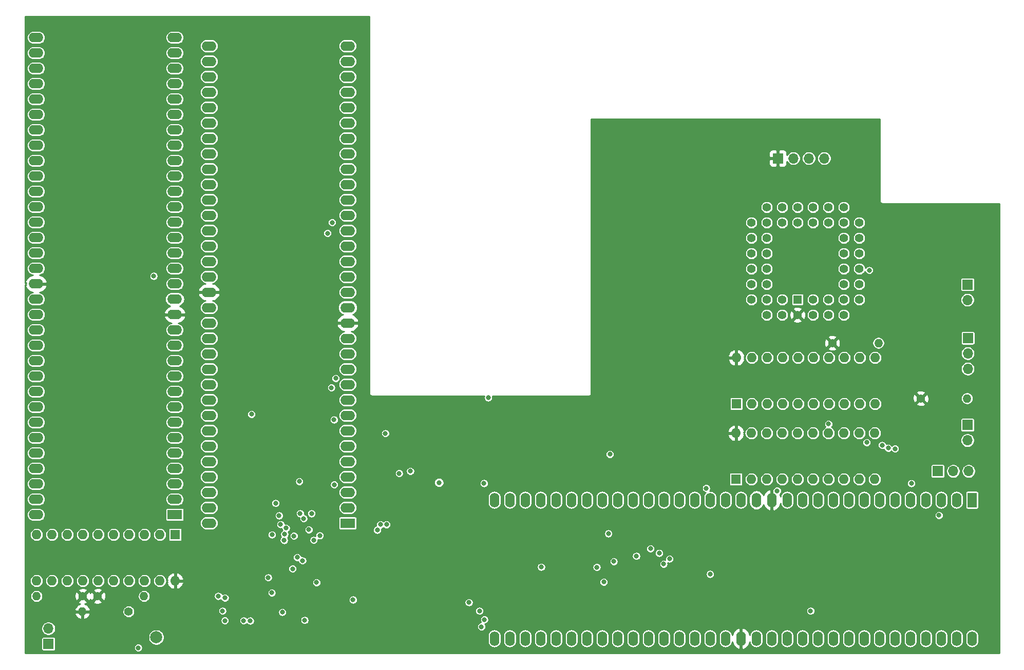
<source format=gbr>
%TF.GenerationSoftware,KiCad,Pcbnew,(5.1.7)-1*%
%TF.CreationDate,2020-11-02T22:58:22+00:00*%
%TF.ProjectId,STFM-TF536-Relocator+ROM-MkII,5354464d-2d54-4463-9533-362d52656c6f,rev?*%
%TF.SameCoordinates,Original*%
%TF.FileFunction,Copper,L3,Inr*%
%TF.FilePolarity,Positive*%
%FSLAX46Y46*%
G04 Gerber Fmt 4.6, Leading zero omitted, Abs format (unit mm)*
G04 Created by KiCad (PCBNEW (5.1.7)-1) date 2020-11-02 22:58:22*
%MOMM*%
%LPD*%
G01*
G04 APERTURE LIST*
%TA.AperFunction,ComponentPad*%
%ADD10O,1.400000X1.400000*%
%TD*%
%TA.AperFunction,ComponentPad*%
%ADD11C,1.400000*%
%TD*%
%TA.AperFunction,ComponentPad*%
%ADD12O,1.700000X1.700000*%
%TD*%
%TA.AperFunction,ComponentPad*%
%ADD13R,1.700000X1.700000*%
%TD*%
%TA.AperFunction,ComponentPad*%
%ADD14O,1.600000X1.600000*%
%TD*%
%TA.AperFunction,ComponentPad*%
%ADD15R,1.600000X1.600000*%
%TD*%
%TA.AperFunction,ComponentPad*%
%ADD16C,1.422400*%
%TD*%
%TA.AperFunction,ComponentPad*%
%ADD17R,1.422400X1.422400*%
%TD*%
%TA.AperFunction,ComponentPad*%
%ADD18O,2.400000X1.600000*%
%TD*%
%TA.AperFunction,ComponentPad*%
%ADD19R,2.400000X1.600000*%
%TD*%
%TA.AperFunction,ComponentPad*%
%ADD20C,2.000000*%
%TD*%
%TA.AperFunction,ComponentPad*%
%ADD21O,1.600000X2.400000*%
%TD*%
%TA.AperFunction,ComponentPad*%
%ADD22R,1.600000X2.400000*%
%TD*%
%TA.AperFunction,ViaPad*%
%ADD23C,0.800000*%
%TD*%
%TA.AperFunction,Conductor*%
%ADD24C,0.254000*%
%TD*%
%TA.AperFunction,Conductor*%
%ADD25C,0.100000*%
%TD*%
G04 APERTURE END LIST*
D10*
%TO.N,Net-(J4-Pad1)*%
%TO.C,R5*%
X192214000Y-90424000D03*
D11*
%TO.N,VCC*%
X184594000Y-90424000D03*
%TD*%
D12*
%TO.N,Net-(J4-Pad2)*%
%TO.C,Q1*%
X192468000Y-102426000D03*
%TO.N,/TURBOLED*%
X189928000Y-102426000D03*
D13*
%TO.N,GND*%
X187388000Y-102426000D03*
%TD*%
D14*
%TO.N,VCC*%
%TO.C,U8*%
X61658500Y-120523000D03*
%TO.N,GND*%
X38798500Y-112903000D03*
%TO.N,/HALT*%
X59118500Y-120523000D03*
%TO.N,GND*%
X41338500Y-112903000D03*
%TO.N,/HALT1*%
X56578500Y-120523000D03*
%TO.N,GND*%
X43878500Y-112903000D03*
%TO.N,/HALT2*%
X54038500Y-120523000D03*
%TO.N,GND*%
X46418500Y-112903000D03*
%TO.N,/TURBOLED*%
X51498500Y-120523000D03*
%TO.N,GND*%
X48958500Y-112903000D03*
X48958500Y-120523000D03*
X51498500Y-112903000D03*
X46418500Y-120523000D03*
%TO.N,/HALT2*%
X54038500Y-112903000D03*
%TO.N,GND*%
X43878500Y-120523000D03*
%TO.N,/HALT1*%
X56578500Y-112903000D03*
%TO.N,GND*%
X41338500Y-120523000D03*
%TO.N,/HALT*%
X59118500Y-112903000D03*
%TO.N,GND*%
X38798500Y-120523000D03*
D15*
%TO.N,/S*%
X61658500Y-112903000D03*
%TD*%
D10*
%TO.N,/HALT2*%
%TO.C,R4*%
X38798500Y-123063000D03*
D11*
%TO.N,VCC*%
X46418500Y-123063000D03*
%TD*%
D10*
%TO.N,/HALT1*%
%TO.C,R3*%
X56515000Y-123063000D03*
D11*
%TO.N,VCC*%
X48895000Y-123063000D03*
%TD*%
D12*
%TO.N,Net-(J6-Pad4)*%
%TO.C,J6*%
X168656000Y-50800000D03*
%TO.N,GND*%
X166116000Y-50800000D03*
X163576000Y-50800000D03*
D13*
%TO.N,VCC*%
X161036000Y-50800000D03*
%TD*%
D12*
%TO.N,/A18*%
%TO.C,J5*%
X192342000Y-85534500D03*
%TO.N,Net-(J5-Pad2)*%
X192342000Y-82994500D03*
D13*
%TO.N,Net-(J2-Pad2)*%
X192342000Y-80454500D03*
%TD*%
D12*
%TO.N,Net-(J4-Pad2)*%
%TO.C,J4*%
X192278000Y-97345500D03*
D13*
%TO.N,Net-(J4-Pad1)*%
X192278000Y-94805500D03*
%TD*%
D12*
%TO.N,GND*%
%TO.C,J3*%
X40767000Y-128397000D03*
D13*
%TO.N,/S*%
X40767000Y-130937000D03*
%TD*%
D16*
%TO.N,/A14*%
%TO.C,U5*%
X156654000Y-74104500D03*
%TO.N,/A12*%
X156654000Y-71564500D03*
%TO.N,/A10*%
X156654000Y-69024500D03*
%TO.N,N/C*%
X156654000Y-66484500D03*
%TO.N,/A8*%
X156654000Y-63944500D03*
%TO.N,/A15*%
X159194000Y-76644500D03*
%TO.N,/A13*%
X159194000Y-71564500D03*
%TO.N,/A11*%
X159194000Y-69024500D03*
%TO.N,GND*%
X159194000Y-66484500D03*
%TO.N,/A9*%
X159194000Y-63944500D03*
%TO.N,/A7*%
X159194000Y-61404500D03*
%TO.N,/A5*%
X159194000Y-58864500D03*
%TO.N,/A3*%
X161734000Y-58864500D03*
%TO.N,/A1*%
X164274000Y-58864500D03*
%TO.N,/_ROE*%
X166814000Y-58864500D03*
%TO.N,/D1*%
X169354000Y-58864500D03*
%TO.N,/D3*%
X171894000Y-58864500D03*
%TO.N,/A6*%
X156654000Y-61404500D03*
%TO.N,/A4*%
X161734000Y-61404500D03*
%TO.N,/A2*%
X164274000Y-61404500D03*
%TO.N,N/C*%
X166814000Y-61404500D03*
%TO.N,/D0*%
X169354000Y-61404500D03*
%TO.N,/D2*%
X171894000Y-61404500D03*
%TO.N,/D4*%
X174434000Y-61404500D03*
%TO.N,/D6*%
X174434000Y-63944500D03*
%TO.N,N/C*%
X174434000Y-66484500D03*
%TO.N,/D8*%
X174434000Y-69024500D03*
%TO.N,/D10*%
X174434000Y-71564500D03*
%TO.N,/D12*%
X174434000Y-74104500D03*
%TO.N,/D5*%
X171894000Y-63944500D03*
%TO.N,/D7*%
X171894000Y-66484500D03*
%TO.N,GND*%
X171894000Y-69024500D03*
%TO.N,/D9*%
X171894000Y-71564500D03*
%TO.N,/D11*%
X171894000Y-74104500D03*
%TO.N,/A17*%
X161734000Y-76644500D03*
%TO.N,VCC*%
X164274000Y-76644500D03*
%TO.N,/D13*%
X171894000Y-76644500D03*
%TO.N,/D15*%
X169354000Y-76644500D03*
%TO.N,GND*%
X166814000Y-76644500D03*
%TO.N,/A16*%
X159194000Y-74104500D03*
%TO.N,Net-(J5-Pad2)*%
X161734000Y-74104500D03*
%TO.N,/D14*%
X169354000Y-74104500D03*
%TO.N,/AS*%
X166814000Y-74104500D03*
D17*
%TO.N,N/C*%
X164274000Y-74104500D03*
%TD*%
D18*
%TO.N,/D5*%
%TO.C,U4*%
X67246500Y-110998000D03*
%TO.N,/A4*%
X90106500Y-32258000D03*
%TO.N,/D6*%
X67246500Y-108458000D03*
%TO.N,/A3*%
X90106500Y-34798000D03*
%TO.N,/D7*%
X67246500Y-105918000D03*
%TO.N,/A2*%
X90106500Y-37338000D03*
%TO.N,/D8*%
X67246500Y-103378000D03*
%TO.N,/A1*%
X90106500Y-39878000D03*
%TO.N,/D9*%
X67246500Y-100838000D03*
%TO.N,/FC0*%
X90106500Y-42418000D03*
%TO.N,/D10*%
X67246500Y-98298000D03*
%TO.N,/FC1*%
X90106500Y-44958000D03*
%TO.N,/D11*%
X67246500Y-95758000D03*
%TO.N,/FC2*%
X90106500Y-47498000D03*
%TO.N,/D12*%
X67246500Y-93218000D03*
%TO.N,/IPL0*%
X90106500Y-50038000D03*
%TO.N,/D13*%
X67246500Y-90678000D03*
%TO.N,/IPL1*%
X90106500Y-52578000D03*
%TO.N,/D14*%
X67246500Y-88138000D03*
%TO.N,/IPL2*%
X90106500Y-55118000D03*
%TO.N,/D15*%
X67246500Y-85598000D03*
%TO.N,/BERR*%
X90106500Y-57658000D03*
%TO.N,GND*%
X67246500Y-83058000D03*
%TO.N,/VPA*%
X90106500Y-60198000D03*
%TO.N,/A23*%
X67246500Y-80518000D03*
%TO.N,/E2*%
X90106500Y-62738000D03*
%TO.N,/A22*%
X67246500Y-77978000D03*
%TO.N,/VMA*%
X90106500Y-65278000D03*
%TO.N,/A21*%
X67246500Y-75438000D03*
%TO.N,/RESET*%
X90106500Y-67818000D03*
%TO.N,VCC*%
X67246500Y-72898000D03*
%TO.N,/HALT2*%
X90106500Y-70358000D03*
%TO.N,/A20*%
X67246500Y-70358000D03*
%TO.N,GND*%
X90106500Y-72898000D03*
%TO.N,/A19*%
X67246500Y-67818000D03*
%TO.N,/CLK*%
X90106500Y-75438000D03*
%TO.N,/A18*%
X67246500Y-65278000D03*
%TO.N,VCC*%
X90106500Y-77978000D03*
%TO.N,/A17*%
X67246500Y-62738000D03*
%TO.N,/BR2*%
X90106500Y-80518000D03*
%TO.N,/A16*%
X67246500Y-60198000D03*
%TO.N,/BGACK2*%
X90106500Y-83058000D03*
%TO.N,/A15*%
X67246500Y-57658000D03*
%TO.N,/BG2*%
X90106500Y-85598000D03*
%TO.N,/A14*%
X67246500Y-55118000D03*
%TO.N,/DTACK*%
X90106500Y-88138000D03*
%TO.N,/A13*%
X67246500Y-52578000D03*
%TO.N,/RW*%
X90106500Y-90678000D03*
%TO.N,/A12*%
X67246500Y-50038000D03*
%TO.N,/LDS*%
X90106500Y-93218000D03*
%TO.N,/A11*%
X67246500Y-47498000D03*
%TO.N,/UDS*%
X90106500Y-95758000D03*
%TO.N,/A10*%
X67246500Y-44958000D03*
%TO.N,/AS*%
X90106500Y-98298000D03*
%TO.N,/A9*%
X67246500Y-42418000D03*
%TO.N,/D0*%
X90106500Y-100838000D03*
%TO.N,/A8*%
X67246500Y-39878000D03*
%TO.N,/D1*%
X90106500Y-103378000D03*
%TO.N,/A7*%
X67246500Y-37338000D03*
%TO.N,/D2*%
X90106500Y-105918000D03*
%TO.N,/A6*%
X67246500Y-34798000D03*
%TO.N,/D3*%
X90106500Y-108458000D03*
%TO.N,/A5*%
X67246500Y-32258000D03*
D19*
%TO.N,/D4*%
X90106500Y-110998000D03*
%TD*%
D14*
%TO.N,VCC*%
%TO.C,U3*%
X154114000Y-96139000D03*
%TO.N,GND*%
X176974000Y-103759000D03*
X156654000Y-96139000D03*
X174434000Y-103759000D03*
%TO.N,/DTACK*%
X159194000Y-96139000D03*
%TO.N,GND*%
X171894000Y-103759000D03*
X161734000Y-96139000D03*
X169354000Y-103759000D03*
X164274000Y-96139000D03*
X166814000Y-103759000D03*
X166814000Y-96139000D03*
X164274000Y-103759000D03*
X169354000Y-96139000D03*
X161734000Y-103759000D03*
X171894000Y-96139000D03*
X159194000Y-103759000D03*
X174434000Y-96139000D03*
X156654000Y-103759000D03*
X176974000Y-96139000D03*
D15*
%TO.N,/_ROE*%
X154114000Y-103759000D03*
%TD*%
D18*
%TO.N,/D5*%
%TO.C,U2*%
X38735000Y-109601000D03*
%TO.N,/A4*%
X61595000Y-30861000D03*
%TO.N,/D6*%
X38735000Y-107061000D03*
%TO.N,/A3*%
X61595000Y-33401000D03*
%TO.N,/D7*%
X38735000Y-104521000D03*
%TO.N,/A2*%
X61595000Y-35941000D03*
%TO.N,/D8*%
X38735000Y-101981000D03*
%TO.N,/A1*%
X61595000Y-38481000D03*
%TO.N,/D9*%
X38735000Y-99441000D03*
%TO.N,/FC0*%
X61595000Y-41021000D03*
%TO.N,/D10*%
X38735000Y-96901000D03*
%TO.N,/FC1*%
X61595000Y-43561000D03*
%TO.N,/D11*%
X38735000Y-94361000D03*
%TO.N,/FC2*%
X61595000Y-46101000D03*
%TO.N,/D12*%
X38735000Y-91821000D03*
%TO.N,/IPL0*%
X61595000Y-48641000D03*
%TO.N,/D13*%
X38735000Y-89281000D03*
%TO.N,/IPL1*%
X61595000Y-51181000D03*
%TO.N,/D14*%
X38735000Y-86741000D03*
%TO.N,/IPL2*%
X61595000Y-53721000D03*
%TO.N,/D15*%
X38735000Y-84201000D03*
%TO.N,/BERR*%
X61595000Y-56261000D03*
%TO.N,GND*%
X38735000Y-81661000D03*
%TO.N,/VPA*%
X61595000Y-58801000D03*
%TO.N,/A23*%
X38735000Y-79121000D03*
%TO.N,/E1*%
X61595000Y-61341000D03*
%TO.N,/A22*%
X38735000Y-76581000D03*
%TO.N,/VMA*%
X61595000Y-63881000D03*
%TO.N,/A21*%
X38735000Y-74041000D03*
%TO.N,/RESET*%
X61595000Y-66421000D03*
%TO.N,VCC*%
X38735000Y-71501000D03*
%TO.N,/HALT1*%
X61595000Y-68961000D03*
%TO.N,/A20*%
X38735000Y-68961000D03*
%TO.N,GND*%
X61595000Y-71501000D03*
%TO.N,/A19*%
X38735000Y-66421000D03*
%TO.N,/CLK*%
X61595000Y-74041000D03*
%TO.N,/A18*%
X38735000Y-63881000D03*
%TO.N,VCC*%
X61595000Y-76581000D03*
%TO.N,/A17*%
X38735000Y-61341000D03*
%TO.N,/BR1*%
X61595000Y-79121000D03*
%TO.N,/A16*%
X38735000Y-58801000D03*
%TO.N,/BGACK1*%
X61595000Y-81661000D03*
%TO.N,/A15*%
X38735000Y-56261000D03*
%TO.N,/BG1*%
X61595000Y-84201000D03*
%TO.N,/A14*%
X38735000Y-53721000D03*
%TO.N,/DTACK*%
X61595000Y-86741000D03*
%TO.N,/A13*%
X38735000Y-51181000D03*
%TO.N,/RW*%
X61595000Y-89281000D03*
%TO.N,/A12*%
X38735000Y-48641000D03*
%TO.N,/LDS*%
X61595000Y-91821000D03*
%TO.N,/A11*%
X38735000Y-46101000D03*
%TO.N,/UDS*%
X61595000Y-94361000D03*
%TO.N,/A10*%
X38735000Y-43561000D03*
%TO.N,/AS*%
X61595000Y-96901000D03*
%TO.N,/A9*%
X38735000Y-41021000D03*
%TO.N,/D0*%
X61595000Y-99441000D03*
%TO.N,/A8*%
X38735000Y-38481000D03*
%TO.N,/D1*%
X61595000Y-101981000D03*
%TO.N,/A7*%
X38735000Y-35941000D03*
%TO.N,/D2*%
X61595000Y-104521000D03*
%TO.N,/A6*%
X38735000Y-33401000D03*
%TO.N,/D3*%
X61595000Y-107061000D03*
%TO.N,/A5*%
X38735000Y-30861000D03*
D19*
%TO.N,/D4*%
X61595000Y-109601000D03*
%TD*%
D14*
%TO.N,VCC*%
%TO.C,U1*%
X154178000Y-83693000D03*
%TO.N,GND*%
X177038000Y-91313000D03*
%TO.N,/_ROE*%
X156718000Y-83693000D03*
%TO.N,/RW*%
X174498000Y-91313000D03*
%TO.N,GND*%
X159258000Y-83693000D03*
%TO.N,/AS*%
X171958000Y-91313000D03*
%TO.N,GND*%
X161798000Y-83693000D03*
%TO.N,/_ROM2*%
X169418000Y-91313000D03*
%TO.N,GND*%
X164338000Y-83693000D03*
%TO.N,/A23*%
X166878000Y-91313000D03*
%TO.N,GND*%
X166878000Y-83693000D03*
%TO.N,/A22*%
X164338000Y-91313000D03*
%TO.N,GND*%
X169418000Y-83693000D03*
%TO.N,/A21*%
X161798000Y-91313000D03*
%TO.N,GND*%
X171958000Y-83693000D03*
%TO.N,/A20*%
X159258000Y-91313000D03*
%TO.N,GND*%
X174498000Y-83693000D03*
%TO.N,/A19*%
X156718000Y-91313000D03*
%TO.N,GND*%
X177038000Y-83693000D03*
D15*
%TO.N,/A18*%
X154178000Y-91313000D03*
%TD*%
D10*
%TO.N,VCC*%
%TO.C,R2*%
X46355000Y-125603000D03*
D11*
%TO.N,/S*%
X53975000Y-125603000D03*
%TD*%
D10*
%TO.N,Net-(J2-Pad2)*%
%TO.C,R1*%
X177610000Y-81280000D03*
D11*
%TO.N,VCC*%
X169990000Y-81280000D03*
%TD*%
D12*
%TO.N,Net-(J2-Pad2)*%
%TO.C,J2*%
X192278000Y-74168000D03*
D13*
%TO.N,GND*%
X192278000Y-71628000D03*
%TD*%
D20*
%TO.N,/_ROM2*%
%TO.C,J1*%
X58547000Y-129858000D03*
%TD*%
D21*
%TO.N,/D5*%
%TO.C,H1*%
X193040000Y-130048000D03*
%TO.N,/A4*%
X114300000Y-107188000D03*
%TO.N,/D6*%
X190500000Y-130048000D03*
%TO.N,/A3*%
X116840000Y-107188000D03*
%TO.N,/D7*%
X187960000Y-130048000D03*
%TO.N,/A2*%
X119380000Y-107188000D03*
%TO.N,/D8*%
X185420000Y-130048000D03*
%TO.N,/A1*%
X121920000Y-107188000D03*
%TO.N,/D9*%
X182880000Y-130048000D03*
%TO.N,/FC0*%
X124460000Y-107188000D03*
%TO.N,/D10*%
X180340000Y-130048000D03*
%TO.N,/FC1*%
X127000000Y-107188000D03*
%TO.N,/D11*%
X177800000Y-130048000D03*
%TO.N,/FC2*%
X129540000Y-107188000D03*
%TO.N,/D12*%
X175260000Y-130048000D03*
%TO.N,/IPL0*%
X132080000Y-107188000D03*
%TO.N,/D13*%
X172720000Y-130048000D03*
%TO.N,/IPL1*%
X134620000Y-107188000D03*
%TO.N,/D14*%
X170180000Y-130048000D03*
%TO.N,/IPL2*%
X137160000Y-107188000D03*
%TO.N,/D15*%
X167640000Y-130048000D03*
%TO.N,/BERR*%
X139700000Y-107188000D03*
%TO.N,GND*%
X165100000Y-130048000D03*
%TO.N,/VPA*%
X142240000Y-107188000D03*
%TO.N,/A23*%
X162560000Y-130048000D03*
%TO.N,/E*%
X144780000Y-107188000D03*
%TO.N,/A22*%
X160020000Y-130048000D03*
%TO.N,/VMA*%
X147320000Y-107188000D03*
%TO.N,/A21*%
X157480000Y-130048000D03*
%TO.N,/RESET*%
X149860000Y-107188000D03*
%TO.N,VCC*%
X154940000Y-130048000D03*
%TO.N,/HALT*%
X152400000Y-107188000D03*
%TO.N,/A20*%
X152400000Y-130048000D03*
%TO.N,GND*%
X154940000Y-107188000D03*
%TO.N,/A19*%
X149860000Y-130048000D03*
%TO.N,/CLK*%
X157480000Y-107188000D03*
%TO.N,/A18*%
X147320000Y-130048000D03*
%TO.N,VCC*%
X160020000Y-107188000D03*
%TO.N,/A17*%
X144780000Y-130048000D03*
%TO.N,/BR*%
X162560000Y-107188000D03*
%TO.N,/A16*%
X142240000Y-130048000D03*
%TO.N,/BGACK*%
X165100000Y-107188000D03*
%TO.N,/A15*%
X139700000Y-130048000D03*
%TO.N,/BG*%
X167640000Y-107188000D03*
%TO.N,/A14*%
X137160000Y-130048000D03*
%TO.N,/DTACK*%
X170180000Y-107188000D03*
%TO.N,/A13*%
X134620000Y-130048000D03*
%TO.N,/RW*%
X172720000Y-107188000D03*
%TO.N,/A12*%
X132080000Y-130048000D03*
%TO.N,/LDS*%
X175260000Y-107188000D03*
%TO.N,/A11*%
X129540000Y-130048000D03*
%TO.N,/UDS*%
X177800000Y-107188000D03*
%TO.N,/A10*%
X127000000Y-130048000D03*
%TO.N,/AS*%
X180340000Y-107188000D03*
%TO.N,/A9*%
X124460000Y-130048000D03*
%TO.N,/D0*%
X182880000Y-107188000D03*
%TO.N,/A8*%
X121920000Y-130048000D03*
%TO.N,/D1*%
X185420000Y-107188000D03*
%TO.N,/A7*%
X119380000Y-130048000D03*
%TO.N,/D2*%
X187960000Y-107188000D03*
%TO.N,/A6*%
X116840000Y-130048000D03*
%TO.N,/D3*%
X190500000Y-107188000D03*
%TO.N,/A5*%
X114300000Y-130048000D03*
D22*
%TO.N,/D4*%
X193040000Y-107188000D03*
%TD*%
D23*
%TO.N,GND*%
X82994900Y-127024600D03*
%TO.N,VCC*%
X72028600Y-120000900D03*
X82098300Y-120000500D03*
%TO.N,/D5*%
X142185000Y-117765700D03*
%TO.N,/A4*%
X113282600Y-90313200D03*
%TO.N,/A3*%
X82832000Y-110254200D03*
%TO.N,/D7*%
X187583800Y-109703800D03*
%TO.N,/D8*%
X183020900Y-104443300D03*
%TO.N,/A1*%
X86768900Y-63177800D03*
X84147700Y-109424600D03*
%TO.N,/D9*%
X133325200Y-99643400D03*
%TO.N,/FC0*%
X77625300Y-112910600D03*
%TO.N,/D10*%
X180343900Y-98720300D03*
%TO.N,/FC1*%
X95493300Y-111239900D03*
%TO.N,/D11*%
X178208500Y-98151100D03*
%TO.N,/FC2*%
X96493700Y-111239900D03*
%TO.N,/D12*%
X175666800Y-97700800D03*
%TO.N,/IPL0*%
X78219800Y-107720600D03*
%TO.N,/D13*%
X169373300Y-94636000D03*
%TO.N,/IPL1*%
X94985100Y-112146400D03*
%TO.N,/D14*%
X87409700Y-88648100D03*
X112153500Y-128101100D03*
%TO.N,/IPL2*%
X112577600Y-104437800D03*
%TO.N,/D15*%
X112639800Y-126924800D03*
X88116300Y-87111500D03*
%TO.N,/BERR*%
X79045000Y-111216500D03*
%TO.N,/VPA*%
X87528800Y-61392200D03*
X83697600Y-112077300D03*
%TO.N,/A23*%
X74234400Y-93023400D03*
X87836300Y-93940400D03*
X111827400Y-125505200D03*
X166414700Y-125505200D03*
%TO.N,/E*%
X132322400Y-120723900D03*
%TO.N,/VMA*%
X84500100Y-113815800D03*
%TO.N,/RESET*%
X85488800Y-113060100D03*
%TO.N,/A19*%
X81015600Y-118542700D03*
X149860000Y-119419600D03*
%TO.N,/CLK*%
X105159100Y-104318100D03*
%TO.N,/A17*%
X79605100Y-113825800D03*
X143164600Y-116896100D03*
%TO.N,/BR*%
X68761700Y-123053700D03*
X84957900Y-120799600D03*
%TO.N,/A16*%
X79691100Y-112825400D03*
X141459700Y-115954700D03*
%TO.N,/A15*%
X149204300Y-105253200D03*
X79938900Y-111825000D03*
X140020800Y-115213200D03*
%TO.N,/A14*%
X78781900Y-109765800D03*
X133974500Y-117343400D03*
%TO.N,/DTACK*%
X96305200Y-96200500D03*
X160910600Y-105662600D03*
%TO.N,/A13*%
X81244400Y-113132200D03*
X137686400Y-116443400D03*
%TO.N,/A12*%
X81778000Y-116651800D03*
X131166000Y-118279800D03*
%TO.N,/LDS*%
X100425900Y-102424300D03*
%TO.N,/A11*%
X82246700Y-109424600D03*
X133093000Y-112728400D03*
%TO.N,/UDS*%
X98576100Y-102800700D03*
%TO.N,/A10*%
X82120600Y-104127900D03*
X87877300Y-104664600D03*
%TO.N,/AS*%
X179217700Y-98611600D03*
%TO.N,/A8*%
X82646400Y-117198200D03*
X122012700Y-118243900D03*
%TO.N,/D1*%
X176083500Y-69275600D03*
%TO.N,/A6*%
X55570300Y-131578100D03*
%TO.N,/D4*%
X110083200Y-124092600D03*
%TO.N,/BG1*%
X69846100Y-127080900D03*
%TO.N,/BR1*%
X69459500Y-125495800D03*
%TO.N,/BGACK1*%
X79327300Y-125700300D03*
%TO.N,/E1*%
X76987200Y-119994700D03*
%TO.N,/E2*%
X77586700Y-122496400D03*
%TO.N,/BR2*%
X69863100Y-123342300D03*
%TO.N,/BGACK2*%
X72935400Y-127103000D03*
%TO.N,/BG2*%
X74014000Y-127127100D03*
%TO.N,/HALT2*%
X58105500Y-70231000D03*
%TO.N,/TURBOLED*%
X90986600Y-123656200D03*
%TD*%
D24*
%TO.N,VCC*%
X93691500Y-89644708D02*
X93689797Y-89662000D01*
X93696593Y-89731004D01*
X93716721Y-89797356D01*
X93749407Y-89858507D01*
X93793394Y-89912106D01*
X93846993Y-89956093D01*
X93908144Y-89988779D01*
X93974496Y-90008907D01*
X94043500Y-90015703D01*
X94060791Y-90014000D01*
X112619633Y-90014000D01*
X112583538Y-90101142D01*
X112555600Y-90241597D01*
X112555600Y-90384803D01*
X112583538Y-90525258D01*
X112638341Y-90657564D01*
X112717902Y-90776636D01*
X112819164Y-90877898D01*
X112938236Y-90957459D01*
X113070542Y-91012262D01*
X113210997Y-91040200D01*
X113354203Y-91040200D01*
X113494658Y-91012262D01*
X113626964Y-90957459D01*
X113746036Y-90877898D01*
X113847298Y-90776636D01*
X113926859Y-90657564D01*
X113981662Y-90525258D01*
X113984100Y-90513000D01*
X153049418Y-90513000D01*
X153049418Y-92113000D01*
X153055732Y-92177103D01*
X153074430Y-92238743D01*
X153104794Y-92295550D01*
X153145657Y-92345343D01*
X153195450Y-92386206D01*
X153252257Y-92416570D01*
X153313897Y-92435268D01*
X153378000Y-92441582D01*
X154978000Y-92441582D01*
X155042103Y-92435268D01*
X155103743Y-92416570D01*
X155160550Y-92386206D01*
X155210343Y-92345343D01*
X155251206Y-92295550D01*
X155281570Y-92238743D01*
X155300268Y-92177103D01*
X155306582Y-92113000D01*
X155306582Y-91202000D01*
X155591000Y-91202000D01*
X155591000Y-91424000D01*
X155634310Y-91641734D01*
X155719266Y-91846835D01*
X155842602Y-92031421D01*
X155999579Y-92188398D01*
X156184165Y-92311734D01*
X156389266Y-92396690D01*
X156607000Y-92440000D01*
X156829000Y-92440000D01*
X157046734Y-92396690D01*
X157251835Y-92311734D01*
X157436421Y-92188398D01*
X157593398Y-92031421D01*
X157716734Y-91846835D01*
X157801690Y-91641734D01*
X157845000Y-91424000D01*
X157845000Y-91202000D01*
X158131000Y-91202000D01*
X158131000Y-91424000D01*
X158174310Y-91641734D01*
X158259266Y-91846835D01*
X158382602Y-92031421D01*
X158539579Y-92188398D01*
X158724165Y-92311734D01*
X158929266Y-92396690D01*
X159147000Y-92440000D01*
X159369000Y-92440000D01*
X159586734Y-92396690D01*
X159791835Y-92311734D01*
X159976421Y-92188398D01*
X160133398Y-92031421D01*
X160256734Y-91846835D01*
X160341690Y-91641734D01*
X160385000Y-91424000D01*
X160385000Y-91202000D01*
X160671000Y-91202000D01*
X160671000Y-91424000D01*
X160714310Y-91641734D01*
X160799266Y-91846835D01*
X160922602Y-92031421D01*
X161079579Y-92188398D01*
X161264165Y-92311734D01*
X161469266Y-92396690D01*
X161687000Y-92440000D01*
X161909000Y-92440000D01*
X162126734Y-92396690D01*
X162331835Y-92311734D01*
X162516421Y-92188398D01*
X162673398Y-92031421D01*
X162796734Y-91846835D01*
X162881690Y-91641734D01*
X162925000Y-91424000D01*
X162925000Y-91202000D01*
X163211000Y-91202000D01*
X163211000Y-91424000D01*
X163254310Y-91641734D01*
X163339266Y-91846835D01*
X163462602Y-92031421D01*
X163619579Y-92188398D01*
X163804165Y-92311734D01*
X164009266Y-92396690D01*
X164227000Y-92440000D01*
X164449000Y-92440000D01*
X164666734Y-92396690D01*
X164871835Y-92311734D01*
X165056421Y-92188398D01*
X165213398Y-92031421D01*
X165336734Y-91846835D01*
X165421690Y-91641734D01*
X165465000Y-91424000D01*
X165465000Y-91202000D01*
X165751000Y-91202000D01*
X165751000Y-91424000D01*
X165794310Y-91641734D01*
X165879266Y-91846835D01*
X166002602Y-92031421D01*
X166159579Y-92188398D01*
X166344165Y-92311734D01*
X166549266Y-92396690D01*
X166767000Y-92440000D01*
X166989000Y-92440000D01*
X167206734Y-92396690D01*
X167411835Y-92311734D01*
X167596421Y-92188398D01*
X167753398Y-92031421D01*
X167876734Y-91846835D01*
X167961690Y-91641734D01*
X168005000Y-91424000D01*
X168005000Y-91202000D01*
X168291000Y-91202000D01*
X168291000Y-91424000D01*
X168334310Y-91641734D01*
X168419266Y-91846835D01*
X168542602Y-92031421D01*
X168699579Y-92188398D01*
X168884165Y-92311734D01*
X169089266Y-92396690D01*
X169307000Y-92440000D01*
X169529000Y-92440000D01*
X169746734Y-92396690D01*
X169951835Y-92311734D01*
X170136421Y-92188398D01*
X170293398Y-92031421D01*
X170416734Y-91846835D01*
X170501690Y-91641734D01*
X170545000Y-91424000D01*
X170545000Y-91202000D01*
X170831000Y-91202000D01*
X170831000Y-91424000D01*
X170874310Y-91641734D01*
X170959266Y-91846835D01*
X171082602Y-92031421D01*
X171239579Y-92188398D01*
X171424165Y-92311734D01*
X171629266Y-92396690D01*
X171847000Y-92440000D01*
X172069000Y-92440000D01*
X172286734Y-92396690D01*
X172491835Y-92311734D01*
X172676421Y-92188398D01*
X172833398Y-92031421D01*
X172956734Y-91846835D01*
X173041690Y-91641734D01*
X173085000Y-91424000D01*
X173085000Y-91202000D01*
X173371000Y-91202000D01*
X173371000Y-91424000D01*
X173414310Y-91641734D01*
X173499266Y-91846835D01*
X173622602Y-92031421D01*
X173779579Y-92188398D01*
X173964165Y-92311734D01*
X174169266Y-92396690D01*
X174387000Y-92440000D01*
X174609000Y-92440000D01*
X174826734Y-92396690D01*
X175031835Y-92311734D01*
X175216421Y-92188398D01*
X175373398Y-92031421D01*
X175496734Y-91846835D01*
X175581690Y-91641734D01*
X175625000Y-91424000D01*
X175625000Y-91202000D01*
X175911000Y-91202000D01*
X175911000Y-91424000D01*
X175954310Y-91641734D01*
X176039266Y-91846835D01*
X176162602Y-92031421D01*
X176319579Y-92188398D01*
X176504165Y-92311734D01*
X176709266Y-92396690D01*
X176927000Y-92440000D01*
X177149000Y-92440000D01*
X177366734Y-92396690D01*
X177571835Y-92311734D01*
X177756421Y-92188398D01*
X177913398Y-92031421D01*
X178036734Y-91846835D01*
X178121690Y-91641734D01*
X178165000Y-91424000D01*
X178165000Y-91345269D01*
X183852336Y-91345269D01*
X183911797Y-91579037D01*
X184150242Y-91689934D01*
X184405740Y-91752183D01*
X184668473Y-91763390D01*
X184928344Y-91723125D01*
X185175366Y-91632935D01*
X185276203Y-91579037D01*
X185335664Y-91345269D01*
X184594000Y-90603605D01*
X183852336Y-91345269D01*
X178165000Y-91345269D01*
X178165000Y-91202000D01*
X178121690Y-90984266D01*
X178036734Y-90779165D01*
X177913398Y-90594579D01*
X177817292Y-90498473D01*
X183254610Y-90498473D01*
X183294875Y-90758344D01*
X183385065Y-91005366D01*
X183438963Y-91106203D01*
X183672731Y-91165664D01*
X184414395Y-90424000D01*
X184773605Y-90424000D01*
X185515269Y-91165664D01*
X185749037Y-91106203D01*
X185859934Y-90867758D01*
X185922183Y-90612260D01*
X185933390Y-90349527D01*
X185929257Y-90322849D01*
X191187000Y-90322849D01*
X191187000Y-90525151D01*
X191226467Y-90723565D01*
X191303885Y-90910467D01*
X191416277Y-91078674D01*
X191559326Y-91221723D01*
X191727533Y-91334115D01*
X191914435Y-91411533D01*
X192112849Y-91451000D01*
X192315151Y-91451000D01*
X192513565Y-91411533D01*
X192700467Y-91334115D01*
X192868674Y-91221723D01*
X193011723Y-91078674D01*
X193124115Y-90910467D01*
X193201533Y-90723565D01*
X193241000Y-90525151D01*
X193241000Y-90322849D01*
X193201533Y-90124435D01*
X193124115Y-89937533D01*
X193011723Y-89769326D01*
X192868674Y-89626277D01*
X192700467Y-89513885D01*
X192513565Y-89436467D01*
X192315151Y-89397000D01*
X192112849Y-89397000D01*
X191914435Y-89436467D01*
X191727533Y-89513885D01*
X191559326Y-89626277D01*
X191416277Y-89769326D01*
X191303885Y-89937533D01*
X191226467Y-90124435D01*
X191187000Y-90322849D01*
X185929257Y-90322849D01*
X185893125Y-90089656D01*
X185802935Y-89842634D01*
X185749037Y-89741797D01*
X185515269Y-89682336D01*
X184773605Y-90424000D01*
X184414395Y-90424000D01*
X183672731Y-89682336D01*
X183438963Y-89741797D01*
X183328066Y-89980242D01*
X183265817Y-90235740D01*
X183254610Y-90498473D01*
X177817292Y-90498473D01*
X177756421Y-90437602D01*
X177571835Y-90314266D01*
X177366734Y-90229310D01*
X177149000Y-90186000D01*
X176927000Y-90186000D01*
X176709266Y-90229310D01*
X176504165Y-90314266D01*
X176319579Y-90437602D01*
X176162602Y-90594579D01*
X176039266Y-90779165D01*
X175954310Y-90984266D01*
X175911000Y-91202000D01*
X175625000Y-91202000D01*
X175581690Y-90984266D01*
X175496734Y-90779165D01*
X175373398Y-90594579D01*
X175216421Y-90437602D01*
X175031835Y-90314266D01*
X174826734Y-90229310D01*
X174609000Y-90186000D01*
X174387000Y-90186000D01*
X174169266Y-90229310D01*
X173964165Y-90314266D01*
X173779579Y-90437602D01*
X173622602Y-90594579D01*
X173499266Y-90779165D01*
X173414310Y-90984266D01*
X173371000Y-91202000D01*
X173085000Y-91202000D01*
X173041690Y-90984266D01*
X172956734Y-90779165D01*
X172833398Y-90594579D01*
X172676421Y-90437602D01*
X172491835Y-90314266D01*
X172286734Y-90229310D01*
X172069000Y-90186000D01*
X171847000Y-90186000D01*
X171629266Y-90229310D01*
X171424165Y-90314266D01*
X171239579Y-90437602D01*
X171082602Y-90594579D01*
X170959266Y-90779165D01*
X170874310Y-90984266D01*
X170831000Y-91202000D01*
X170545000Y-91202000D01*
X170501690Y-90984266D01*
X170416734Y-90779165D01*
X170293398Y-90594579D01*
X170136421Y-90437602D01*
X169951835Y-90314266D01*
X169746734Y-90229310D01*
X169529000Y-90186000D01*
X169307000Y-90186000D01*
X169089266Y-90229310D01*
X168884165Y-90314266D01*
X168699579Y-90437602D01*
X168542602Y-90594579D01*
X168419266Y-90779165D01*
X168334310Y-90984266D01*
X168291000Y-91202000D01*
X168005000Y-91202000D01*
X167961690Y-90984266D01*
X167876734Y-90779165D01*
X167753398Y-90594579D01*
X167596421Y-90437602D01*
X167411835Y-90314266D01*
X167206734Y-90229310D01*
X166989000Y-90186000D01*
X166767000Y-90186000D01*
X166549266Y-90229310D01*
X166344165Y-90314266D01*
X166159579Y-90437602D01*
X166002602Y-90594579D01*
X165879266Y-90779165D01*
X165794310Y-90984266D01*
X165751000Y-91202000D01*
X165465000Y-91202000D01*
X165421690Y-90984266D01*
X165336734Y-90779165D01*
X165213398Y-90594579D01*
X165056421Y-90437602D01*
X164871835Y-90314266D01*
X164666734Y-90229310D01*
X164449000Y-90186000D01*
X164227000Y-90186000D01*
X164009266Y-90229310D01*
X163804165Y-90314266D01*
X163619579Y-90437602D01*
X163462602Y-90594579D01*
X163339266Y-90779165D01*
X163254310Y-90984266D01*
X163211000Y-91202000D01*
X162925000Y-91202000D01*
X162881690Y-90984266D01*
X162796734Y-90779165D01*
X162673398Y-90594579D01*
X162516421Y-90437602D01*
X162331835Y-90314266D01*
X162126734Y-90229310D01*
X161909000Y-90186000D01*
X161687000Y-90186000D01*
X161469266Y-90229310D01*
X161264165Y-90314266D01*
X161079579Y-90437602D01*
X160922602Y-90594579D01*
X160799266Y-90779165D01*
X160714310Y-90984266D01*
X160671000Y-91202000D01*
X160385000Y-91202000D01*
X160341690Y-90984266D01*
X160256734Y-90779165D01*
X160133398Y-90594579D01*
X159976421Y-90437602D01*
X159791835Y-90314266D01*
X159586734Y-90229310D01*
X159369000Y-90186000D01*
X159147000Y-90186000D01*
X158929266Y-90229310D01*
X158724165Y-90314266D01*
X158539579Y-90437602D01*
X158382602Y-90594579D01*
X158259266Y-90779165D01*
X158174310Y-90984266D01*
X158131000Y-91202000D01*
X157845000Y-91202000D01*
X157801690Y-90984266D01*
X157716734Y-90779165D01*
X157593398Y-90594579D01*
X157436421Y-90437602D01*
X157251835Y-90314266D01*
X157046734Y-90229310D01*
X156829000Y-90186000D01*
X156607000Y-90186000D01*
X156389266Y-90229310D01*
X156184165Y-90314266D01*
X155999579Y-90437602D01*
X155842602Y-90594579D01*
X155719266Y-90779165D01*
X155634310Y-90984266D01*
X155591000Y-91202000D01*
X155306582Y-91202000D01*
X155306582Y-90513000D01*
X155300268Y-90448897D01*
X155281570Y-90387257D01*
X155251206Y-90330450D01*
X155210343Y-90280657D01*
X155160550Y-90239794D01*
X155103743Y-90209430D01*
X155042103Y-90190732D01*
X154978000Y-90184418D01*
X153378000Y-90184418D01*
X153313897Y-90190732D01*
X153252257Y-90209430D01*
X153195450Y-90239794D01*
X153145657Y-90280657D01*
X153104794Y-90330450D01*
X153074430Y-90387257D01*
X153055732Y-90448897D01*
X153049418Y-90513000D01*
X113984100Y-90513000D01*
X114009600Y-90384803D01*
X114009600Y-90241597D01*
X113981662Y-90101142D01*
X113945567Y-90014000D01*
X129903708Y-90014000D01*
X129921000Y-90015703D01*
X129938291Y-90014000D01*
X129938292Y-90014000D01*
X129990004Y-90008907D01*
X130056356Y-89988779D01*
X130117507Y-89956093D01*
X130171106Y-89912106D01*
X130215093Y-89858507D01*
X130247779Y-89797356D01*
X130267907Y-89731004D01*
X130274703Y-89662000D01*
X130273000Y-89644708D01*
X130273000Y-89502731D01*
X183852336Y-89502731D01*
X184594000Y-90244395D01*
X185335664Y-89502731D01*
X185276203Y-89268963D01*
X185037758Y-89158066D01*
X184782260Y-89095817D01*
X184519527Y-89084610D01*
X184259656Y-89124875D01*
X184012634Y-89215065D01*
X183911797Y-89268963D01*
X183852336Y-89502731D01*
X130273000Y-89502731D01*
X130273000Y-85418576D01*
X191165000Y-85418576D01*
X191165000Y-85650424D01*
X191210231Y-85877818D01*
X191298956Y-86092019D01*
X191427764Y-86284794D01*
X191591706Y-86448736D01*
X191784481Y-86577544D01*
X191998682Y-86666269D01*
X192226076Y-86711500D01*
X192457924Y-86711500D01*
X192685318Y-86666269D01*
X192899519Y-86577544D01*
X193092294Y-86448736D01*
X193256236Y-86284794D01*
X193385044Y-86092019D01*
X193473769Y-85877818D01*
X193519000Y-85650424D01*
X193519000Y-85418576D01*
X193473769Y-85191182D01*
X193385044Y-84976981D01*
X193256236Y-84784206D01*
X193092294Y-84620264D01*
X192899519Y-84491456D01*
X192685318Y-84402731D01*
X192457924Y-84357500D01*
X192226076Y-84357500D01*
X191998682Y-84402731D01*
X191784481Y-84491456D01*
X191591706Y-84620264D01*
X191427764Y-84784206D01*
X191298956Y-84976981D01*
X191210231Y-85191182D01*
X191165000Y-85418576D01*
X130273000Y-85418576D01*
X130273000Y-84042040D01*
X152786091Y-84042040D01*
X152880930Y-84306881D01*
X153025615Y-84548131D01*
X153214586Y-84756519D01*
X153440580Y-84924037D01*
X153694913Y-85044246D01*
X153828961Y-85084904D01*
X154051000Y-84962915D01*
X154051000Y-83820000D01*
X152907376Y-83820000D01*
X152786091Y-84042040D01*
X130273000Y-84042040D01*
X130273000Y-83343960D01*
X152786091Y-83343960D01*
X152907376Y-83566000D01*
X154051000Y-83566000D01*
X154051000Y-82423085D01*
X154305000Y-82423085D01*
X154305000Y-83566000D01*
X154325000Y-83566000D01*
X154325000Y-83820000D01*
X154305000Y-83820000D01*
X154305000Y-84962915D01*
X154527039Y-85084904D01*
X154661087Y-85044246D01*
X154915420Y-84924037D01*
X155141414Y-84756519D01*
X155330385Y-84548131D01*
X155475070Y-84306881D01*
X155569909Y-84042040D01*
X155448625Y-83820002D01*
X155594183Y-83820002D01*
X155634310Y-84021734D01*
X155719266Y-84226835D01*
X155842602Y-84411421D01*
X155999579Y-84568398D01*
X156184165Y-84691734D01*
X156389266Y-84776690D01*
X156607000Y-84820000D01*
X156829000Y-84820000D01*
X157046734Y-84776690D01*
X157251835Y-84691734D01*
X157436421Y-84568398D01*
X157593398Y-84411421D01*
X157716734Y-84226835D01*
X157801690Y-84021734D01*
X157845000Y-83804000D01*
X157845000Y-83582000D01*
X158131000Y-83582000D01*
X158131000Y-83804000D01*
X158174310Y-84021734D01*
X158259266Y-84226835D01*
X158382602Y-84411421D01*
X158539579Y-84568398D01*
X158724165Y-84691734D01*
X158929266Y-84776690D01*
X159147000Y-84820000D01*
X159369000Y-84820000D01*
X159586734Y-84776690D01*
X159791835Y-84691734D01*
X159976421Y-84568398D01*
X160133398Y-84411421D01*
X160256734Y-84226835D01*
X160341690Y-84021734D01*
X160385000Y-83804000D01*
X160385000Y-83582000D01*
X160671000Y-83582000D01*
X160671000Y-83804000D01*
X160714310Y-84021734D01*
X160799266Y-84226835D01*
X160922602Y-84411421D01*
X161079579Y-84568398D01*
X161264165Y-84691734D01*
X161469266Y-84776690D01*
X161687000Y-84820000D01*
X161909000Y-84820000D01*
X162126734Y-84776690D01*
X162331835Y-84691734D01*
X162516421Y-84568398D01*
X162673398Y-84411421D01*
X162796734Y-84226835D01*
X162881690Y-84021734D01*
X162925000Y-83804000D01*
X162925000Y-83582000D01*
X163211000Y-83582000D01*
X163211000Y-83804000D01*
X163254310Y-84021734D01*
X163339266Y-84226835D01*
X163462602Y-84411421D01*
X163619579Y-84568398D01*
X163804165Y-84691734D01*
X164009266Y-84776690D01*
X164227000Y-84820000D01*
X164449000Y-84820000D01*
X164666734Y-84776690D01*
X164871835Y-84691734D01*
X165056421Y-84568398D01*
X165213398Y-84411421D01*
X165336734Y-84226835D01*
X165421690Y-84021734D01*
X165465000Y-83804000D01*
X165465000Y-83582000D01*
X165751000Y-83582000D01*
X165751000Y-83804000D01*
X165794310Y-84021734D01*
X165879266Y-84226835D01*
X166002602Y-84411421D01*
X166159579Y-84568398D01*
X166344165Y-84691734D01*
X166549266Y-84776690D01*
X166767000Y-84820000D01*
X166989000Y-84820000D01*
X167206734Y-84776690D01*
X167411835Y-84691734D01*
X167596421Y-84568398D01*
X167753398Y-84411421D01*
X167876734Y-84226835D01*
X167961690Y-84021734D01*
X168005000Y-83804000D01*
X168005000Y-83582000D01*
X168291000Y-83582000D01*
X168291000Y-83804000D01*
X168334310Y-84021734D01*
X168419266Y-84226835D01*
X168542602Y-84411421D01*
X168699579Y-84568398D01*
X168884165Y-84691734D01*
X169089266Y-84776690D01*
X169307000Y-84820000D01*
X169529000Y-84820000D01*
X169746734Y-84776690D01*
X169951835Y-84691734D01*
X170136421Y-84568398D01*
X170293398Y-84411421D01*
X170416734Y-84226835D01*
X170501690Y-84021734D01*
X170545000Y-83804000D01*
X170545000Y-83582000D01*
X170831000Y-83582000D01*
X170831000Y-83804000D01*
X170874310Y-84021734D01*
X170959266Y-84226835D01*
X171082602Y-84411421D01*
X171239579Y-84568398D01*
X171424165Y-84691734D01*
X171629266Y-84776690D01*
X171847000Y-84820000D01*
X172069000Y-84820000D01*
X172286734Y-84776690D01*
X172491835Y-84691734D01*
X172676421Y-84568398D01*
X172833398Y-84411421D01*
X172956734Y-84226835D01*
X173041690Y-84021734D01*
X173085000Y-83804000D01*
X173085000Y-83582000D01*
X173371000Y-83582000D01*
X173371000Y-83804000D01*
X173414310Y-84021734D01*
X173499266Y-84226835D01*
X173622602Y-84411421D01*
X173779579Y-84568398D01*
X173964165Y-84691734D01*
X174169266Y-84776690D01*
X174387000Y-84820000D01*
X174609000Y-84820000D01*
X174826734Y-84776690D01*
X175031835Y-84691734D01*
X175216421Y-84568398D01*
X175373398Y-84411421D01*
X175496734Y-84226835D01*
X175581690Y-84021734D01*
X175625000Y-83804000D01*
X175625000Y-83582000D01*
X175911000Y-83582000D01*
X175911000Y-83804000D01*
X175954310Y-84021734D01*
X176039266Y-84226835D01*
X176162602Y-84411421D01*
X176319579Y-84568398D01*
X176504165Y-84691734D01*
X176709266Y-84776690D01*
X176927000Y-84820000D01*
X177149000Y-84820000D01*
X177366734Y-84776690D01*
X177571835Y-84691734D01*
X177756421Y-84568398D01*
X177913398Y-84411421D01*
X178036734Y-84226835D01*
X178121690Y-84021734D01*
X178165000Y-83804000D01*
X178165000Y-83582000D01*
X178121690Y-83364266D01*
X178036734Y-83159165D01*
X177913398Y-82974579D01*
X177817395Y-82878576D01*
X191165000Y-82878576D01*
X191165000Y-83110424D01*
X191210231Y-83337818D01*
X191298956Y-83552019D01*
X191427764Y-83744794D01*
X191591706Y-83908736D01*
X191784481Y-84037544D01*
X191998682Y-84126269D01*
X192226076Y-84171500D01*
X192457924Y-84171500D01*
X192685318Y-84126269D01*
X192899519Y-84037544D01*
X193092294Y-83908736D01*
X193256236Y-83744794D01*
X193385044Y-83552019D01*
X193473769Y-83337818D01*
X193519000Y-83110424D01*
X193519000Y-82878576D01*
X193473769Y-82651182D01*
X193385044Y-82436981D01*
X193256236Y-82244206D01*
X193092294Y-82080264D01*
X192899519Y-81951456D01*
X192685318Y-81862731D01*
X192457924Y-81817500D01*
X192226076Y-81817500D01*
X191998682Y-81862731D01*
X191784481Y-81951456D01*
X191591706Y-82080264D01*
X191427764Y-82244206D01*
X191298956Y-82436981D01*
X191210231Y-82651182D01*
X191165000Y-82878576D01*
X177817395Y-82878576D01*
X177756421Y-82817602D01*
X177571835Y-82694266D01*
X177366734Y-82609310D01*
X177149000Y-82566000D01*
X176927000Y-82566000D01*
X176709266Y-82609310D01*
X176504165Y-82694266D01*
X176319579Y-82817602D01*
X176162602Y-82974579D01*
X176039266Y-83159165D01*
X175954310Y-83364266D01*
X175911000Y-83582000D01*
X175625000Y-83582000D01*
X175581690Y-83364266D01*
X175496734Y-83159165D01*
X175373398Y-82974579D01*
X175216421Y-82817602D01*
X175031835Y-82694266D01*
X174826734Y-82609310D01*
X174609000Y-82566000D01*
X174387000Y-82566000D01*
X174169266Y-82609310D01*
X173964165Y-82694266D01*
X173779579Y-82817602D01*
X173622602Y-82974579D01*
X173499266Y-83159165D01*
X173414310Y-83364266D01*
X173371000Y-83582000D01*
X173085000Y-83582000D01*
X173041690Y-83364266D01*
X172956734Y-83159165D01*
X172833398Y-82974579D01*
X172676421Y-82817602D01*
X172491835Y-82694266D01*
X172286734Y-82609310D01*
X172069000Y-82566000D01*
X171847000Y-82566000D01*
X171629266Y-82609310D01*
X171424165Y-82694266D01*
X171239579Y-82817602D01*
X171082602Y-82974579D01*
X170959266Y-83159165D01*
X170874310Y-83364266D01*
X170831000Y-83582000D01*
X170545000Y-83582000D01*
X170501690Y-83364266D01*
X170416734Y-83159165D01*
X170293398Y-82974579D01*
X170136421Y-82817602D01*
X169951835Y-82694266D01*
X169746734Y-82609310D01*
X169529000Y-82566000D01*
X169307000Y-82566000D01*
X169089266Y-82609310D01*
X168884165Y-82694266D01*
X168699579Y-82817602D01*
X168542602Y-82974579D01*
X168419266Y-83159165D01*
X168334310Y-83364266D01*
X168291000Y-83582000D01*
X168005000Y-83582000D01*
X167961690Y-83364266D01*
X167876734Y-83159165D01*
X167753398Y-82974579D01*
X167596421Y-82817602D01*
X167411835Y-82694266D01*
X167206734Y-82609310D01*
X166989000Y-82566000D01*
X166767000Y-82566000D01*
X166549266Y-82609310D01*
X166344165Y-82694266D01*
X166159579Y-82817602D01*
X166002602Y-82974579D01*
X165879266Y-83159165D01*
X165794310Y-83364266D01*
X165751000Y-83582000D01*
X165465000Y-83582000D01*
X165421690Y-83364266D01*
X165336734Y-83159165D01*
X165213398Y-82974579D01*
X165056421Y-82817602D01*
X164871835Y-82694266D01*
X164666734Y-82609310D01*
X164449000Y-82566000D01*
X164227000Y-82566000D01*
X164009266Y-82609310D01*
X163804165Y-82694266D01*
X163619579Y-82817602D01*
X163462602Y-82974579D01*
X163339266Y-83159165D01*
X163254310Y-83364266D01*
X163211000Y-83582000D01*
X162925000Y-83582000D01*
X162881690Y-83364266D01*
X162796734Y-83159165D01*
X162673398Y-82974579D01*
X162516421Y-82817602D01*
X162331835Y-82694266D01*
X162126734Y-82609310D01*
X161909000Y-82566000D01*
X161687000Y-82566000D01*
X161469266Y-82609310D01*
X161264165Y-82694266D01*
X161079579Y-82817602D01*
X160922602Y-82974579D01*
X160799266Y-83159165D01*
X160714310Y-83364266D01*
X160671000Y-83582000D01*
X160385000Y-83582000D01*
X160341690Y-83364266D01*
X160256734Y-83159165D01*
X160133398Y-82974579D01*
X159976421Y-82817602D01*
X159791835Y-82694266D01*
X159586734Y-82609310D01*
X159369000Y-82566000D01*
X159147000Y-82566000D01*
X158929266Y-82609310D01*
X158724165Y-82694266D01*
X158539579Y-82817602D01*
X158382602Y-82974579D01*
X158259266Y-83159165D01*
X158174310Y-83364266D01*
X158131000Y-83582000D01*
X157845000Y-83582000D01*
X157801690Y-83364266D01*
X157716734Y-83159165D01*
X157593398Y-82974579D01*
X157436421Y-82817602D01*
X157251835Y-82694266D01*
X157046734Y-82609310D01*
X156829000Y-82566000D01*
X156607000Y-82566000D01*
X156389266Y-82609310D01*
X156184165Y-82694266D01*
X155999579Y-82817602D01*
X155842602Y-82974579D01*
X155719266Y-83159165D01*
X155634310Y-83364266D01*
X155594183Y-83565998D01*
X155448625Y-83565998D01*
X155569909Y-83343960D01*
X155475070Y-83079119D01*
X155330385Y-82837869D01*
X155141414Y-82629481D01*
X154915420Y-82461963D01*
X154661087Y-82341754D01*
X154527039Y-82301096D01*
X154305000Y-82423085D01*
X154051000Y-82423085D01*
X153828961Y-82301096D01*
X153694913Y-82341754D01*
X153440580Y-82461963D01*
X153214586Y-82629481D01*
X153025615Y-82837869D01*
X152880930Y-83079119D01*
X152786091Y-83343960D01*
X130273000Y-83343960D01*
X130273000Y-82201269D01*
X169248336Y-82201269D01*
X169307797Y-82435037D01*
X169546242Y-82545934D01*
X169801740Y-82608183D01*
X170064473Y-82619390D01*
X170324344Y-82579125D01*
X170571366Y-82488935D01*
X170672203Y-82435037D01*
X170731664Y-82201269D01*
X169990000Y-81459605D01*
X169248336Y-82201269D01*
X130273000Y-82201269D01*
X130273000Y-81354473D01*
X168650610Y-81354473D01*
X168690875Y-81614344D01*
X168781065Y-81861366D01*
X168834963Y-81962203D01*
X169068731Y-82021664D01*
X169810395Y-81280000D01*
X170169605Y-81280000D01*
X170911269Y-82021664D01*
X171145037Y-81962203D01*
X171255934Y-81723758D01*
X171318183Y-81468260D01*
X171329390Y-81205527D01*
X171325257Y-81178849D01*
X176583000Y-81178849D01*
X176583000Y-81381151D01*
X176622467Y-81579565D01*
X176699885Y-81766467D01*
X176812277Y-81934674D01*
X176955326Y-82077723D01*
X177123533Y-82190115D01*
X177310435Y-82267533D01*
X177508849Y-82307000D01*
X177711151Y-82307000D01*
X177909565Y-82267533D01*
X178096467Y-82190115D01*
X178264674Y-82077723D01*
X178407723Y-81934674D01*
X178520115Y-81766467D01*
X178597533Y-81579565D01*
X178637000Y-81381151D01*
X178637000Y-81178849D01*
X178597533Y-80980435D01*
X178520115Y-80793533D01*
X178407723Y-80625326D01*
X178264674Y-80482277D01*
X178096467Y-80369885D01*
X177909565Y-80292467D01*
X177711151Y-80253000D01*
X177508849Y-80253000D01*
X177310435Y-80292467D01*
X177123533Y-80369885D01*
X176955326Y-80482277D01*
X176812277Y-80625326D01*
X176699885Y-80793533D01*
X176622467Y-80980435D01*
X176583000Y-81178849D01*
X171325257Y-81178849D01*
X171289125Y-80945656D01*
X171198935Y-80698634D01*
X171145037Y-80597797D01*
X170911269Y-80538336D01*
X170169605Y-81280000D01*
X169810395Y-81280000D01*
X169068731Y-80538336D01*
X168834963Y-80597797D01*
X168724066Y-80836242D01*
X168661817Y-81091740D01*
X168650610Y-81354473D01*
X130273000Y-81354473D01*
X130273000Y-80358731D01*
X169248336Y-80358731D01*
X169990000Y-81100395D01*
X170731664Y-80358731D01*
X170672203Y-80124963D01*
X170433758Y-80014066D01*
X170178260Y-79951817D01*
X169915527Y-79940610D01*
X169655656Y-79980875D01*
X169408634Y-80071065D01*
X169307797Y-80124963D01*
X169248336Y-80358731D01*
X130273000Y-80358731D01*
X130273000Y-79604500D01*
X191163418Y-79604500D01*
X191163418Y-81304500D01*
X191169732Y-81368603D01*
X191188430Y-81430243D01*
X191218794Y-81487050D01*
X191259657Y-81536843D01*
X191309450Y-81577706D01*
X191366257Y-81608070D01*
X191427897Y-81626768D01*
X191492000Y-81633082D01*
X193192000Y-81633082D01*
X193256103Y-81626768D01*
X193317743Y-81608070D01*
X193374550Y-81577706D01*
X193424343Y-81536843D01*
X193465206Y-81487050D01*
X193495570Y-81430243D01*
X193514268Y-81368603D01*
X193520582Y-81304500D01*
X193520582Y-79604500D01*
X193514268Y-79540397D01*
X193495570Y-79478757D01*
X193465206Y-79421950D01*
X193424343Y-79372157D01*
X193374550Y-79331294D01*
X193317743Y-79300930D01*
X193256103Y-79282232D01*
X193192000Y-79275918D01*
X191492000Y-79275918D01*
X191427897Y-79282232D01*
X191366257Y-79300930D01*
X191309450Y-79331294D01*
X191259657Y-79372157D01*
X191218794Y-79421950D01*
X191188430Y-79478757D01*
X191169732Y-79540397D01*
X191163418Y-79604500D01*
X130273000Y-79604500D01*
X130273000Y-76542246D01*
X158155800Y-76542246D01*
X158155800Y-76746754D01*
X158195698Y-76947332D01*
X158273959Y-77136272D01*
X158387578Y-77306314D01*
X158532186Y-77450922D01*
X158702228Y-77564541D01*
X158891168Y-77642802D01*
X159091746Y-77682700D01*
X159296254Y-77682700D01*
X159496832Y-77642802D01*
X159685772Y-77564541D01*
X159855814Y-77450922D01*
X160000422Y-77306314D01*
X160114041Y-77136272D01*
X160192302Y-76947332D01*
X160232200Y-76746754D01*
X160232200Y-76542246D01*
X160695800Y-76542246D01*
X160695800Y-76746754D01*
X160735698Y-76947332D01*
X160813959Y-77136272D01*
X160927578Y-77306314D01*
X161072186Y-77450922D01*
X161242228Y-77564541D01*
X161431168Y-77642802D01*
X161631746Y-77682700D01*
X161836254Y-77682700D01*
X162036832Y-77642802D01*
X162203483Y-77573773D01*
X163524332Y-77573773D01*
X163585152Y-77808683D01*
X163825509Y-77920702D01*
X164083102Y-77983676D01*
X164348030Y-77995187D01*
X164610113Y-77954791D01*
X164859280Y-77864042D01*
X164962848Y-77808683D01*
X165023668Y-77573773D01*
X164274000Y-76824105D01*
X163524332Y-77573773D01*
X162203483Y-77573773D01*
X162225772Y-77564541D01*
X162395814Y-77450922D01*
X162540422Y-77306314D01*
X162654041Y-77136272D01*
X162732302Y-76947332D01*
X162772200Y-76746754D01*
X162772200Y-76718530D01*
X162923313Y-76718530D01*
X162963709Y-76980613D01*
X163054458Y-77229780D01*
X163109817Y-77333348D01*
X163344727Y-77394168D01*
X164094395Y-76644500D01*
X164453605Y-76644500D01*
X165203273Y-77394168D01*
X165438183Y-77333348D01*
X165550202Y-77092991D01*
X165613176Y-76835398D01*
X165624687Y-76570470D01*
X165620337Y-76542246D01*
X165775800Y-76542246D01*
X165775800Y-76746754D01*
X165815698Y-76947332D01*
X165893959Y-77136272D01*
X166007578Y-77306314D01*
X166152186Y-77450922D01*
X166322228Y-77564541D01*
X166511168Y-77642802D01*
X166711746Y-77682700D01*
X166916254Y-77682700D01*
X167116832Y-77642802D01*
X167305772Y-77564541D01*
X167475814Y-77450922D01*
X167620422Y-77306314D01*
X167734041Y-77136272D01*
X167812302Y-76947332D01*
X167852200Y-76746754D01*
X167852200Y-76542246D01*
X168315800Y-76542246D01*
X168315800Y-76746754D01*
X168355698Y-76947332D01*
X168433959Y-77136272D01*
X168547578Y-77306314D01*
X168692186Y-77450922D01*
X168862228Y-77564541D01*
X169051168Y-77642802D01*
X169251746Y-77682700D01*
X169456254Y-77682700D01*
X169656832Y-77642802D01*
X169845772Y-77564541D01*
X170015814Y-77450922D01*
X170160422Y-77306314D01*
X170274041Y-77136272D01*
X170352302Y-76947332D01*
X170392200Y-76746754D01*
X170392200Y-76542246D01*
X170855800Y-76542246D01*
X170855800Y-76746754D01*
X170895698Y-76947332D01*
X170973959Y-77136272D01*
X171087578Y-77306314D01*
X171232186Y-77450922D01*
X171402228Y-77564541D01*
X171591168Y-77642802D01*
X171791746Y-77682700D01*
X171996254Y-77682700D01*
X172196832Y-77642802D01*
X172385772Y-77564541D01*
X172555814Y-77450922D01*
X172700422Y-77306314D01*
X172814041Y-77136272D01*
X172892302Y-76947332D01*
X172932200Y-76746754D01*
X172932200Y-76542246D01*
X172892302Y-76341668D01*
X172814041Y-76152728D01*
X172700422Y-75982686D01*
X172555814Y-75838078D01*
X172385772Y-75724459D01*
X172196832Y-75646198D01*
X171996254Y-75606300D01*
X171791746Y-75606300D01*
X171591168Y-75646198D01*
X171402228Y-75724459D01*
X171232186Y-75838078D01*
X171087578Y-75982686D01*
X170973959Y-76152728D01*
X170895698Y-76341668D01*
X170855800Y-76542246D01*
X170392200Y-76542246D01*
X170352302Y-76341668D01*
X170274041Y-76152728D01*
X170160422Y-75982686D01*
X170015814Y-75838078D01*
X169845772Y-75724459D01*
X169656832Y-75646198D01*
X169456254Y-75606300D01*
X169251746Y-75606300D01*
X169051168Y-75646198D01*
X168862228Y-75724459D01*
X168692186Y-75838078D01*
X168547578Y-75982686D01*
X168433959Y-76152728D01*
X168355698Y-76341668D01*
X168315800Y-76542246D01*
X167852200Y-76542246D01*
X167812302Y-76341668D01*
X167734041Y-76152728D01*
X167620422Y-75982686D01*
X167475814Y-75838078D01*
X167305772Y-75724459D01*
X167116832Y-75646198D01*
X166916254Y-75606300D01*
X166711746Y-75606300D01*
X166511168Y-75646198D01*
X166322228Y-75724459D01*
X166152186Y-75838078D01*
X166007578Y-75982686D01*
X165893959Y-76152728D01*
X165815698Y-76341668D01*
X165775800Y-76542246D01*
X165620337Y-76542246D01*
X165584291Y-76308387D01*
X165493542Y-76059220D01*
X165438183Y-75955652D01*
X165203273Y-75894832D01*
X164453605Y-76644500D01*
X164094395Y-76644500D01*
X163344727Y-75894832D01*
X163109817Y-75955652D01*
X162997798Y-76196009D01*
X162934824Y-76453602D01*
X162923313Y-76718530D01*
X162772200Y-76718530D01*
X162772200Y-76542246D01*
X162732302Y-76341668D01*
X162654041Y-76152728D01*
X162540422Y-75982686D01*
X162395814Y-75838078D01*
X162225772Y-75724459D01*
X162203484Y-75715227D01*
X163524332Y-75715227D01*
X164274000Y-76464895D01*
X165023668Y-75715227D01*
X164962848Y-75480317D01*
X164722491Y-75368298D01*
X164464898Y-75305324D01*
X164199970Y-75293813D01*
X163937887Y-75334209D01*
X163688720Y-75424958D01*
X163585152Y-75480317D01*
X163524332Y-75715227D01*
X162203484Y-75715227D01*
X162036832Y-75646198D01*
X161836254Y-75606300D01*
X161631746Y-75606300D01*
X161431168Y-75646198D01*
X161242228Y-75724459D01*
X161072186Y-75838078D01*
X160927578Y-75982686D01*
X160813959Y-76152728D01*
X160735698Y-76341668D01*
X160695800Y-76542246D01*
X160232200Y-76542246D01*
X160192302Y-76341668D01*
X160114041Y-76152728D01*
X160000422Y-75982686D01*
X159855814Y-75838078D01*
X159685772Y-75724459D01*
X159496832Y-75646198D01*
X159296254Y-75606300D01*
X159091746Y-75606300D01*
X158891168Y-75646198D01*
X158702228Y-75724459D01*
X158532186Y-75838078D01*
X158387578Y-75982686D01*
X158273959Y-76152728D01*
X158195698Y-76341668D01*
X158155800Y-76542246D01*
X130273000Y-76542246D01*
X130273000Y-74002246D01*
X155615800Y-74002246D01*
X155615800Y-74206754D01*
X155655698Y-74407332D01*
X155733959Y-74596272D01*
X155847578Y-74766314D01*
X155992186Y-74910922D01*
X156162228Y-75024541D01*
X156351168Y-75102802D01*
X156551746Y-75142700D01*
X156756254Y-75142700D01*
X156956832Y-75102802D01*
X157145772Y-75024541D01*
X157315814Y-74910922D01*
X157460422Y-74766314D01*
X157574041Y-74596272D01*
X157652302Y-74407332D01*
X157692200Y-74206754D01*
X157692200Y-74002246D01*
X158155800Y-74002246D01*
X158155800Y-74206754D01*
X158195698Y-74407332D01*
X158273959Y-74596272D01*
X158387578Y-74766314D01*
X158532186Y-74910922D01*
X158702228Y-75024541D01*
X158891168Y-75102802D01*
X159091746Y-75142700D01*
X159296254Y-75142700D01*
X159496832Y-75102802D01*
X159685772Y-75024541D01*
X159855814Y-74910922D01*
X160000422Y-74766314D01*
X160114041Y-74596272D01*
X160192302Y-74407332D01*
X160232200Y-74206754D01*
X160232200Y-74002246D01*
X160695800Y-74002246D01*
X160695800Y-74206754D01*
X160735698Y-74407332D01*
X160813959Y-74596272D01*
X160927578Y-74766314D01*
X161072186Y-74910922D01*
X161242228Y-75024541D01*
X161431168Y-75102802D01*
X161631746Y-75142700D01*
X161836254Y-75142700D01*
X162036832Y-75102802D01*
X162225772Y-75024541D01*
X162395814Y-74910922D01*
X162540422Y-74766314D01*
X162654041Y-74596272D01*
X162732302Y-74407332D01*
X162772200Y-74206754D01*
X162772200Y-74002246D01*
X162732302Y-73801668D01*
X162654041Y-73612728D01*
X162540422Y-73442686D01*
X162491036Y-73393300D01*
X163234218Y-73393300D01*
X163234218Y-74815700D01*
X163240532Y-74879803D01*
X163259230Y-74941443D01*
X163289594Y-74998250D01*
X163330457Y-75048043D01*
X163380250Y-75088906D01*
X163437057Y-75119270D01*
X163498697Y-75137968D01*
X163562800Y-75144282D01*
X164985200Y-75144282D01*
X165049303Y-75137968D01*
X165110943Y-75119270D01*
X165167750Y-75088906D01*
X165217543Y-75048043D01*
X165258406Y-74998250D01*
X165288770Y-74941443D01*
X165307468Y-74879803D01*
X165313782Y-74815700D01*
X165313782Y-74002246D01*
X165775800Y-74002246D01*
X165775800Y-74206754D01*
X165815698Y-74407332D01*
X165893959Y-74596272D01*
X166007578Y-74766314D01*
X166152186Y-74910922D01*
X166322228Y-75024541D01*
X166511168Y-75102802D01*
X166711746Y-75142700D01*
X166916254Y-75142700D01*
X167116832Y-75102802D01*
X167305772Y-75024541D01*
X167475814Y-74910922D01*
X167620422Y-74766314D01*
X167734041Y-74596272D01*
X167812302Y-74407332D01*
X167852200Y-74206754D01*
X167852200Y-74002246D01*
X168315800Y-74002246D01*
X168315800Y-74206754D01*
X168355698Y-74407332D01*
X168433959Y-74596272D01*
X168547578Y-74766314D01*
X168692186Y-74910922D01*
X168862228Y-75024541D01*
X169051168Y-75102802D01*
X169251746Y-75142700D01*
X169456254Y-75142700D01*
X169656832Y-75102802D01*
X169845772Y-75024541D01*
X170015814Y-74910922D01*
X170160422Y-74766314D01*
X170274041Y-74596272D01*
X170352302Y-74407332D01*
X170392200Y-74206754D01*
X170392200Y-74002246D01*
X170855800Y-74002246D01*
X170855800Y-74206754D01*
X170895698Y-74407332D01*
X170973959Y-74596272D01*
X171087578Y-74766314D01*
X171232186Y-74910922D01*
X171402228Y-75024541D01*
X171591168Y-75102802D01*
X171791746Y-75142700D01*
X171996254Y-75142700D01*
X172196832Y-75102802D01*
X172385772Y-75024541D01*
X172555814Y-74910922D01*
X172700422Y-74766314D01*
X172814041Y-74596272D01*
X172892302Y-74407332D01*
X172932200Y-74206754D01*
X172932200Y-74002246D01*
X173395800Y-74002246D01*
X173395800Y-74206754D01*
X173435698Y-74407332D01*
X173513959Y-74596272D01*
X173627578Y-74766314D01*
X173772186Y-74910922D01*
X173942228Y-75024541D01*
X174131168Y-75102802D01*
X174331746Y-75142700D01*
X174536254Y-75142700D01*
X174736832Y-75102802D01*
X174925772Y-75024541D01*
X175095814Y-74910922D01*
X175240422Y-74766314D01*
X175354041Y-74596272D01*
X175432302Y-74407332D01*
X175472200Y-74206754D01*
X175472200Y-74052076D01*
X191101000Y-74052076D01*
X191101000Y-74283924D01*
X191146231Y-74511318D01*
X191234956Y-74725519D01*
X191363764Y-74918294D01*
X191527706Y-75082236D01*
X191720481Y-75211044D01*
X191934682Y-75299769D01*
X192162076Y-75345000D01*
X192393924Y-75345000D01*
X192621318Y-75299769D01*
X192835519Y-75211044D01*
X193028294Y-75082236D01*
X193192236Y-74918294D01*
X193321044Y-74725519D01*
X193409769Y-74511318D01*
X193455000Y-74283924D01*
X193455000Y-74052076D01*
X193409769Y-73824682D01*
X193321044Y-73610481D01*
X193192236Y-73417706D01*
X193028294Y-73253764D01*
X192835519Y-73124956D01*
X192621318Y-73036231D01*
X192393924Y-72991000D01*
X192162076Y-72991000D01*
X191934682Y-73036231D01*
X191720481Y-73124956D01*
X191527706Y-73253764D01*
X191363764Y-73417706D01*
X191234956Y-73610481D01*
X191146231Y-73824682D01*
X191101000Y-74052076D01*
X175472200Y-74052076D01*
X175472200Y-74002246D01*
X175432302Y-73801668D01*
X175354041Y-73612728D01*
X175240422Y-73442686D01*
X175095814Y-73298078D01*
X174925772Y-73184459D01*
X174736832Y-73106198D01*
X174536254Y-73066300D01*
X174331746Y-73066300D01*
X174131168Y-73106198D01*
X173942228Y-73184459D01*
X173772186Y-73298078D01*
X173627578Y-73442686D01*
X173513959Y-73612728D01*
X173435698Y-73801668D01*
X173395800Y-74002246D01*
X172932200Y-74002246D01*
X172892302Y-73801668D01*
X172814041Y-73612728D01*
X172700422Y-73442686D01*
X172555814Y-73298078D01*
X172385772Y-73184459D01*
X172196832Y-73106198D01*
X171996254Y-73066300D01*
X171791746Y-73066300D01*
X171591168Y-73106198D01*
X171402228Y-73184459D01*
X171232186Y-73298078D01*
X171087578Y-73442686D01*
X170973959Y-73612728D01*
X170895698Y-73801668D01*
X170855800Y-74002246D01*
X170392200Y-74002246D01*
X170352302Y-73801668D01*
X170274041Y-73612728D01*
X170160422Y-73442686D01*
X170015814Y-73298078D01*
X169845772Y-73184459D01*
X169656832Y-73106198D01*
X169456254Y-73066300D01*
X169251746Y-73066300D01*
X169051168Y-73106198D01*
X168862228Y-73184459D01*
X168692186Y-73298078D01*
X168547578Y-73442686D01*
X168433959Y-73612728D01*
X168355698Y-73801668D01*
X168315800Y-74002246D01*
X167852200Y-74002246D01*
X167812302Y-73801668D01*
X167734041Y-73612728D01*
X167620422Y-73442686D01*
X167475814Y-73298078D01*
X167305772Y-73184459D01*
X167116832Y-73106198D01*
X166916254Y-73066300D01*
X166711746Y-73066300D01*
X166511168Y-73106198D01*
X166322228Y-73184459D01*
X166152186Y-73298078D01*
X166007578Y-73442686D01*
X165893959Y-73612728D01*
X165815698Y-73801668D01*
X165775800Y-74002246D01*
X165313782Y-74002246D01*
X165313782Y-73393300D01*
X165307468Y-73329197D01*
X165288770Y-73267557D01*
X165258406Y-73210750D01*
X165217543Y-73160957D01*
X165167750Y-73120094D01*
X165110943Y-73089730D01*
X165049303Y-73071032D01*
X164985200Y-73064718D01*
X163562800Y-73064718D01*
X163498697Y-73071032D01*
X163437057Y-73089730D01*
X163380250Y-73120094D01*
X163330457Y-73160957D01*
X163289594Y-73210750D01*
X163259230Y-73267557D01*
X163240532Y-73329197D01*
X163234218Y-73393300D01*
X162491036Y-73393300D01*
X162395814Y-73298078D01*
X162225772Y-73184459D01*
X162036832Y-73106198D01*
X161836254Y-73066300D01*
X161631746Y-73066300D01*
X161431168Y-73106198D01*
X161242228Y-73184459D01*
X161072186Y-73298078D01*
X160927578Y-73442686D01*
X160813959Y-73612728D01*
X160735698Y-73801668D01*
X160695800Y-74002246D01*
X160232200Y-74002246D01*
X160192302Y-73801668D01*
X160114041Y-73612728D01*
X160000422Y-73442686D01*
X159855814Y-73298078D01*
X159685772Y-73184459D01*
X159496832Y-73106198D01*
X159296254Y-73066300D01*
X159091746Y-73066300D01*
X158891168Y-73106198D01*
X158702228Y-73184459D01*
X158532186Y-73298078D01*
X158387578Y-73442686D01*
X158273959Y-73612728D01*
X158195698Y-73801668D01*
X158155800Y-74002246D01*
X157692200Y-74002246D01*
X157652302Y-73801668D01*
X157574041Y-73612728D01*
X157460422Y-73442686D01*
X157315814Y-73298078D01*
X157145772Y-73184459D01*
X156956832Y-73106198D01*
X156756254Y-73066300D01*
X156551746Y-73066300D01*
X156351168Y-73106198D01*
X156162228Y-73184459D01*
X155992186Y-73298078D01*
X155847578Y-73442686D01*
X155733959Y-73612728D01*
X155655698Y-73801668D01*
X155615800Y-74002246D01*
X130273000Y-74002246D01*
X130273000Y-71462246D01*
X155615800Y-71462246D01*
X155615800Y-71666754D01*
X155655698Y-71867332D01*
X155733959Y-72056272D01*
X155847578Y-72226314D01*
X155992186Y-72370922D01*
X156162228Y-72484541D01*
X156351168Y-72562802D01*
X156551746Y-72602700D01*
X156756254Y-72602700D01*
X156956832Y-72562802D01*
X157145772Y-72484541D01*
X157315814Y-72370922D01*
X157460422Y-72226314D01*
X157574041Y-72056272D01*
X157652302Y-71867332D01*
X157692200Y-71666754D01*
X157692200Y-71462246D01*
X158155800Y-71462246D01*
X158155800Y-71666754D01*
X158195698Y-71867332D01*
X158273959Y-72056272D01*
X158387578Y-72226314D01*
X158532186Y-72370922D01*
X158702228Y-72484541D01*
X158891168Y-72562802D01*
X159091746Y-72602700D01*
X159296254Y-72602700D01*
X159496832Y-72562802D01*
X159685772Y-72484541D01*
X159855814Y-72370922D01*
X160000422Y-72226314D01*
X160114041Y-72056272D01*
X160192302Y-71867332D01*
X160232200Y-71666754D01*
X160232200Y-71462246D01*
X170855800Y-71462246D01*
X170855800Y-71666754D01*
X170895698Y-71867332D01*
X170973959Y-72056272D01*
X171087578Y-72226314D01*
X171232186Y-72370922D01*
X171402228Y-72484541D01*
X171591168Y-72562802D01*
X171791746Y-72602700D01*
X171996254Y-72602700D01*
X172196832Y-72562802D01*
X172385772Y-72484541D01*
X172555814Y-72370922D01*
X172700422Y-72226314D01*
X172814041Y-72056272D01*
X172892302Y-71867332D01*
X172932200Y-71666754D01*
X172932200Y-71462246D01*
X173395800Y-71462246D01*
X173395800Y-71666754D01*
X173435698Y-71867332D01*
X173513959Y-72056272D01*
X173627578Y-72226314D01*
X173772186Y-72370922D01*
X173942228Y-72484541D01*
X174131168Y-72562802D01*
X174331746Y-72602700D01*
X174536254Y-72602700D01*
X174736832Y-72562802D01*
X174925772Y-72484541D01*
X175095814Y-72370922D01*
X175240422Y-72226314D01*
X175354041Y-72056272D01*
X175432302Y-71867332D01*
X175472200Y-71666754D01*
X175472200Y-71462246D01*
X175432302Y-71261668D01*
X175354041Y-71072728D01*
X175240422Y-70902686D01*
X175115736Y-70778000D01*
X191099418Y-70778000D01*
X191099418Y-72478000D01*
X191105732Y-72542103D01*
X191124430Y-72603743D01*
X191154794Y-72660550D01*
X191195657Y-72710343D01*
X191245450Y-72751206D01*
X191302257Y-72781570D01*
X191363897Y-72800268D01*
X191428000Y-72806582D01*
X193128000Y-72806582D01*
X193192103Y-72800268D01*
X193253743Y-72781570D01*
X193310550Y-72751206D01*
X193360343Y-72710343D01*
X193401206Y-72660550D01*
X193431570Y-72603743D01*
X193450268Y-72542103D01*
X193456582Y-72478000D01*
X193456582Y-70778000D01*
X193450268Y-70713897D01*
X193431570Y-70652257D01*
X193401206Y-70595450D01*
X193360343Y-70545657D01*
X193310550Y-70504794D01*
X193253743Y-70474430D01*
X193192103Y-70455732D01*
X193128000Y-70449418D01*
X191428000Y-70449418D01*
X191363897Y-70455732D01*
X191302257Y-70474430D01*
X191245450Y-70504794D01*
X191195657Y-70545657D01*
X191154794Y-70595450D01*
X191124430Y-70652257D01*
X191105732Y-70713897D01*
X191099418Y-70778000D01*
X175115736Y-70778000D01*
X175095814Y-70758078D01*
X174925772Y-70644459D01*
X174736832Y-70566198D01*
X174536254Y-70526300D01*
X174331746Y-70526300D01*
X174131168Y-70566198D01*
X173942228Y-70644459D01*
X173772186Y-70758078D01*
X173627578Y-70902686D01*
X173513959Y-71072728D01*
X173435698Y-71261668D01*
X173395800Y-71462246D01*
X172932200Y-71462246D01*
X172892302Y-71261668D01*
X172814041Y-71072728D01*
X172700422Y-70902686D01*
X172555814Y-70758078D01*
X172385772Y-70644459D01*
X172196832Y-70566198D01*
X171996254Y-70526300D01*
X171791746Y-70526300D01*
X171591168Y-70566198D01*
X171402228Y-70644459D01*
X171232186Y-70758078D01*
X171087578Y-70902686D01*
X170973959Y-71072728D01*
X170895698Y-71261668D01*
X170855800Y-71462246D01*
X160232200Y-71462246D01*
X160192302Y-71261668D01*
X160114041Y-71072728D01*
X160000422Y-70902686D01*
X159855814Y-70758078D01*
X159685772Y-70644459D01*
X159496832Y-70566198D01*
X159296254Y-70526300D01*
X159091746Y-70526300D01*
X158891168Y-70566198D01*
X158702228Y-70644459D01*
X158532186Y-70758078D01*
X158387578Y-70902686D01*
X158273959Y-71072728D01*
X158195698Y-71261668D01*
X158155800Y-71462246D01*
X157692200Y-71462246D01*
X157652302Y-71261668D01*
X157574041Y-71072728D01*
X157460422Y-70902686D01*
X157315814Y-70758078D01*
X157145772Y-70644459D01*
X156956832Y-70566198D01*
X156756254Y-70526300D01*
X156551746Y-70526300D01*
X156351168Y-70566198D01*
X156162228Y-70644459D01*
X155992186Y-70758078D01*
X155847578Y-70902686D01*
X155733959Y-71072728D01*
X155655698Y-71261668D01*
X155615800Y-71462246D01*
X130273000Y-71462246D01*
X130273000Y-68922246D01*
X155615800Y-68922246D01*
X155615800Y-69126754D01*
X155655698Y-69327332D01*
X155733959Y-69516272D01*
X155847578Y-69686314D01*
X155992186Y-69830922D01*
X156162228Y-69944541D01*
X156351168Y-70022802D01*
X156551746Y-70062700D01*
X156756254Y-70062700D01*
X156956832Y-70022802D01*
X157145772Y-69944541D01*
X157315814Y-69830922D01*
X157460422Y-69686314D01*
X157574041Y-69516272D01*
X157652302Y-69327332D01*
X157692200Y-69126754D01*
X157692200Y-68922246D01*
X158155800Y-68922246D01*
X158155800Y-69126754D01*
X158195698Y-69327332D01*
X158273959Y-69516272D01*
X158387578Y-69686314D01*
X158532186Y-69830922D01*
X158702228Y-69944541D01*
X158891168Y-70022802D01*
X159091746Y-70062700D01*
X159296254Y-70062700D01*
X159496832Y-70022802D01*
X159685772Y-69944541D01*
X159855814Y-69830922D01*
X160000422Y-69686314D01*
X160114041Y-69516272D01*
X160192302Y-69327332D01*
X160232200Y-69126754D01*
X160232200Y-68922246D01*
X170855800Y-68922246D01*
X170855800Y-69126754D01*
X170895698Y-69327332D01*
X170973959Y-69516272D01*
X171087578Y-69686314D01*
X171232186Y-69830922D01*
X171402228Y-69944541D01*
X171591168Y-70022802D01*
X171791746Y-70062700D01*
X171996254Y-70062700D01*
X172196832Y-70022802D01*
X172385772Y-69944541D01*
X172555814Y-69830922D01*
X172700422Y-69686314D01*
X172814041Y-69516272D01*
X172892302Y-69327332D01*
X172932200Y-69126754D01*
X172932200Y-68922246D01*
X173395800Y-68922246D01*
X173395800Y-69126754D01*
X173435698Y-69327332D01*
X173513959Y-69516272D01*
X173627578Y-69686314D01*
X173772186Y-69830922D01*
X173942228Y-69944541D01*
X174131168Y-70022802D01*
X174331746Y-70062700D01*
X174536254Y-70062700D01*
X174736832Y-70022802D01*
X174925772Y-69944541D01*
X175095814Y-69830922D01*
X175240422Y-69686314D01*
X175354041Y-69516272D01*
X175378422Y-69457412D01*
X175384438Y-69487658D01*
X175439241Y-69619964D01*
X175518802Y-69739036D01*
X175620064Y-69840298D01*
X175739136Y-69919859D01*
X175871442Y-69974662D01*
X176011897Y-70002600D01*
X176155103Y-70002600D01*
X176295558Y-69974662D01*
X176427864Y-69919859D01*
X176546936Y-69840298D01*
X176648198Y-69739036D01*
X176727759Y-69619964D01*
X176782562Y-69487658D01*
X176810500Y-69347203D01*
X176810500Y-69203997D01*
X176782562Y-69063542D01*
X176727759Y-68931236D01*
X176648198Y-68812164D01*
X176546936Y-68710902D01*
X176427864Y-68631341D01*
X176295558Y-68576538D01*
X176155103Y-68548600D01*
X176011897Y-68548600D01*
X175871442Y-68576538D01*
X175739136Y-68631341D01*
X175620064Y-68710902D01*
X175518802Y-68812164D01*
X175466017Y-68891163D01*
X175432302Y-68721668D01*
X175354041Y-68532728D01*
X175240422Y-68362686D01*
X175095814Y-68218078D01*
X174925772Y-68104459D01*
X174736832Y-68026198D01*
X174536254Y-67986300D01*
X174331746Y-67986300D01*
X174131168Y-68026198D01*
X173942228Y-68104459D01*
X173772186Y-68218078D01*
X173627578Y-68362686D01*
X173513959Y-68532728D01*
X173435698Y-68721668D01*
X173395800Y-68922246D01*
X172932200Y-68922246D01*
X172892302Y-68721668D01*
X172814041Y-68532728D01*
X172700422Y-68362686D01*
X172555814Y-68218078D01*
X172385772Y-68104459D01*
X172196832Y-68026198D01*
X171996254Y-67986300D01*
X171791746Y-67986300D01*
X171591168Y-68026198D01*
X171402228Y-68104459D01*
X171232186Y-68218078D01*
X171087578Y-68362686D01*
X170973959Y-68532728D01*
X170895698Y-68721668D01*
X170855800Y-68922246D01*
X160232200Y-68922246D01*
X160192302Y-68721668D01*
X160114041Y-68532728D01*
X160000422Y-68362686D01*
X159855814Y-68218078D01*
X159685772Y-68104459D01*
X159496832Y-68026198D01*
X159296254Y-67986300D01*
X159091746Y-67986300D01*
X158891168Y-68026198D01*
X158702228Y-68104459D01*
X158532186Y-68218078D01*
X158387578Y-68362686D01*
X158273959Y-68532728D01*
X158195698Y-68721668D01*
X158155800Y-68922246D01*
X157692200Y-68922246D01*
X157652302Y-68721668D01*
X157574041Y-68532728D01*
X157460422Y-68362686D01*
X157315814Y-68218078D01*
X157145772Y-68104459D01*
X156956832Y-68026198D01*
X156756254Y-67986300D01*
X156551746Y-67986300D01*
X156351168Y-68026198D01*
X156162228Y-68104459D01*
X155992186Y-68218078D01*
X155847578Y-68362686D01*
X155733959Y-68532728D01*
X155655698Y-68721668D01*
X155615800Y-68922246D01*
X130273000Y-68922246D01*
X130273000Y-66382246D01*
X155615800Y-66382246D01*
X155615800Y-66586754D01*
X155655698Y-66787332D01*
X155733959Y-66976272D01*
X155847578Y-67146314D01*
X155992186Y-67290922D01*
X156162228Y-67404541D01*
X156351168Y-67482802D01*
X156551746Y-67522700D01*
X156756254Y-67522700D01*
X156956832Y-67482802D01*
X157145772Y-67404541D01*
X157315814Y-67290922D01*
X157460422Y-67146314D01*
X157574041Y-66976272D01*
X157652302Y-66787332D01*
X157692200Y-66586754D01*
X157692200Y-66382246D01*
X158155800Y-66382246D01*
X158155800Y-66586754D01*
X158195698Y-66787332D01*
X158273959Y-66976272D01*
X158387578Y-67146314D01*
X158532186Y-67290922D01*
X158702228Y-67404541D01*
X158891168Y-67482802D01*
X159091746Y-67522700D01*
X159296254Y-67522700D01*
X159496832Y-67482802D01*
X159685772Y-67404541D01*
X159855814Y-67290922D01*
X160000422Y-67146314D01*
X160114041Y-66976272D01*
X160192302Y-66787332D01*
X160232200Y-66586754D01*
X160232200Y-66382246D01*
X170855800Y-66382246D01*
X170855800Y-66586754D01*
X170895698Y-66787332D01*
X170973959Y-66976272D01*
X171087578Y-67146314D01*
X171232186Y-67290922D01*
X171402228Y-67404541D01*
X171591168Y-67482802D01*
X171791746Y-67522700D01*
X171996254Y-67522700D01*
X172196832Y-67482802D01*
X172385772Y-67404541D01*
X172555814Y-67290922D01*
X172700422Y-67146314D01*
X172814041Y-66976272D01*
X172892302Y-66787332D01*
X172932200Y-66586754D01*
X172932200Y-66382246D01*
X173395800Y-66382246D01*
X173395800Y-66586754D01*
X173435698Y-66787332D01*
X173513959Y-66976272D01*
X173627578Y-67146314D01*
X173772186Y-67290922D01*
X173942228Y-67404541D01*
X174131168Y-67482802D01*
X174331746Y-67522700D01*
X174536254Y-67522700D01*
X174736832Y-67482802D01*
X174925772Y-67404541D01*
X175095814Y-67290922D01*
X175240422Y-67146314D01*
X175354041Y-66976272D01*
X175432302Y-66787332D01*
X175472200Y-66586754D01*
X175472200Y-66382246D01*
X175432302Y-66181668D01*
X175354041Y-65992728D01*
X175240422Y-65822686D01*
X175095814Y-65678078D01*
X174925772Y-65564459D01*
X174736832Y-65486198D01*
X174536254Y-65446300D01*
X174331746Y-65446300D01*
X174131168Y-65486198D01*
X173942228Y-65564459D01*
X173772186Y-65678078D01*
X173627578Y-65822686D01*
X173513959Y-65992728D01*
X173435698Y-66181668D01*
X173395800Y-66382246D01*
X172932200Y-66382246D01*
X172892302Y-66181668D01*
X172814041Y-65992728D01*
X172700422Y-65822686D01*
X172555814Y-65678078D01*
X172385772Y-65564459D01*
X172196832Y-65486198D01*
X171996254Y-65446300D01*
X171791746Y-65446300D01*
X171591168Y-65486198D01*
X171402228Y-65564459D01*
X171232186Y-65678078D01*
X171087578Y-65822686D01*
X170973959Y-65992728D01*
X170895698Y-66181668D01*
X170855800Y-66382246D01*
X160232200Y-66382246D01*
X160192302Y-66181668D01*
X160114041Y-65992728D01*
X160000422Y-65822686D01*
X159855814Y-65678078D01*
X159685772Y-65564459D01*
X159496832Y-65486198D01*
X159296254Y-65446300D01*
X159091746Y-65446300D01*
X158891168Y-65486198D01*
X158702228Y-65564459D01*
X158532186Y-65678078D01*
X158387578Y-65822686D01*
X158273959Y-65992728D01*
X158195698Y-66181668D01*
X158155800Y-66382246D01*
X157692200Y-66382246D01*
X157652302Y-66181668D01*
X157574041Y-65992728D01*
X157460422Y-65822686D01*
X157315814Y-65678078D01*
X157145772Y-65564459D01*
X156956832Y-65486198D01*
X156756254Y-65446300D01*
X156551746Y-65446300D01*
X156351168Y-65486198D01*
X156162228Y-65564459D01*
X155992186Y-65678078D01*
X155847578Y-65822686D01*
X155733959Y-65992728D01*
X155655698Y-66181668D01*
X155615800Y-66382246D01*
X130273000Y-66382246D01*
X130273000Y-63842246D01*
X155615800Y-63842246D01*
X155615800Y-64046754D01*
X155655698Y-64247332D01*
X155733959Y-64436272D01*
X155847578Y-64606314D01*
X155992186Y-64750922D01*
X156162228Y-64864541D01*
X156351168Y-64942802D01*
X156551746Y-64982700D01*
X156756254Y-64982700D01*
X156956832Y-64942802D01*
X157145772Y-64864541D01*
X157315814Y-64750922D01*
X157460422Y-64606314D01*
X157574041Y-64436272D01*
X157652302Y-64247332D01*
X157692200Y-64046754D01*
X157692200Y-63842246D01*
X158155800Y-63842246D01*
X158155800Y-64046754D01*
X158195698Y-64247332D01*
X158273959Y-64436272D01*
X158387578Y-64606314D01*
X158532186Y-64750922D01*
X158702228Y-64864541D01*
X158891168Y-64942802D01*
X159091746Y-64982700D01*
X159296254Y-64982700D01*
X159496832Y-64942802D01*
X159685772Y-64864541D01*
X159855814Y-64750922D01*
X160000422Y-64606314D01*
X160114041Y-64436272D01*
X160192302Y-64247332D01*
X160232200Y-64046754D01*
X160232200Y-63842246D01*
X170855800Y-63842246D01*
X170855800Y-64046754D01*
X170895698Y-64247332D01*
X170973959Y-64436272D01*
X171087578Y-64606314D01*
X171232186Y-64750922D01*
X171402228Y-64864541D01*
X171591168Y-64942802D01*
X171791746Y-64982700D01*
X171996254Y-64982700D01*
X172196832Y-64942802D01*
X172385772Y-64864541D01*
X172555814Y-64750922D01*
X172700422Y-64606314D01*
X172814041Y-64436272D01*
X172892302Y-64247332D01*
X172932200Y-64046754D01*
X172932200Y-63842246D01*
X173395800Y-63842246D01*
X173395800Y-64046754D01*
X173435698Y-64247332D01*
X173513959Y-64436272D01*
X173627578Y-64606314D01*
X173772186Y-64750922D01*
X173942228Y-64864541D01*
X174131168Y-64942802D01*
X174331746Y-64982700D01*
X174536254Y-64982700D01*
X174736832Y-64942802D01*
X174925772Y-64864541D01*
X175095814Y-64750922D01*
X175240422Y-64606314D01*
X175354041Y-64436272D01*
X175432302Y-64247332D01*
X175472200Y-64046754D01*
X175472200Y-63842246D01*
X175432302Y-63641668D01*
X175354041Y-63452728D01*
X175240422Y-63282686D01*
X175095814Y-63138078D01*
X174925772Y-63024459D01*
X174736832Y-62946198D01*
X174536254Y-62906300D01*
X174331746Y-62906300D01*
X174131168Y-62946198D01*
X173942228Y-63024459D01*
X173772186Y-63138078D01*
X173627578Y-63282686D01*
X173513959Y-63452728D01*
X173435698Y-63641668D01*
X173395800Y-63842246D01*
X172932200Y-63842246D01*
X172892302Y-63641668D01*
X172814041Y-63452728D01*
X172700422Y-63282686D01*
X172555814Y-63138078D01*
X172385772Y-63024459D01*
X172196832Y-62946198D01*
X171996254Y-62906300D01*
X171791746Y-62906300D01*
X171591168Y-62946198D01*
X171402228Y-63024459D01*
X171232186Y-63138078D01*
X171087578Y-63282686D01*
X170973959Y-63452728D01*
X170895698Y-63641668D01*
X170855800Y-63842246D01*
X160232200Y-63842246D01*
X160192302Y-63641668D01*
X160114041Y-63452728D01*
X160000422Y-63282686D01*
X159855814Y-63138078D01*
X159685772Y-63024459D01*
X159496832Y-62946198D01*
X159296254Y-62906300D01*
X159091746Y-62906300D01*
X158891168Y-62946198D01*
X158702228Y-63024459D01*
X158532186Y-63138078D01*
X158387578Y-63282686D01*
X158273959Y-63452728D01*
X158195698Y-63641668D01*
X158155800Y-63842246D01*
X157692200Y-63842246D01*
X157652302Y-63641668D01*
X157574041Y-63452728D01*
X157460422Y-63282686D01*
X157315814Y-63138078D01*
X157145772Y-63024459D01*
X156956832Y-62946198D01*
X156756254Y-62906300D01*
X156551746Y-62906300D01*
X156351168Y-62946198D01*
X156162228Y-63024459D01*
X155992186Y-63138078D01*
X155847578Y-63282686D01*
X155733959Y-63452728D01*
X155655698Y-63641668D01*
X155615800Y-63842246D01*
X130273000Y-63842246D01*
X130273000Y-61302246D01*
X155615800Y-61302246D01*
X155615800Y-61506754D01*
X155655698Y-61707332D01*
X155733959Y-61896272D01*
X155847578Y-62066314D01*
X155992186Y-62210922D01*
X156162228Y-62324541D01*
X156351168Y-62402802D01*
X156551746Y-62442700D01*
X156756254Y-62442700D01*
X156956832Y-62402802D01*
X157145772Y-62324541D01*
X157315814Y-62210922D01*
X157460422Y-62066314D01*
X157574041Y-61896272D01*
X157652302Y-61707332D01*
X157692200Y-61506754D01*
X157692200Y-61302246D01*
X158155800Y-61302246D01*
X158155800Y-61506754D01*
X158195698Y-61707332D01*
X158273959Y-61896272D01*
X158387578Y-62066314D01*
X158532186Y-62210922D01*
X158702228Y-62324541D01*
X158891168Y-62402802D01*
X159091746Y-62442700D01*
X159296254Y-62442700D01*
X159496832Y-62402802D01*
X159685772Y-62324541D01*
X159855814Y-62210922D01*
X160000422Y-62066314D01*
X160114041Y-61896272D01*
X160192302Y-61707332D01*
X160232200Y-61506754D01*
X160232200Y-61302246D01*
X160695800Y-61302246D01*
X160695800Y-61506754D01*
X160735698Y-61707332D01*
X160813959Y-61896272D01*
X160927578Y-62066314D01*
X161072186Y-62210922D01*
X161242228Y-62324541D01*
X161431168Y-62402802D01*
X161631746Y-62442700D01*
X161836254Y-62442700D01*
X162036832Y-62402802D01*
X162225772Y-62324541D01*
X162395814Y-62210922D01*
X162540422Y-62066314D01*
X162654041Y-61896272D01*
X162732302Y-61707332D01*
X162772200Y-61506754D01*
X162772200Y-61302246D01*
X163235800Y-61302246D01*
X163235800Y-61506754D01*
X163275698Y-61707332D01*
X163353959Y-61896272D01*
X163467578Y-62066314D01*
X163612186Y-62210922D01*
X163782228Y-62324541D01*
X163971168Y-62402802D01*
X164171746Y-62442700D01*
X164376254Y-62442700D01*
X164576832Y-62402802D01*
X164765772Y-62324541D01*
X164935814Y-62210922D01*
X165080422Y-62066314D01*
X165194041Y-61896272D01*
X165272302Y-61707332D01*
X165312200Y-61506754D01*
X165312200Y-61302246D01*
X165775800Y-61302246D01*
X165775800Y-61506754D01*
X165815698Y-61707332D01*
X165893959Y-61896272D01*
X166007578Y-62066314D01*
X166152186Y-62210922D01*
X166322228Y-62324541D01*
X166511168Y-62402802D01*
X166711746Y-62442700D01*
X166916254Y-62442700D01*
X167116832Y-62402802D01*
X167305772Y-62324541D01*
X167475814Y-62210922D01*
X167620422Y-62066314D01*
X167734041Y-61896272D01*
X167812302Y-61707332D01*
X167852200Y-61506754D01*
X167852200Y-61302246D01*
X168315800Y-61302246D01*
X168315800Y-61506754D01*
X168355698Y-61707332D01*
X168433959Y-61896272D01*
X168547578Y-62066314D01*
X168692186Y-62210922D01*
X168862228Y-62324541D01*
X169051168Y-62402802D01*
X169251746Y-62442700D01*
X169456254Y-62442700D01*
X169656832Y-62402802D01*
X169845772Y-62324541D01*
X170015814Y-62210922D01*
X170160422Y-62066314D01*
X170274041Y-61896272D01*
X170352302Y-61707332D01*
X170392200Y-61506754D01*
X170392200Y-61302246D01*
X170855800Y-61302246D01*
X170855800Y-61506754D01*
X170895698Y-61707332D01*
X170973959Y-61896272D01*
X171087578Y-62066314D01*
X171232186Y-62210922D01*
X171402228Y-62324541D01*
X171591168Y-62402802D01*
X171791746Y-62442700D01*
X171996254Y-62442700D01*
X172196832Y-62402802D01*
X172385772Y-62324541D01*
X172555814Y-62210922D01*
X172700422Y-62066314D01*
X172814041Y-61896272D01*
X172892302Y-61707332D01*
X172932200Y-61506754D01*
X172932200Y-61302246D01*
X173395800Y-61302246D01*
X173395800Y-61506754D01*
X173435698Y-61707332D01*
X173513959Y-61896272D01*
X173627578Y-62066314D01*
X173772186Y-62210922D01*
X173942228Y-62324541D01*
X174131168Y-62402802D01*
X174331746Y-62442700D01*
X174536254Y-62442700D01*
X174736832Y-62402802D01*
X174925772Y-62324541D01*
X175095814Y-62210922D01*
X175240422Y-62066314D01*
X175354041Y-61896272D01*
X175432302Y-61707332D01*
X175472200Y-61506754D01*
X175472200Y-61302246D01*
X175432302Y-61101668D01*
X175354041Y-60912728D01*
X175240422Y-60742686D01*
X175095814Y-60598078D01*
X174925772Y-60484459D01*
X174736832Y-60406198D01*
X174536254Y-60366300D01*
X174331746Y-60366300D01*
X174131168Y-60406198D01*
X173942228Y-60484459D01*
X173772186Y-60598078D01*
X173627578Y-60742686D01*
X173513959Y-60912728D01*
X173435698Y-61101668D01*
X173395800Y-61302246D01*
X172932200Y-61302246D01*
X172892302Y-61101668D01*
X172814041Y-60912728D01*
X172700422Y-60742686D01*
X172555814Y-60598078D01*
X172385772Y-60484459D01*
X172196832Y-60406198D01*
X171996254Y-60366300D01*
X171791746Y-60366300D01*
X171591168Y-60406198D01*
X171402228Y-60484459D01*
X171232186Y-60598078D01*
X171087578Y-60742686D01*
X170973959Y-60912728D01*
X170895698Y-61101668D01*
X170855800Y-61302246D01*
X170392200Y-61302246D01*
X170352302Y-61101668D01*
X170274041Y-60912728D01*
X170160422Y-60742686D01*
X170015814Y-60598078D01*
X169845772Y-60484459D01*
X169656832Y-60406198D01*
X169456254Y-60366300D01*
X169251746Y-60366300D01*
X169051168Y-60406198D01*
X168862228Y-60484459D01*
X168692186Y-60598078D01*
X168547578Y-60742686D01*
X168433959Y-60912728D01*
X168355698Y-61101668D01*
X168315800Y-61302246D01*
X167852200Y-61302246D01*
X167812302Y-61101668D01*
X167734041Y-60912728D01*
X167620422Y-60742686D01*
X167475814Y-60598078D01*
X167305772Y-60484459D01*
X167116832Y-60406198D01*
X166916254Y-60366300D01*
X166711746Y-60366300D01*
X166511168Y-60406198D01*
X166322228Y-60484459D01*
X166152186Y-60598078D01*
X166007578Y-60742686D01*
X165893959Y-60912728D01*
X165815698Y-61101668D01*
X165775800Y-61302246D01*
X165312200Y-61302246D01*
X165272302Y-61101668D01*
X165194041Y-60912728D01*
X165080422Y-60742686D01*
X164935814Y-60598078D01*
X164765772Y-60484459D01*
X164576832Y-60406198D01*
X164376254Y-60366300D01*
X164171746Y-60366300D01*
X163971168Y-60406198D01*
X163782228Y-60484459D01*
X163612186Y-60598078D01*
X163467578Y-60742686D01*
X163353959Y-60912728D01*
X163275698Y-61101668D01*
X163235800Y-61302246D01*
X162772200Y-61302246D01*
X162732302Y-61101668D01*
X162654041Y-60912728D01*
X162540422Y-60742686D01*
X162395814Y-60598078D01*
X162225772Y-60484459D01*
X162036832Y-60406198D01*
X161836254Y-60366300D01*
X161631746Y-60366300D01*
X161431168Y-60406198D01*
X161242228Y-60484459D01*
X161072186Y-60598078D01*
X160927578Y-60742686D01*
X160813959Y-60912728D01*
X160735698Y-61101668D01*
X160695800Y-61302246D01*
X160232200Y-61302246D01*
X160192302Y-61101668D01*
X160114041Y-60912728D01*
X160000422Y-60742686D01*
X159855814Y-60598078D01*
X159685772Y-60484459D01*
X159496832Y-60406198D01*
X159296254Y-60366300D01*
X159091746Y-60366300D01*
X158891168Y-60406198D01*
X158702228Y-60484459D01*
X158532186Y-60598078D01*
X158387578Y-60742686D01*
X158273959Y-60912728D01*
X158195698Y-61101668D01*
X158155800Y-61302246D01*
X157692200Y-61302246D01*
X157652302Y-61101668D01*
X157574041Y-60912728D01*
X157460422Y-60742686D01*
X157315814Y-60598078D01*
X157145772Y-60484459D01*
X156956832Y-60406198D01*
X156756254Y-60366300D01*
X156551746Y-60366300D01*
X156351168Y-60406198D01*
X156162228Y-60484459D01*
X155992186Y-60598078D01*
X155847578Y-60742686D01*
X155733959Y-60912728D01*
X155655698Y-61101668D01*
X155615800Y-61302246D01*
X130273000Y-61302246D01*
X130273000Y-58762246D01*
X158155800Y-58762246D01*
X158155800Y-58966754D01*
X158195698Y-59167332D01*
X158273959Y-59356272D01*
X158387578Y-59526314D01*
X158532186Y-59670922D01*
X158702228Y-59784541D01*
X158891168Y-59862802D01*
X159091746Y-59902700D01*
X159296254Y-59902700D01*
X159496832Y-59862802D01*
X159685772Y-59784541D01*
X159855814Y-59670922D01*
X160000422Y-59526314D01*
X160114041Y-59356272D01*
X160192302Y-59167332D01*
X160232200Y-58966754D01*
X160232200Y-58762246D01*
X160695800Y-58762246D01*
X160695800Y-58966754D01*
X160735698Y-59167332D01*
X160813959Y-59356272D01*
X160927578Y-59526314D01*
X161072186Y-59670922D01*
X161242228Y-59784541D01*
X161431168Y-59862802D01*
X161631746Y-59902700D01*
X161836254Y-59902700D01*
X162036832Y-59862802D01*
X162225772Y-59784541D01*
X162395814Y-59670922D01*
X162540422Y-59526314D01*
X162654041Y-59356272D01*
X162732302Y-59167332D01*
X162772200Y-58966754D01*
X162772200Y-58762246D01*
X163235800Y-58762246D01*
X163235800Y-58966754D01*
X163275698Y-59167332D01*
X163353959Y-59356272D01*
X163467578Y-59526314D01*
X163612186Y-59670922D01*
X163782228Y-59784541D01*
X163971168Y-59862802D01*
X164171746Y-59902700D01*
X164376254Y-59902700D01*
X164576832Y-59862802D01*
X164765772Y-59784541D01*
X164935814Y-59670922D01*
X165080422Y-59526314D01*
X165194041Y-59356272D01*
X165272302Y-59167332D01*
X165312200Y-58966754D01*
X165312200Y-58762246D01*
X165775800Y-58762246D01*
X165775800Y-58966754D01*
X165815698Y-59167332D01*
X165893959Y-59356272D01*
X166007578Y-59526314D01*
X166152186Y-59670922D01*
X166322228Y-59784541D01*
X166511168Y-59862802D01*
X166711746Y-59902700D01*
X166916254Y-59902700D01*
X167116832Y-59862802D01*
X167305772Y-59784541D01*
X167475814Y-59670922D01*
X167620422Y-59526314D01*
X167734041Y-59356272D01*
X167812302Y-59167332D01*
X167852200Y-58966754D01*
X167852200Y-58762246D01*
X168315800Y-58762246D01*
X168315800Y-58966754D01*
X168355698Y-59167332D01*
X168433959Y-59356272D01*
X168547578Y-59526314D01*
X168692186Y-59670922D01*
X168862228Y-59784541D01*
X169051168Y-59862802D01*
X169251746Y-59902700D01*
X169456254Y-59902700D01*
X169656832Y-59862802D01*
X169845772Y-59784541D01*
X170015814Y-59670922D01*
X170160422Y-59526314D01*
X170274041Y-59356272D01*
X170352302Y-59167332D01*
X170392200Y-58966754D01*
X170392200Y-58762246D01*
X170855800Y-58762246D01*
X170855800Y-58966754D01*
X170895698Y-59167332D01*
X170973959Y-59356272D01*
X171087578Y-59526314D01*
X171232186Y-59670922D01*
X171402228Y-59784541D01*
X171591168Y-59862802D01*
X171791746Y-59902700D01*
X171996254Y-59902700D01*
X172196832Y-59862802D01*
X172385772Y-59784541D01*
X172555814Y-59670922D01*
X172700422Y-59526314D01*
X172814041Y-59356272D01*
X172892302Y-59167332D01*
X172932200Y-58966754D01*
X172932200Y-58762246D01*
X172892302Y-58561668D01*
X172814041Y-58372728D01*
X172700422Y-58202686D01*
X172555814Y-58058078D01*
X172385772Y-57944459D01*
X172196832Y-57866198D01*
X171996254Y-57826300D01*
X171791746Y-57826300D01*
X171591168Y-57866198D01*
X171402228Y-57944459D01*
X171232186Y-58058078D01*
X171087578Y-58202686D01*
X170973959Y-58372728D01*
X170895698Y-58561668D01*
X170855800Y-58762246D01*
X170392200Y-58762246D01*
X170352302Y-58561668D01*
X170274041Y-58372728D01*
X170160422Y-58202686D01*
X170015814Y-58058078D01*
X169845772Y-57944459D01*
X169656832Y-57866198D01*
X169456254Y-57826300D01*
X169251746Y-57826300D01*
X169051168Y-57866198D01*
X168862228Y-57944459D01*
X168692186Y-58058078D01*
X168547578Y-58202686D01*
X168433959Y-58372728D01*
X168355698Y-58561668D01*
X168315800Y-58762246D01*
X167852200Y-58762246D01*
X167812302Y-58561668D01*
X167734041Y-58372728D01*
X167620422Y-58202686D01*
X167475814Y-58058078D01*
X167305772Y-57944459D01*
X167116832Y-57866198D01*
X166916254Y-57826300D01*
X166711746Y-57826300D01*
X166511168Y-57866198D01*
X166322228Y-57944459D01*
X166152186Y-58058078D01*
X166007578Y-58202686D01*
X165893959Y-58372728D01*
X165815698Y-58561668D01*
X165775800Y-58762246D01*
X165312200Y-58762246D01*
X165272302Y-58561668D01*
X165194041Y-58372728D01*
X165080422Y-58202686D01*
X164935814Y-58058078D01*
X164765772Y-57944459D01*
X164576832Y-57866198D01*
X164376254Y-57826300D01*
X164171746Y-57826300D01*
X163971168Y-57866198D01*
X163782228Y-57944459D01*
X163612186Y-58058078D01*
X163467578Y-58202686D01*
X163353959Y-58372728D01*
X163275698Y-58561668D01*
X163235800Y-58762246D01*
X162772200Y-58762246D01*
X162732302Y-58561668D01*
X162654041Y-58372728D01*
X162540422Y-58202686D01*
X162395814Y-58058078D01*
X162225772Y-57944459D01*
X162036832Y-57866198D01*
X161836254Y-57826300D01*
X161631746Y-57826300D01*
X161431168Y-57866198D01*
X161242228Y-57944459D01*
X161072186Y-58058078D01*
X160927578Y-58202686D01*
X160813959Y-58372728D01*
X160735698Y-58561668D01*
X160695800Y-58762246D01*
X160232200Y-58762246D01*
X160192302Y-58561668D01*
X160114041Y-58372728D01*
X160000422Y-58202686D01*
X159855814Y-58058078D01*
X159685772Y-57944459D01*
X159496832Y-57866198D01*
X159296254Y-57826300D01*
X159091746Y-57826300D01*
X158891168Y-57866198D01*
X158702228Y-57944459D01*
X158532186Y-58058078D01*
X158387578Y-58202686D01*
X158273959Y-58372728D01*
X158195698Y-58561668D01*
X158155800Y-58762246D01*
X130273000Y-58762246D01*
X130273000Y-51650000D01*
X159547928Y-51650000D01*
X159560188Y-51774482D01*
X159596498Y-51894180D01*
X159655463Y-52004494D01*
X159734815Y-52101185D01*
X159831506Y-52180537D01*
X159941820Y-52239502D01*
X160061518Y-52275812D01*
X160186000Y-52288072D01*
X160750250Y-52285000D01*
X160909000Y-52126250D01*
X160909000Y-50927000D01*
X159709750Y-50927000D01*
X159551000Y-51085750D01*
X159547928Y-51650000D01*
X130273000Y-51650000D01*
X130273000Y-49950000D01*
X159547928Y-49950000D01*
X159551000Y-50514250D01*
X159709750Y-50673000D01*
X160909000Y-50673000D01*
X160909000Y-49473750D01*
X161163000Y-49473750D01*
X161163000Y-50673000D01*
X161183000Y-50673000D01*
X161183000Y-50927000D01*
X161163000Y-50927000D01*
X161163000Y-52126250D01*
X161321750Y-52285000D01*
X161886000Y-52288072D01*
X162010482Y-52275812D01*
X162130180Y-52239502D01*
X162240494Y-52180537D01*
X162337185Y-52101185D01*
X162416537Y-52004494D01*
X162475502Y-51894180D01*
X162511812Y-51774482D01*
X162524072Y-51650000D01*
X162522340Y-51331890D01*
X162532956Y-51357519D01*
X162661764Y-51550294D01*
X162825706Y-51714236D01*
X163018481Y-51843044D01*
X163232682Y-51931769D01*
X163460076Y-51977000D01*
X163691924Y-51977000D01*
X163919318Y-51931769D01*
X164133519Y-51843044D01*
X164326294Y-51714236D01*
X164490236Y-51550294D01*
X164619044Y-51357519D01*
X164707769Y-51143318D01*
X164753000Y-50915924D01*
X164753000Y-50684076D01*
X164939000Y-50684076D01*
X164939000Y-50915924D01*
X164984231Y-51143318D01*
X165072956Y-51357519D01*
X165201764Y-51550294D01*
X165365706Y-51714236D01*
X165558481Y-51843044D01*
X165772682Y-51931769D01*
X166000076Y-51977000D01*
X166231924Y-51977000D01*
X166459318Y-51931769D01*
X166673519Y-51843044D01*
X166866294Y-51714236D01*
X167030236Y-51550294D01*
X167159044Y-51357519D01*
X167247769Y-51143318D01*
X167293000Y-50915924D01*
X167293000Y-50684076D01*
X167479000Y-50684076D01*
X167479000Y-50915924D01*
X167524231Y-51143318D01*
X167612956Y-51357519D01*
X167741764Y-51550294D01*
X167905706Y-51714236D01*
X168098481Y-51843044D01*
X168312682Y-51931769D01*
X168540076Y-51977000D01*
X168771924Y-51977000D01*
X168999318Y-51931769D01*
X169213519Y-51843044D01*
X169406294Y-51714236D01*
X169570236Y-51550294D01*
X169699044Y-51357519D01*
X169787769Y-51143318D01*
X169833000Y-50915924D01*
X169833000Y-50684076D01*
X169787769Y-50456682D01*
X169699044Y-50242481D01*
X169570236Y-50049706D01*
X169406294Y-49885764D01*
X169213519Y-49756956D01*
X168999318Y-49668231D01*
X168771924Y-49623000D01*
X168540076Y-49623000D01*
X168312682Y-49668231D01*
X168098481Y-49756956D01*
X167905706Y-49885764D01*
X167741764Y-50049706D01*
X167612956Y-50242481D01*
X167524231Y-50456682D01*
X167479000Y-50684076D01*
X167293000Y-50684076D01*
X167247769Y-50456682D01*
X167159044Y-50242481D01*
X167030236Y-50049706D01*
X166866294Y-49885764D01*
X166673519Y-49756956D01*
X166459318Y-49668231D01*
X166231924Y-49623000D01*
X166000076Y-49623000D01*
X165772682Y-49668231D01*
X165558481Y-49756956D01*
X165365706Y-49885764D01*
X165201764Y-50049706D01*
X165072956Y-50242481D01*
X164984231Y-50456682D01*
X164939000Y-50684076D01*
X164753000Y-50684076D01*
X164707769Y-50456682D01*
X164619044Y-50242481D01*
X164490236Y-50049706D01*
X164326294Y-49885764D01*
X164133519Y-49756956D01*
X163919318Y-49668231D01*
X163691924Y-49623000D01*
X163460076Y-49623000D01*
X163232682Y-49668231D01*
X163018481Y-49756956D01*
X162825706Y-49885764D01*
X162661764Y-50049706D01*
X162532956Y-50242481D01*
X162522340Y-50268110D01*
X162524072Y-49950000D01*
X162511812Y-49825518D01*
X162475502Y-49705820D01*
X162416537Y-49595506D01*
X162337185Y-49498815D01*
X162240494Y-49419463D01*
X162130180Y-49360498D01*
X162010482Y-49324188D01*
X161886000Y-49311928D01*
X161321750Y-49315000D01*
X161163000Y-49473750D01*
X160909000Y-49473750D01*
X160750250Y-49315000D01*
X160186000Y-49311928D01*
X160061518Y-49324188D01*
X159941820Y-49360498D01*
X159831506Y-49419463D01*
X159734815Y-49498815D01*
X159655463Y-49595506D01*
X159596498Y-49705820D01*
X159560188Y-49825518D01*
X159547928Y-49950000D01*
X130273000Y-49950000D01*
X130273000Y-44294000D01*
X177829000Y-44294000D01*
X177829001Y-57894698D01*
X177827297Y-57912000D01*
X177834093Y-57981004D01*
X177854221Y-58047356D01*
X177886907Y-58108507D01*
X177930894Y-58162106D01*
X177984493Y-58206093D01*
X178045644Y-58238779D01*
X178111996Y-58258907D01*
X178163708Y-58264000D01*
X178163709Y-58264000D01*
X178181000Y-58265703D01*
X178198292Y-58264000D01*
X197514000Y-58264000D01*
X197514001Y-132490000D01*
X36928000Y-132490000D01*
X36928000Y-130087000D01*
X39588418Y-130087000D01*
X39588418Y-131787000D01*
X39594732Y-131851103D01*
X39613430Y-131912743D01*
X39643794Y-131969550D01*
X39684657Y-132019343D01*
X39734450Y-132060206D01*
X39791257Y-132090570D01*
X39852897Y-132109268D01*
X39917000Y-132115582D01*
X41617000Y-132115582D01*
X41681103Y-132109268D01*
X41742743Y-132090570D01*
X41799550Y-132060206D01*
X41849343Y-132019343D01*
X41890206Y-131969550D01*
X41920570Y-131912743D01*
X41939268Y-131851103D01*
X41945582Y-131787000D01*
X41945582Y-131506497D01*
X54843300Y-131506497D01*
X54843300Y-131649703D01*
X54871238Y-131790158D01*
X54926041Y-131922464D01*
X55005602Y-132041536D01*
X55106864Y-132142798D01*
X55225936Y-132222359D01*
X55358242Y-132277162D01*
X55498697Y-132305100D01*
X55641903Y-132305100D01*
X55782358Y-132277162D01*
X55914664Y-132222359D01*
X56033736Y-132142798D01*
X56134998Y-132041536D01*
X56214559Y-131922464D01*
X56269362Y-131790158D01*
X56297300Y-131649703D01*
X56297300Y-131506497D01*
X56269362Y-131366042D01*
X56214559Y-131233736D01*
X56134998Y-131114664D01*
X56033736Y-131013402D01*
X55914664Y-130933841D01*
X55782358Y-130879038D01*
X55641903Y-130851100D01*
X55498697Y-130851100D01*
X55358242Y-130879038D01*
X55225936Y-130933841D01*
X55106864Y-131013402D01*
X55005602Y-131114664D01*
X54926041Y-131233736D01*
X54871238Y-131366042D01*
X54843300Y-131506497D01*
X41945582Y-131506497D01*
X41945582Y-130087000D01*
X41939268Y-130022897D01*
X41920570Y-129961257D01*
X41890206Y-129904450D01*
X41849343Y-129854657D01*
X41799550Y-129813794D01*
X41742743Y-129783430D01*
X41681103Y-129764732D01*
X41617000Y-129758418D01*
X39917000Y-129758418D01*
X39852897Y-129764732D01*
X39791257Y-129783430D01*
X39734450Y-129813794D01*
X39684657Y-129854657D01*
X39643794Y-129904450D01*
X39613430Y-129961257D01*
X39594732Y-130022897D01*
X39588418Y-130087000D01*
X36928000Y-130087000D01*
X36928000Y-129727302D01*
X57220000Y-129727302D01*
X57220000Y-129988698D01*
X57270996Y-130245072D01*
X57371028Y-130486570D01*
X57516252Y-130703913D01*
X57701087Y-130888748D01*
X57918430Y-131033972D01*
X58159928Y-131134004D01*
X58416302Y-131185000D01*
X58677698Y-131185000D01*
X58934072Y-131134004D01*
X59175570Y-131033972D01*
X59392913Y-130888748D01*
X59577748Y-130703913D01*
X59722972Y-130486570D01*
X59823004Y-130245072D01*
X59874000Y-129988698D01*
X59874000Y-129727302D01*
X59847214Y-129592635D01*
X113173000Y-129592635D01*
X113173000Y-130503364D01*
X113189307Y-130668930D01*
X113253750Y-130881370D01*
X113358400Y-131077157D01*
X113499235Y-131248765D01*
X113670843Y-131389600D01*
X113866629Y-131494250D01*
X114079069Y-131558693D01*
X114300000Y-131580453D01*
X114520930Y-131558693D01*
X114733370Y-131494250D01*
X114929157Y-131389600D01*
X115100765Y-131248765D01*
X115241600Y-131077157D01*
X115346250Y-130881371D01*
X115410693Y-130668931D01*
X115427000Y-130503365D01*
X115427000Y-129592636D01*
X115427000Y-129592635D01*
X115713000Y-129592635D01*
X115713000Y-130503364D01*
X115729307Y-130668930D01*
X115793750Y-130881370D01*
X115898400Y-131077157D01*
X116039235Y-131248765D01*
X116210843Y-131389600D01*
X116406629Y-131494250D01*
X116619069Y-131558693D01*
X116840000Y-131580453D01*
X117060930Y-131558693D01*
X117273370Y-131494250D01*
X117469157Y-131389600D01*
X117640765Y-131248765D01*
X117781600Y-131077157D01*
X117886250Y-130881371D01*
X117950693Y-130668931D01*
X117967000Y-130503365D01*
X117967000Y-129592636D01*
X117967000Y-129592635D01*
X118253000Y-129592635D01*
X118253000Y-130503364D01*
X118269307Y-130668930D01*
X118333750Y-130881370D01*
X118438400Y-131077157D01*
X118579235Y-131248765D01*
X118750843Y-131389600D01*
X118946629Y-131494250D01*
X119159069Y-131558693D01*
X119380000Y-131580453D01*
X119600930Y-131558693D01*
X119813370Y-131494250D01*
X120009157Y-131389600D01*
X120180765Y-131248765D01*
X120321600Y-131077157D01*
X120426250Y-130881371D01*
X120490693Y-130668931D01*
X120507000Y-130503365D01*
X120507000Y-129592636D01*
X120507000Y-129592635D01*
X120793000Y-129592635D01*
X120793000Y-130503364D01*
X120809307Y-130668930D01*
X120873750Y-130881370D01*
X120978400Y-131077157D01*
X121119235Y-131248765D01*
X121290843Y-131389600D01*
X121486629Y-131494250D01*
X121699069Y-131558693D01*
X121920000Y-131580453D01*
X122140930Y-131558693D01*
X122353370Y-131494250D01*
X122549157Y-131389600D01*
X122720765Y-131248765D01*
X122861600Y-131077157D01*
X122966250Y-130881371D01*
X123030693Y-130668931D01*
X123047000Y-130503365D01*
X123047000Y-129592636D01*
X123047000Y-129592635D01*
X123333000Y-129592635D01*
X123333000Y-130503364D01*
X123349307Y-130668930D01*
X123413750Y-130881370D01*
X123518400Y-131077157D01*
X123659235Y-131248765D01*
X123830843Y-131389600D01*
X124026629Y-131494250D01*
X124239069Y-131558693D01*
X124460000Y-131580453D01*
X124680930Y-131558693D01*
X124893370Y-131494250D01*
X125089157Y-131389600D01*
X125260765Y-131248765D01*
X125401600Y-131077157D01*
X125506250Y-130881371D01*
X125570693Y-130668931D01*
X125587000Y-130503365D01*
X125587000Y-129592636D01*
X125587000Y-129592635D01*
X125873000Y-129592635D01*
X125873000Y-130503364D01*
X125889307Y-130668930D01*
X125953750Y-130881370D01*
X126058400Y-131077157D01*
X126199235Y-131248765D01*
X126370843Y-131389600D01*
X126566629Y-131494250D01*
X126779069Y-131558693D01*
X127000000Y-131580453D01*
X127220930Y-131558693D01*
X127433370Y-131494250D01*
X127629157Y-131389600D01*
X127800765Y-131248765D01*
X127941600Y-131077157D01*
X128046250Y-130881371D01*
X128110693Y-130668931D01*
X128127000Y-130503365D01*
X128127000Y-129592636D01*
X128127000Y-129592635D01*
X128413000Y-129592635D01*
X128413000Y-130503364D01*
X128429307Y-130668930D01*
X128493750Y-130881370D01*
X128598400Y-131077157D01*
X128739235Y-131248765D01*
X128910843Y-131389600D01*
X129106629Y-131494250D01*
X129319069Y-131558693D01*
X129540000Y-131580453D01*
X129760930Y-131558693D01*
X129973370Y-131494250D01*
X130169157Y-131389600D01*
X130340765Y-131248765D01*
X130481600Y-131077157D01*
X130586250Y-130881371D01*
X130650693Y-130668931D01*
X130667000Y-130503365D01*
X130667000Y-129592636D01*
X130667000Y-129592635D01*
X130953000Y-129592635D01*
X130953000Y-130503364D01*
X130969307Y-130668930D01*
X131033750Y-130881370D01*
X131138400Y-131077157D01*
X131279235Y-131248765D01*
X131450843Y-131389600D01*
X131646629Y-131494250D01*
X131859069Y-131558693D01*
X132080000Y-131580453D01*
X132300930Y-131558693D01*
X132513370Y-131494250D01*
X132709157Y-131389600D01*
X132880765Y-131248765D01*
X133021600Y-131077157D01*
X133126250Y-130881371D01*
X133190693Y-130668931D01*
X133207000Y-130503365D01*
X133207000Y-129592636D01*
X133207000Y-129592635D01*
X133493000Y-129592635D01*
X133493000Y-130503364D01*
X133509307Y-130668930D01*
X133573750Y-130881370D01*
X133678400Y-131077157D01*
X133819235Y-131248765D01*
X133990843Y-131389600D01*
X134186629Y-131494250D01*
X134399069Y-131558693D01*
X134620000Y-131580453D01*
X134840930Y-131558693D01*
X135053370Y-131494250D01*
X135249157Y-131389600D01*
X135420765Y-131248765D01*
X135561600Y-131077157D01*
X135666250Y-130881371D01*
X135730693Y-130668931D01*
X135747000Y-130503365D01*
X135747000Y-129592636D01*
X135747000Y-129592635D01*
X136033000Y-129592635D01*
X136033000Y-130503364D01*
X136049307Y-130668930D01*
X136113750Y-130881370D01*
X136218400Y-131077157D01*
X136359235Y-131248765D01*
X136530843Y-131389600D01*
X136726629Y-131494250D01*
X136939069Y-131558693D01*
X137160000Y-131580453D01*
X137380930Y-131558693D01*
X137593370Y-131494250D01*
X137789157Y-131389600D01*
X137960765Y-131248765D01*
X138101600Y-131077157D01*
X138206250Y-130881371D01*
X138270693Y-130668931D01*
X138287000Y-130503365D01*
X138287000Y-129592636D01*
X138287000Y-129592635D01*
X138573000Y-129592635D01*
X138573000Y-130503364D01*
X138589307Y-130668930D01*
X138653750Y-130881370D01*
X138758400Y-131077157D01*
X138899235Y-131248765D01*
X139070843Y-131389600D01*
X139266629Y-131494250D01*
X139479069Y-131558693D01*
X139700000Y-131580453D01*
X139920930Y-131558693D01*
X140133370Y-131494250D01*
X140329157Y-131389600D01*
X140500765Y-131248765D01*
X140641600Y-131077157D01*
X140746250Y-130881371D01*
X140810693Y-130668931D01*
X140827000Y-130503365D01*
X140827000Y-129592636D01*
X140827000Y-129592635D01*
X141113000Y-129592635D01*
X141113000Y-130503364D01*
X141129307Y-130668930D01*
X141193750Y-130881370D01*
X141298400Y-131077157D01*
X141439235Y-131248765D01*
X141610843Y-131389600D01*
X141806629Y-131494250D01*
X142019069Y-131558693D01*
X142240000Y-131580453D01*
X142460930Y-131558693D01*
X142673370Y-131494250D01*
X142869157Y-131389600D01*
X143040765Y-131248765D01*
X143181600Y-131077157D01*
X143286250Y-130881371D01*
X143350693Y-130668931D01*
X143367000Y-130503365D01*
X143367000Y-129592636D01*
X143367000Y-129592635D01*
X143653000Y-129592635D01*
X143653000Y-130503364D01*
X143669307Y-130668930D01*
X143733750Y-130881370D01*
X143838400Y-131077157D01*
X143979235Y-131248765D01*
X144150843Y-131389600D01*
X144346629Y-131494250D01*
X144559069Y-131558693D01*
X144780000Y-131580453D01*
X145000930Y-131558693D01*
X145213370Y-131494250D01*
X145409157Y-131389600D01*
X145580765Y-131248765D01*
X145721600Y-131077157D01*
X145826250Y-130881371D01*
X145890693Y-130668931D01*
X145907000Y-130503365D01*
X145907000Y-129592636D01*
X145907000Y-129592635D01*
X146193000Y-129592635D01*
X146193000Y-130503364D01*
X146209307Y-130668930D01*
X146273750Y-130881370D01*
X146378400Y-131077157D01*
X146519235Y-131248765D01*
X146690843Y-131389600D01*
X146886629Y-131494250D01*
X147099069Y-131558693D01*
X147320000Y-131580453D01*
X147540930Y-131558693D01*
X147753370Y-131494250D01*
X147949157Y-131389600D01*
X148120765Y-131248765D01*
X148261600Y-131077157D01*
X148366250Y-130881371D01*
X148430693Y-130668931D01*
X148447000Y-130503365D01*
X148447000Y-129592636D01*
X148447000Y-129592635D01*
X148733000Y-129592635D01*
X148733000Y-130503364D01*
X148749307Y-130668930D01*
X148813750Y-130881370D01*
X148918400Y-131077157D01*
X149059235Y-131248765D01*
X149230843Y-131389600D01*
X149426629Y-131494250D01*
X149639069Y-131558693D01*
X149860000Y-131580453D01*
X150080930Y-131558693D01*
X150293370Y-131494250D01*
X150489157Y-131389600D01*
X150660765Y-131248765D01*
X150801600Y-131077157D01*
X150906250Y-130881371D01*
X150970693Y-130668931D01*
X150987000Y-130503365D01*
X150987000Y-129592636D01*
X150987000Y-129592635D01*
X151273000Y-129592635D01*
X151273000Y-130503364D01*
X151289307Y-130668930D01*
X151353750Y-130881370D01*
X151458400Y-131077157D01*
X151599235Y-131248765D01*
X151770843Y-131389600D01*
X151966629Y-131494250D01*
X152179069Y-131558693D01*
X152400000Y-131580453D01*
X152620930Y-131558693D01*
X152833370Y-131494250D01*
X153029157Y-131389600D01*
X153200765Y-131248765D01*
X153341600Y-131077157D01*
X153446250Y-130881371D01*
X153510693Y-130668931D01*
X153514818Y-130627048D01*
X153557350Y-130852514D01*
X153662834Y-131114483D01*
X153817399Y-131350839D01*
X154015105Y-131552500D01*
X154248354Y-131711715D01*
X154508182Y-131822367D01*
X154590961Y-131839904D01*
X154813000Y-131717915D01*
X154813000Y-130175000D01*
X154793000Y-130175000D01*
X154793000Y-129921000D01*
X154813000Y-129921000D01*
X154813000Y-128378085D01*
X155067000Y-128378085D01*
X155067000Y-129921000D01*
X155087000Y-129921000D01*
X155087000Y-130175000D01*
X155067000Y-130175000D01*
X155067000Y-131717915D01*
X155289039Y-131839904D01*
X155371818Y-131822367D01*
X155631646Y-131711715D01*
X155864895Y-131552500D01*
X156062601Y-131350839D01*
X156217166Y-131114483D01*
X156322650Y-130852514D01*
X156365182Y-130627048D01*
X156369307Y-130668930D01*
X156433750Y-130881370D01*
X156538400Y-131077157D01*
X156679235Y-131248765D01*
X156850843Y-131389600D01*
X157046629Y-131494250D01*
X157259069Y-131558693D01*
X157480000Y-131580453D01*
X157700930Y-131558693D01*
X157913370Y-131494250D01*
X158109157Y-131389600D01*
X158280765Y-131248765D01*
X158421600Y-131077157D01*
X158526250Y-130881371D01*
X158590693Y-130668931D01*
X158607000Y-130503365D01*
X158607000Y-129592636D01*
X158607000Y-129592635D01*
X158893000Y-129592635D01*
X158893000Y-130503364D01*
X158909307Y-130668930D01*
X158973750Y-130881370D01*
X159078400Y-131077157D01*
X159219235Y-131248765D01*
X159390843Y-131389600D01*
X159586629Y-131494250D01*
X159799069Y-131558693D01*
X160020000Y-131580453D01*
X160240930Y-131558693D01*
X160453370Y-131494250D01*
X160649157Y-131389600D01*
X160820765Y-131248765D01*
X160961600Y-131077157D01*
X161066250Y-130881371D01*
X161130693Y-130668931D01*
X161147000Y-130503365D01*
X161147000Y-129592636D01*
X161147000Y-129592635D01*
X161433000Y-129592635D01*
X161433000Y-130503364D01*
X161449307Y-130668930D01*
X161513750Y-130881370D01*
X161618400Y-131077157D01*
X161759235Y-131248765D01*
X161930843Y-131389600D01*
X162126629Y-131494250D01*
X162339069Y-131558693D01*
X162560000Y-131580453D01*
X162780930Y-131558693D01*
X162993370Y-131494250D01*
X163189157Y-131389600D01*
X163360765Y-131248765D01*
X163501600Y-131077157D01*
X163606250Y-130881371D01*
X163670693Y-130668931D01*
X163687000Y-130503365D01*
X163687000Y-129592636D01*
X163687000Y-129592635D01*
X163973000Y-129592635D01*
X163973000Y-130503364D01*
X163989307Y-130668930D01*
X164053750Y-130881370D01*
X164158400Y-131077157D01*
X164299235Y-131248765D01*
X164470843Y-131389600D01*
X164666629Y-131494250D01*
X164879069Y-131558693D01*
X165100000Y-131580453D01*
X165320930Y-131558693D01*
X165533370Y-131494250D01*
X165729157Y-131389600D01*
X165900765Y-131248765D01*
X166041600Y-131077157D01*
X166146250Y-130881371D01*
X166210693Y-130668931D01*
X166227000Y-130503365D01*
X166227000Y-129592636D01*
X166227000Y-129592635D01*
X166513000Y-129592635D01*
X166513000Y-130503364D01*
X166529307Y-130668930D01*
X166593750Y-130881370D01*
X166698400Y-131077157D01*
X166839235Y-131248765D01*
X167010843Y-131389600D01*
X167206629Y-131494250D01*
X167419069Y-131558693D01*
X167640000Y-131580453D01*
X167860930Y-131558693D01*
X168073370Y-131494250D01*
X168269157Y-131389600D01*
X168440765Y-131248765D01*
X168581600Y-131077157D01*
X168686250Y-130881371D01*
X168750693Y-130668931D01*
X168767000Y-130503365D01*
X168767000Y-129592636D01*
X168767000Y-129592635D01*
X169053000Y-129592635D01*
X169053000Y-130503364D01*
X169069307Y-130668930D01*
X169133750Y-130881370D01*
X169238400Y-131077157D01*
X169379235Y-131248765D01*
X169550843Y-131389600D01*
X169746629Y-131494250D01*
X169959069Y-131558693D01*
X170180000Y-131580453D01*
X170400930Y-131558693D01*
X170613370Y-131494250D01*
X170809157Y-131389600D01*
X170980765Y-131248765D01*
X171121600Y-131077157D01*
X171226250Y-130881371D01*
X171290693Y-130668931D01*
X171307000Y-130503365D01*
X171307000Y-129592636D01*
X171307000Y-129592635D01*
X171593000Y-129592635D01*
X171593000Y-130503364D01*
X171609307Y-130668930D01*
X171673750Y-130881370D01*
X171778400Y-131077157D01*
X171919235Y-131248765D01*
X172090843Y-131389600D01*
X172286629Y-131494250D01*
X172499069Y-131558693D01*
X172720000Y-131580453D01*
X172940930Y-131558693D01*
X173153370Y-131494250D01*
X173349157Y-131389600D01*
X173520765Y-131248765D01*
X173661600Y-131077157D01*
X173766250Y-130881371D01*
X173830693Y-130668931D01*
X173847000Y-130503365D01*
X173847000Y-129592636D01*
X173847000Y-129592635D01*
X174133000Y-129592635D01*
X174133000Y-130503364D01*
X174149307Y-130668930D01*
X174213750Y-130881370D01*
X174318400Y-131077157D01*
X174459235Y-131248765D01*
X174630843Y-131389600D01*
X174826629Y-131494250D01*
X175039069Y-131558693D01*
X175260000Y-131580453D01*
X175480930Y-131558693D01*
X175693370Y-131494250D01*
X175889157Y-131389600D01*
X176060765Y-131248765D01*
X176201600Y-131077157D01*
X176306250Y-130881371D01*
X176370693Y-130668931D01*
X176387000Y-130503365D01*
X176387000Y-129592636D01*
X176387000Y-129592635D01*
X176673000Y-129592635D01*
X176673000Y-130503364D01*
X176689307Y-130668930D01*
X176753750Y-130881370D01*
X176858400Y-131077157D01*
X176999235Y-131248765D01*
X177170843Y-131389600D01*
X177366629Y-131494250D01*
X177579069Y-131558693D01*
X177800000Y-131580453D01*
X178020930Y-131558693D01*
X178233370Y-131494250D01*
X178429157Y-131389600D01*
X178600765Y-131248765D01*
X178741600Y-131077157D01*
X178846250Y-130881371D01*
X178910693Y-130668931D01*
X178927000Y-130503365D01*
X178927000Y-129592636D01*
X178927000Y-129592635D01*
X179213000Y-129592635D01*
X179213000Y-130503364D01*
X179229307Y-130668930D01*
X179293750Y-130881370D01*
X179398400Y-131077157D01*
X179539235Y-131248765D01*
X179710843Y-131389600D01*
X179906629Y-131494250D01*
X180119069Y-131558693D01*
X180340000Y-131580453D01*
X180560930Y-131558693D01*
X180773370Y-131494250D01*
X180969157Y-131389600D01*
X181140765Y-131248765D01*
X181281600Y-131077157D01*
X181386250Y-130881371D01*
X181450693Y-130668931D01*
X181467000Y-130503365D01*
X181467000Y-129592636D01*
X181467000Y-129592635D01*
X181753000Y-129592635D01*
X181753000Y-130503364D01*
X181769307Y-130668930D01*
X181833750Y-130881370D01*
X181938400Y-131077157D01*
X182079235Y-131248765D01*
X182250843Y-131389600D01*
X182446629Y-131494250D01*
X182659069Y-131558693D01*
X182880000Y-131580453D01*
X183100930Y-131558693D01*
X183313370Y-131494250D01*
X183509157Y-131389600D01*
X183680765Y-131248765D01*
X183821600Y-131077157D01*
X183926250Y-130881371D01*
X183990693Y-130668931D01*
X184007000Y-130503365D01*
X184007000Y-129592636D01*
X184007000Y-129592635D01*
X184293000Y-129592635D01*
X184293000Y-130503364D01*
X184309307Y-130668930D01*
X184373750Y-130881370D01*
X184478400Y-131077157D01*
X184619235Y-131248765D01*
X184790843Y-131389600D01*
X184986629Y-131494250D01*
X185199069Y-131558693D01*
X185420000Y-131580453D01*
X185640930Y-131558693D01*
X185853370Y-131494250D01*
X186049157Y-131389600D01*
X186220765Y-131248765D01*
X186361600Y-131077157D01*
X186466250Y-130881371D01*
X186530693Y-130668931D01*
X186547000Y-130503365D01*
X186547000Y-129592636D01*
X186547000Y-129592635D01*
X186833000Y-129592635D01*
X186833000Y-130503364D01*
X186849307Y-130668930D01*
X186913750Y-130881370D01*
X187018400Y-131077157D01*
X187159235Y-131248765D01*
X187330843Y-131389600D01*
X187526629Y-131494250D01*
X187739069Y-131558693D01*
X187960000Y-131580453D01*
X188180930Y-131558693D01*
X188393370Y-131494250D01*
X188589157Y-131389600D01*
X188760765Y-131248765D01*
X188901600Y-131077157D01*
X189006250Y-130881371D01*
X189070693Y-130668931D01*
X189087000Y-130503365D01*
X189087000Y-129592636D01*
X189087000Y-129592635D01*
X189373000Y-129592635D01*
X189373000Y-130503364D01*
X189389307Y-130668930D01*
X189453750Y-130881370D01*
X189558400Y-131077157D01*
X189699235Y-131248765D01*
X189870843Y-131389600D01*
X190066629Y-131494250D01*
X190279069Y-131558693D01*
X190500000Y-131580453D01*
X190720930Y-131558693D01*
X190933370Y-131494250D01*
X191129157Y-131389600D01*
X191300765Y-131248765D01*
X191441600Y-131077157D01*
X191546250Y-130881371D01*
X191610693Y-130668931D01*
X191627000Y-130503365D01*
X191627000Y-129592636D01*
X191627000Y-129592635D01*
X191913000Y-129592635D01*
X191913000Y-130503364D01*
X191929307Y-130668930D01*
X191993750Y-130881370D01*
X192098400Y-131077157D01*
X192239235Y-131248765D01*
X192410843Y-131389600D01*
X192606629Y-131494250D01*
X192819069Y-131558693D01*
X193040000Y-131580453D01*
X193260930Y-131558693D01*
X193473370Y-131494250D01*
X193669157Y-131389600D01*
X193840765Y-131248765D01*
X193981600Y-131077157D01*
X194086250Y-130881371D01*
X194150693Y-130668931D01*
X194167000Y-130503365D01*
X194167000Y-129592636D01*
X194150693Y-129427070D01*
X194086250Y-129214629D01*
X193981600Y-129018843D01*
X193840765Y-128847235D01*
X193669157Y-128706400D01*
X193473371Y-128601750D01*
X193260931Y-128537307D01*
X193040000Y-128515547D01*
X192819070Y-128537307D01*
X192606630Y-128601750D01*
X192410844Y-128706400D01*
X192239236Y-128847235D01*
X192098401Y-129018843D01*
X191993751Y-129214629D01*
X191929307Y-129427069D01*
X191913000Y-129592635D01*
X191627000Y-129592635D01*
X191610693Y-129427070D01*
X191546250Y-129214629D01*
X191441600Y-129018843D01*
X191300765Y-128847235D01*
X191129157Y-128706400D01*
X190933371Y-128601750D01*
X190720931Y-128537307D01*
X190500000Y-128515547D01*
X190279070Y-128537307D01*
X190066630Y-128601750D01*
X189870844Y-128706400D01*
X189699236Y-128847235D01*
X189558401Y-129018843D01*
X189453751Y-129214629D01*
X189389307Y-129427069D01*
X189373000Y-129592635D01*
X189087000Y-129592635D01*
X189070693Y-129427070D01*
X189006250Y-129214629D01*
X188901600Y-129018843D01*
X188760765Y-128847235D01*
X188589157Y-128706400D01*
X188393371Y-128601750D01*
X188180931Y-128537307D01*
X187960000Y-128515547D01*
X187739070Y-128537307D01*
X187526630Y-128601750D01*
X187330844Y-128706400D01*
X187159236Y-128847235D01*
X187018401Y-129018843D01*
X186913751Y-129214629D01*
X186849307Y-129427069D01*
X186833000Y-129592635D01*
X186547000Y-129592635D01*
X186530693Y-129427070D01*
X186466250Y-129214629D01*
X186361600Y-129018843D01*
X186220765Y-128847235D01*
X186049157Y-128706400D01*
X185853371Y-128601750D01*
X185640931Y-128537307D01*
X185420000Y-128515547D01*
X185199070Y-128537307D01*
X184986630Y-128601750D01*
X184790844Y-128706400D01*
X184619236Y-128847235D01*
X184478401Y-129018843D01*
X184373751Y-129214629D01*
X184309307Y-129427069D01*
X184293000Y-129592635D01*
X184007000Y-129592635D01*
X183990693Y-129427070D01*
X183926250Y-129214629D01*
X183821600Y-129018843D01*
X183680765Y-128847235D01*
X183509157Y-128706400D01*
X183313371Y-128601750D01*
X183100931Y-128537307D01*
X182880000Y-128515547D01*
X182659070Y-128537307D01*
X182446630Y-128601750D01*
X182250844Y-128706400D01*
X182079236Y-128847235D01*
X181938401Y-129018843D01*
X181833751Y-129214629D01*
X181769307Y-129427069D01*
X181753000Y-129592635D01*
X181467000Y-129592635D01*
X181450693Y-129427070D01*
X181386250Y-129214629D01*
X181281600Y-129018843D01*
X181140765Y-128847235D01*
X180969157Y-128706400D01*
X180773371Y-128601750D01*
X180560931Y-128537307D01*
X180340000Y-128515547D01*
X180119070Y-128537307D01*
X179906630Y-128601750D01*
X179710844Y-128706400D01*
X179539236Y-128847235D01*
X179398401Y-129018843D01*
X179293751Y-129214629D01*
X179229307Y-129427069D01*
X179213000Y-129592635D01*
X178927000Y-129592635D01*
X178910693Y-129427070D01*
X178846250Y-129214629D01*
X178741600Y-129018843D01*
X178600765Y-128847235D01*
X178429157Y-128706400D01*
X178233371Y-128601750D01*
X178020931Y-128537307D01*
X177800000Y-128515547D01*
X177579070Y-128537307D01*
X177366630Y-128601750D01*
X177170844Y-128706400D01*
X176999236Y-128847235D01*
X176858401Y-129018843D01*
X176753751Y-129214629D01*
X176689307Y-129427069D01*
X176673000Y-129592635D01*
X176387000Y-129592635D01*
X176370693Y-129427070D01*
X176306250Y-129214629D01*
X176201600Y-129018843D01*
X176060765Y-128847235D01*
X175889157Y-128706400D01*
X175693371Y-128601750D01*
X175480931Y-128537307D01*
X175260000Y-128515547D01*
X175039070Y-128537307D01*
X174826630Y-128601750D01*
X174630844Y-128706400D01*
X174459236Y-128847235D01*
X174318401Y-129018843D01*
X174213751Y-129214629D01*
X174149307Y-129427069D01*
X174133000Y-129592635D01*
X173847000Y-129592635D01*
X173830693Y-129427070D01*
X173766250Y-129214629D01*
X173661600Y-129018843D01*
X173520765Y-128847235D01*
X173349157Y-128706400D01*
X173153371Y-128601750D01*
X172940931Y-128537307D01*
X172720000Y-128515547D01*
X172499070Y-128537307D01*
X172286630Y-128601750D01*
X172090844Y-128706400D01*
X171919236Y-128847235D01*
X171778401Y-129018843D01*
X171673751Y-129214629D01*
X171609307Y-129427069D01*
X171593000Y-129592635D01*
X171307000Y-129592635D01*
X171290693Y-129427070D01*
X171226250Y-129214629D01*
X171121600Y-129018843D01*
X170980765Y-128847235D01*
X170809157Y-128706400D01*
X170613371Y-128601750D01*
X170400931Y-128537307D01*
X170180000Y-128515547D01*
X169959070Y-128537307D01*
X169746630Y-128601750D01*
X169550844Y-128706400D01*
X169379236Y-128847235D01*
X169238401Y-129018843D01*
X169133751Y-129214629D01*
X169069307Y-129427069D01*
X169053000Y-129592635D01*
X168767000Y-129592635D01*
X168750693Y-129427070D01*
X168686250Y-129214629D01*
X168581600Y-129018843D01*
X168440765Y-128847235D01*
X168269157Y-128706400D01*
X168073371Y-128601750D01*
X167860931Y-128537307D01*
X167640000Y-128515547D01*
X167419070Y-128537307D01*
X167206630Y-128601750D01*
X167010844Y-128706400D01*
X166839236Y-128847235D01*
X166698401Y-129018843D01*
X166593751Y-129214629D01*
X166529307Y-129427069D01*
X166513000Y-129592635D01*
X166227000Y-129592635D01*
X166210693Y-129427070D01*
X166146250Y-129214629D01*
X166041600Y-129018843D01*
X165900765Y-128847235D01*
X165729157Y-128706400D01*
X165533371Y-128601750D01*
X165320931Y-128537307D01*
X165100000Y-128515547D01*
X164879070Y-128537307D01*
X164666630Y-128601750D01*
X164470844Y-128706400D01*
X164299236Y-128847235D01*
X164158401Y-129018843D01*
X164053751Y-129214629D01*
X163989307Y-129427069D01*
X163973000Y-129592635D01*
X163687000Y-129592635D01*
X163670693Y-129427070D01*
X163606250Y-129214629D01*
X163501600Y-129018843D01*
X163360765Y-128847235D01*
X163189157Y-128706400D01*
X162993371Y-128601750D01*
X162780931Y-128537307D01*
X162560000Y-128515547D01*
X162339070Y-128537307D01*
X162126630Y-128601750D01*
X161930844Y-128706400D01*
X161759236Y-128847235D01*
X161618401Y-129018843D01*
X161513751Y-129214629D01*
X161449307Y-129427069D01*
X161433000Y-129592635D01*
X161147000Y-129592635D01*
X161130693Y-129427070D01*
X161066250Y-129214629D01*
X160961600Y-129018843D01*
X160820765Y-128847235D01*
X160649157Y-128706400D01*
X160453371Y-128601750D01*
X160240931Y-128537307D01*
X160020000Y-128515547D01*
X159799070Y-128537307D01*
X159586630Y-128601750D01*
X159390844Y-128706400D01*
X159219236Y-128847235D01*
X159078401Y-129018843D01*
X158973751Y-129214629D01*
X158909307Y-129427069D01*
X158893000Y-129592635D01*
X158607000Y-129592635D01*
X158590693Y-129427070D01*
X158526250Y-129214629D01*
X158421600Y-129018843D01*
X158280765Y-128847235D01*
X158109157Y-128706400D01*
X157913371Y-128601750D01*
X157700931Y-128537307D01*
X157480000Y-128515547D01*
X157259070Y-128537307D01*
X157046630Y-128601750D01*
X156850844Y-128706400D01*
X156679236Y-128847235D01*
X156538401Y-129018843D01*
X156433751Y-129214629D01*
X156369307Y-129427069D01*
X156365182Y-129468952D01*
X156322650Y-129243486D01*
X156217166Y-128981517D01*
X156062601Y-128745161D01*
X155864895Y-128543500D01*
X155631646Y-128384285D01*
X155371818Y-128273633D01*
X155289039Y-128256096D01*
X155067000Y-128378085D01*
X154813000Y-128378085D01*
X154590961Y-128256096D01*
X154508182Y-128273633D01*
X154248354Y-128384285D01*
X154015105Y-128543500D01*
X153817399Y-128745161D01*
X153662834Y-128981517D01*
X153557350Y-129243486D01*
X153514818Y-129468952D01*
X153510693Y-129427070D01*
X153446250Y-129214629D01*
X153341600Y-129018843D01*
X153200765Y-128847235D01*
X153029157Y-128706400D01*
X152833371Y-128601750D01*
X152620931Y-128537307D01*
X152400000Y-128515547D01*
X152179070Y-128537307D01*
X151966630Y-128601750D01*
X151770844Y-128706400D01*
X151599236Y-128847235D01*
X151458401Y-129018843D01*
X151353751Y-129214629D01*
X151289307Y-129427069D01*
X151273000Y-129592635D01*
X150987000Y-129592635D01*
X150970693Y-129427070D01*
X150906250Y-129214629D01*
X150801600Y-129018843D01*
X150660765Y-128847235D01*
X150489157Y-128706400D01*
X150293371Y-128601750D01*
X150080931Y-128537307D01*
X149860000Y-128515547D01*
X149639070Y-128537307D01*
X149426630Y-128601750D01*
X149230844Y-128706400D01*
X149059236Y-128847235D01*
X148918401Y-129018843D01*
X148813751Y-129214629D01*
X148749307Y-129427069D01*
X148733000Y-129592635D01*
X148447000Y-129592635D01*
X148430693Y-129427070D01*
X148366250Y-129214629D01*
X148261600Y-129018843D01*
X148120765Y-128847235D01*
X147949157Y-128706400D01*
X147753371Y-128601750D01*
X147540931Y-128537307D01*
X147320000Y-128515547D01*
X147099070Y-128537307D01*
X146886630Y-128601750D01*
X146690844Y-128706400D01*
X146519236Y-128847235D01*
X146378401Y-129018843D01*
X146273751Y-129214629D01*
X146209307Y-129427069D01*
X146193000Y-129592635D01*
X145907000Y-129592635D01*
X145890693Y-129427070D01*
X145826250Y-129214629D01*
X145721600Y-129018843D01*
X145580765Y-128847235D01*
X145409157Y-128706400D01*
X145213371Y-128601750D01*
X145000931Y-128537307D01*
X144780000Y-128515547D01*
X144559070Y-128537307D01*
X144346630Y-128601750D01*
X144150844Y-128706400D01*
X143979236Y-128847235D01*
X143838401Y-129018843D01*
X143733751Y-129214629D01*
X143669307Y-129427069D01*
X143653000Y-129592635D01*
X143367000Y-129592635D01*
X143350693Y-129427070D01*
X143286250Y-129214629D01*
X143181600Y-129018843D01*
X143040765Y-128847235D01*
X142869157Y-128706400D01*
X142673371Y-128601750D01*
X142460931Y-128537307D01*
X142240000Y-128515547D01*
X142019070Y-128537307D01*
X141806630Y-128601750D01*
X141610844Y-128706400D01*
X141439236Y-128847235D01*
X141298401Y-129018843D01*
X141193751Y-129214629D01*
X141129307Y-129427069D01*
X141113000Y-129592635D01*
X140827000Y-129592635D01*
X140810693Y-129427070D01*
X140746250Y-129214629D01*
X140641600Y-129018843D01*
X140500765Y-128847235D01*
X140329157Y-128706400D01*
X140133371Y-128601750D01*
X139920931Y-128537307D01*
X139700000Y-128515547D01*
X139479070Y-128537307D01*
X139266630Y-128601750D01*
X139070844Y-128706400D01*
X138899236Y-128847235D01*
X138758401Y-129018843D01*
X138653751Y-129214629D01*
X138589307Y-129427069D01*
X138573000Y-129592635D01*
X138287000Y-129592635D01*
X138270693Y-129427070D01*
X138206250Y-129214629D01*
X138101600Y-129018843D01*
X137960765Y-128847235D01*
X137789157Y-128706400D01*
X137593371Y-128601750D01*
X137380931Y-128537307D01*
X137160000Y-128515547D01*
X136939070Y-128537307D01*
X136726630Y-128601750D01*
X136530844Y-128706400D01*
X136359236Y-128847235D01*
X136218401Y-129018843D01*
X136113751Y-129214629D01*
X136049307Y-129427069D01*
X136033000Y-129592635D01*
X135747000Y-129592635D01*
X135730693Y-129427070D01*
X135666250Y-129214629D01*
X135561600Y-129018843D01*
X135420765Y-128847235D01*
X135249157Y-128706400D01*
X135053371Y-128601750D01*
X134840931Y-128537307D01*
X134620000Y-128515547D01*
X134399070Y-128537307D01*
X134186630Y-128601750D01*
X133990844Y-128706400D01*
X133819236Y-128847235D01*
X133678401Y-129018843D01*
X133573751Y-129214629D01*
X133509307Y-129427069D01*
X133493000Y-129592635D01*
X133207000Y-129592635D01*
X133190693Y-129427070D01*
X133126250Y-129214629D01*
X133021600Y-129018843D01*
X132880765Y-128847235D01*
X132709157Y-128706400D01*
X132513371Y-128601750D01*
X132300931Y-128537307D01*
X132080000Y-128515547D01*
X131859070Y-128537307D01*
X131646630Y-128601750D01*
X131450844Y-128706400D01*
X131279236Y-128847235D01*
X131138401Y-129018843D01*
X131033751Y-129214629D01*
X130969307Y-129427069D01*
X130953000Y-129592635D01*
X130667000Y-129592635D01*
X130650693Y-129427070D01*
X130586250Y-129214629D01*
X130481600Y-129018843D01*
X130340765Y-128847235D01*
X130169157Y-128706400D01*
X129973371Y-128601750D01*
X129760931Y-128537307D01*
X129540000Y-128515547D01*
X129319070Y-128537307D01*
X129106630Y-128601750D01*
X128910844Y-128706400D01*
X128739236Y-128847235D01*
X128598401Y-129018843D01*
X128493751Y-129214629D01*
X128429307Y-129427069D01*
X128413000Y-129592635D01*
X128127000Y-129592635D01*
X128110693Y-129427070D01*
X128046250Y-129214629D01*
X127941600Y-129018843D01*
X127800765Y-128847235D01*
X127629157Y-128706400D01*
X127433371Y-128601750D01*
X127220931Y-128537307D01*
X127000000Y-128515547D01*
X126779070Y-128537307D01*
X126566630Y-128601750D01*
X126370844Y-128706400D01*
X126199236Y-128847235D01*
X126058401Y-129018843D01*
X125953751Y-129214629D01*
X125889307Y-129427069D01*
X125873000Y-129592635D01*
X125587000Y-129592635D01*
X125570693Y-129427070D01*
X125506250Y-129214629D01*
X125401600Y-129018843D01*
X125260765Y-128847235D01*
X125089157Y-128706400D01*
X124893371Y-128601750D01*
X124680931Y-128537307D01*
X124460000Y-128515547D01*
X124239070Y-128537307D01*
X124026630Y-128601750D01*
X123830844Y-128706400D01*
X123659236Y-128847235D01*
X123518401Y-129018843D01*
X123413751Y-129214629D01*
X123349307Y-129427069D01*
X123333000Y-129592635D01*
X123047000Y-129592635D01*
X123030693Y-129427070D01*
X122966250Y-129214629D01*
X122861600Y-129018843D01*
X122720765Y-128847235D01*
X122549157Y-128706400D01*
X122353371Y-128601750D01*
X122140931Y-128537307D01*
X121920000Y-128515547D01*
X121699070Y-128537307D01*
X121486630Y-128601750D01*
X121290844Y-128706400D01*
X121119236Y-128847235D01*
X120978401Y-129018843D01*
X120873751Y-129214629D01*
X120809307Y-129427069D01*
X120793000Y-129592635D01*
X120507000Y-129592635D01*
X120490693Y-129427070D01*
X120426250Y-129214629D01*
X120321600Y-129018843D01*
X120180765Y-128847235D01*
X120009157Y-128706400D01*
X119813371Y-128601750D01*
X119600931Y-128537307D01*
X119380000Y-128515547D01*
X119159070Y-128537307D01*
X118946630Y-128601750D01*
X118750844Y-128706400D01*
X118579236Y-128847235D01*
X118438401Y-129018843D01*
X118333751Y-129214629D01*
X118269307Y-129427069D01*
X118253000Y-129592635D01*
X117967000Y-129592635D01*
X117950693Y-129427070D01*
X117886250Y-129214629D01*
X117781600Y-129018843D01*
X117640765Y-128847235D01*
X117469157Y-128706400D01*
X117273371Y-128601750D01*
X117060931Y-128537307D01*
X116840000Y-128515547D01*
X116619070Y-128537307D01*
X116406630Y-128601750D01*
X116210844Y-128706400D01*
X116039236Y-128847235D01*
X115898401Y-129018843D01*
X115793751Y-129214629D01*
X115729307Y-129427069D01*
X115713000Y-129592635D01*
X115427000Y-129592635D01*
X115410693Y-129427070D01*
X115346250Y-129214629D01*
X115241600Y-129018843D01*
X115100765Y-128847235D01*
X114929157Y-128706400D01*
X114733371Y-128601750D01*
X114520931Y-128537307D01*
X114300000Y-128515547D01*
X114079070Y-128537307D01*
X113866630Y-128601750D01*
X113670844Y-128706400D01*
X113499236Y-128847235D01*
X113358401Y-129018843D01*
X113253751Y-129214629D01*
X113189307Y-129427069D01*
X113173000Y-129592635D01*
X59847214Y-129592635D01*
X59823004Y-129470928D01*
X59722972Y-129229430D01*
X59577748Y-129012087D01*
X59392913Y-128827252D01*
X59175570Y-128682028D01*
X58934072Y-128581996D01*
X58677698Y-128531000D01*
X58416302Y-128531000D01*
X58159928Y-128581996D01*
X57918430Y-128682028D01*
X57701087Y-128827252D01*
X57516252Y-129012087D01*
X57371028Y-129229430D01*
X57270996Y-129470928D01*
X57220000Y-129727302D01*
X36928000Y-129727302D01*
X36928000Y-128281076D01*
X39590000Y-128281076D01*
X39590000Y-128512924D01*
X39635231Y-128740318D01*
X39723956Y-128954519D01*
X39852764Y-129147294D01*
X40016706Y-129311236D01*
X40209481Y-129440044D01*
X40423682Y-129528769D01*
X40651076Y-129574000D01*
X40882924Y-129574000D01*
X41110318Y-129528769D01*
X41324519Y-129440044D01*
X41517294Y-129311236D01*
X41681236Y-129147294D01*
X41810044Y-128954519D01*
X41898769Y-128740318D01*
X41944000Y-128512924D01*
X41944000Y-128281076D01*
X41898769Y-128053682D01*
X41888752Y-128029497D01*
X111426500Y-128029497D01*
X111426500Y-128172703D01*
X111454438Y-128313158D01*
X111509241Y-128445464D01*
X111588802Y-128564536D01*
X111690064Y-128665798D01*
X111809136Y-128745359D01*
X111941442Y-128800162D01*
X112081897Y-128828100D01*
X112225103Y-128828100D01*
X112365558Y-128800162D01*
X112497864Y-128745359D01*
X112616936Y-128665798D01*
X112718198Y-128564536D01*
X112797759Y-128445464D01*
X112852562Y-128313158D01*
X112880500Y-128172703D01*
X112880500Y-128029497D01*
X112852562Y-127889042D01*
X112797759Y-127756736D01*
X112725738Y-127648949D01*
X112851858Y-127623862D01*
X112984164Y-127569059D01*
X113103236Y-127489498D01*
X113204498Y-127388236D01*
X113284059Y-127269164D01*
X113338862Y-127136858D01*
X113366800Y-126996403D01*
X113366800Y-126853197D01*
X113338862Y-126712742D01*
X113284059Y-126580436D01*
X113204498Y-126461364D01*
X113103236Y-126360102D01*
X112984164Y-126280541D01*
X112851858Y-126225738D01*
X112711403Y-126197800D01*
X112568197Y-126197800D01*
X112427742Y-126225738D01*
X112295436Y-126280541D01*
X112176364Y-126360102D01*
X112075102Y-126461364D01*
X111995541Y-126580436D01*
X111940738Y-126712742D01*
X111912800Y-126853197D01*
X111912800Y-126996403D01*
X111940738Y-127136858D01*
X111995541Y-127269164D01*
X112067562Y-127376951D01*
X111941442Y-127402038D01*
X111809136Y-127456841D01*
X111690064Y-127536402D01*
X111588802Y-127637664D01*
X111509241Y-127756736D01*
X111454438Y-127889042D01*
X111426500Y-128029497D01*
X41888752Y-128029497D01*
X41810044Y-127839481D01*
X41681236Y-127646706D01*
X41517294Y-127482764D01*
X41324519Y-127353956D01*
X41110318Y-127265231D01*
X40882924Y-127220000D01*
X40651076Y-127220000D01*
X40423682Y-127265231D01*
X40209481Y-127353956D01*
X40016706Y-127482764D01*
X39852764Y-127646706D01*
X39723956Y-127839481D01*
X39635231Y-128053682D01*
X39590000Y-128281076D01*
X36928000Y-128281076D01*
X36928000Y-127009297D01*
X69119100Y-127009297D01*
X69119100Y-127152503D01*
X69147038Y-127292958D01*
X69201841Y-127425264D01*
X69281402Y-127544336D01*
X69382664Y-127645598D01*
X69501736Y-127725159D01*
X69634042Y-127779962D01*
X69774497Y-127807900D01*
X69917703Y-127807900D01*
X70058158Y-127779962D01*
X70190464Y-127725159D01*
X70309536Y-127645598D01*
X70410798Y-127544336D01*
X70490359Y-127425264D01*
X70545162Y-127292958D01*
X70573100Y-127152503D01*
X70573100Y-127031397D01*
X72208400Y-127031397D01*
X72208400Y-127174603D01*
X72236338Y-127315058D01*
X72291141Y-127447364D01*
X72370702Y-127566436D01*
X72471964Y-127667698D01*
X72591036Y-127747259D01*
X72723342Y-127802062D01*
X72863797Y-127830000D01*
X73007003Y-127830000D01*
X73147458Y-127802062D01*
X73279764Y-127747259D01*
X73398836Y-127667698D01*
X73462650Y-127603884D01*
X73550564Y-127691798D01*
X73669636Y-127771359D01*
X73801942Y-127826162D01*
X73942397Y-127854100D01*
X74085603Y-127854100D01*
X74226058Y-127826162D01*
X74358364Y-127771359D01*
X74477436Y-127691798D01*
X74578698Y-127590536D01*
X74658259Y-127471464D01*
X74713062Y-127339158D01*
X74741000Y-127198703D01*
X74741000Y-127055497D01*
X74720612Y-126952997D01*
X82267900Y-126952997D01*
X82267900Y-127096203D01*
X82295838Y-127236658D01*
X82350641Y-127368964D01*
X82430202Y-127488036D01*
X82531464Y-127589298D01*
X82650536Y-127668859D01*
X82782842Y-127723662D01*
X82923297Y-127751600D01*
X83066503Y-127751600D01*
X83206958Y-127723662D01*
X83339264Y-127668859D01*
X83458336Y-127589298D01*
X83559598Y-127488036D01*
X83639159Y-127368964D01*
X83693962Y-127236658D01*
X83721900Y-127096203D01*
X83721900Y-126952997D01*
X83693962Y-126812542D01*
X83639159Y-126680236D01*
X83559598Y-126561164D01*
X83458336Y-126459902D01*
X83339264Y-126380341D01*
X83206958Y-126325538D01*
X83066503Y-126297600D01*
X82923297Y-126297600D01*
X82782842Y-126325538D01*
X82650536Y-126380341D01*
X82531464Y-126459902D01*
X82430202Y-126561164D01*
X82350641Y-126680236D01*
X82295838Y-126812542D01*
X82267900Y-126952997D01*
X74720612Y-126952997D01*
X74713062Y-126915042D01*
X74658259Y-126782736D01*
X74578698Y-126663664D01*
X74477436Y-126562402D01*
X74358364Y-126482841D01*
X74226058Y-126428038D01*
X74085603Y-126400100D01*
X73942397Y-126400100D01*
X73801942Y-126428038D01*
X73669636Y-126482841D01*
X73550564Y-126562402D01*
X73486750Y-126626216D01*
X73398836Y-126538302D01*
X73279764Y-126458741D01*
X73147458Y-126403938D01*
X73007003Y-126376000D01*
X72863797Y-126376000D01*
X72723342Y-126403938D01*
X72591036Y-126458741D01*
X72471964Y-126538302D01*
X72370702Y-126639564D01*
X72291141Y-126758636D01*
X72236338Y-126890942D01*
X72208400Y-127031397D01*
X70573100Y-127031397D01*
X70573100Y-127009297D01*
X70545162Y-126868842D01*
X70490359Y-126736536D01*
X70410798Y-126617464D01*
X70309536Y-126516202D01*
X70190464Y-126436641D01*
X70058158Y-126381838D01*
X69917703Y-126353900D01*
X69774497Y-126353900D01*
X69634042Y-126381838D01*
X69501736Y-126436641D01*
X69382664Y-126516202D01*
X69281402Y-126617464D01*
X69201841Y-126736536D01*
X69147038Y-126868842D01*
X69119100Y-127009297D01*
X36928000Y-127009297D01*
X36928000Y-125936329D01*
X45062284Y-125936329D01*
X45094953Y-126044044D01*
X45205208Y-126281392D01*
X45359649Y-126492670D01*
X45552340Y-126669759D01*
X45775877Y-126805853D01*
X46021670Y-126895722D01*
X46228000Y-126773201D01*
X46228000Y-125730000D01*
X46482000Y-125730000D01*
X46482000Y-126773201D01*
X46688330Y-126895722D01*
X46934123Y-126805853D01*
X47157660Y-126669759D01*
X47350351Y-126492670D01*
X47504792Y-126281392D01*
X47615047Y-126044044D01*
X47647716Y-125936329D01*
X47524374Y-125730000D01*
X46482000Y-125730000D01*
X46228000Y-125730000D01*
X45185626Y-125730000D01*
X45062284Y-125936329D01*
X36928000Y-125936329D01*
X36928000Y-125501849D01*
X52948000Y-125501849D01*
X52948000Y-125704151D01*
X52987467Y-125902565D01*
X53064885Y-126089467D01*
X53177277Y-126257674D01*
X53320326Y-126400723D01*
X53488533Y-126513115D01*
X53675435Y-126590533D01*
X53873849Y-126630000D01*
X54076151Y-126630000D01*
X54274565Y-126590533D01*
X54461467Y-126513115D01*
X54629674Y-126400723D01*
X54772723Y-126257674D01*
X54885115Y-126089467D01*
X54962533Y-125902565D01*
X55002000Y-125704151D01*
X55002000Y-125501849D01*
X54986555Y-125424197D01*
X68732500Y-125424197D01*
X68732500Y-125567403D01*
X68760438Y-125707858D01*
X68815241Y-125840164D01*
X68894802Y-125959236D01*
X68996064Y-126060498D01*
X69115136Y-126140059D01*
X69247442Y-126194862D01*
X69387897Y-126222800D01*
X69531103Y-126222800D01*
X69671558Y-126194862D01*
X69803864Y-126140059D01*
X69922936Y-126060498D01*
X70024198Y-125959236D01*
X70103759Y-125840164D01*
X70158562Y-125707858D01*
X70174307Y-125628697D01*
X78600300Y-125628697D01*
X78600300Y-125771903D01*
X78628238Y-125912358D01*
X78683041Y-126044664D01*
X78762602Y-126163736D01*
X78863864Y-126264998D01*
X78982936Y-126344559D01*
X79115242Y-126399362D01*
X79255697Y-126427300D01*
X79398903Y-126427300D01*
X79539358Y-126399362D01*
X79671664Y-126344559D01*
X79790736Y-126264998D01*
X79891998Y-126163736D01*
X79971559Y-126044664D01*
X80026362Y-125912358D01*
X80054300Y-125771903D01*
X80054300Y-125628697D01*
X80026362Y-125488242D01*
X80003728Y-125433597D01*
X111100400Y-125433597D01*
X111100400Y-125576803D01*
X111128338Y-125717258D01*
X111183141Y-125849564D01*
X111262702Y-125968636D01*
X111363964Y-126069898D01*
X111483036Y-126149459D01*
X111615342Y-126204262D01*
X111755797Y-126232200D01*
X111899003Y-126232200D01*
X112039458Y-126204262D01*
X112171764Y-126149459D01*
X112290836Y-126069898D01*
X112392098Y-125968636D01*
X112471659Y-125849564D01*
X112526462Y-125717258D01*
X112554400Y-125576803D01*
X112554400Y-125433597D01*
X165687700Y-125433597D01*
X165687700Y-125576803D01*
X165715638Y-125717258D01*
X165770441Y-125849564D01*
X165850002Y-125968636D01*
X165951264Y-126069898D01*
X166070336Y-126149459D01*
X166202642Y-126204262D01*
X166343097Y-126232200D01*
X166486303Y-126232200D01*
X166626758Y-126204262D01*
X166759064Y-126149459D01*
X166878136Y-126069898D01*
X166979398Y-125968636D01*
X167058959Y-125849564D01*
X167113762Y-125717258D01*
X167141700Y-125576803D01*
X167141700Y-125433597D01*
X167113762Y-125293142D01*
X167058959Y-125160836D01*
X166979398Y-125041764D01*
X166878136Y-124940502D01*
X166759064Y-124860941D01*
X166626758Y-124806138D01*
X166486303Y-124778200D01*
X166343097Y-124778200D01*
X166202642Y-124806138D01*
X166070336Y-124860941D01*
X165951264Y-124940502D01*
X165850002Y-125041764D01*
X165770441Y-125160836D01*
X165715638Y-125293142D01*
X165687700Y-125433597D01*
X112554400Y-125433597D01*
X112526462Y-125293142D01*
X112471659Y-125160836D01*
X112392098Y-125041764D01*
X112290836Y-124940502D01*
X112171764Y-124860941D01*
X112039458Y-124806138D01*
X111899003Y-124778200D01*
X111755797Y-124778200D01*
X111615342Y-124806138D01*
X111483036Y-124860941D01*
X111363964Y-124940502D01*
X111262702Y-125041764D01*
X111183141Y-125160836D01*
X111128338Y-125293142D01*
X111100400Y-125433597D01*
X80003728Y-125433597D01*
X79971559Y-125355936D01*
X79891998Y-125236864D01*
X79790736Y-125135602D01*
X79671664Y-125056041D01*
X79539358Y-125001238D01*
X79398903Y-124973300D01*
X79255697Y-124973300D01*
X79115242Y-125001238D01*
X78982936Y-125056041D01*
X78863864Y-125135602D01*
X78762602Y-125236864D01*
X78683041Y-125355936D01*
X78628238Y-125488242D01*
X78600300Y-125628697D01*
X70174307Y-125628697D01*
X70186500Y-125567403D01*
X70186500Y-125424197D01*
X70158562Y-125283742D01*
X70103759Y-125151436D01*
X70024198Y-125032364D01*
X69922936Y-124931102D01*
X69803864Y-124851541D01*
X69671558Y-124796738D01*
X69531103Y-124768800D01*
X69387897Y-124768800D01*
X69247442Y-124796738D01*
X69115136Y-124851541D01*
X68996064Y-124931102D01*
X68894802Y-125032364D01*
X68815241Y-125151436D01*
X68760438Y-125283742D01*
X68732500Y-125424197D01*
X54986555Y-125424197D01*
X54962533Y-125303435D01*
X54885115Y-125116533D01*
X54772723Y-124948326D01*
X54629674Y-124805277D01*
X54461467Y-124692885D01*
X54274565Y-124615467D01*
X54076151Y-124576000D01*
X53873849Y-124576000D01*
X53675435Y-124615467D01*
X53488533Y-124692885D01*
X53320326Y-124805277D01*
X53177277Y-124948326D01*
X53064885Y-125116533D01*
X52987467Y-125303435D01*
X52948000Y-125501849D01*
X36928000Y-125501849D01*
X36928000Y-125269671D01*
X45062284Y-125269671D01*
X45185626Y-125476000D01*
X46228000Y-125476000D01*
X46228000Y-125456000D01*
X46482000Y-125456000D01*
X46482000Y-125476000D01*
X47524374Y-125476000D01*
X47647716Y-125269671D01*
X47615047Y-125161956D01*
X47504792Y-124924608D01*
X47350351Y-124713330D01*
X47157660Y-124536241D01*
X46934123Y-124400147D01*
X46791516Y-124348006D01*
X46999866Y-124271935D01*
X47100703Y-124218037D01*
X47160164Y-123984269D01*
X48153336Y-123984269D01*
X48212797Y-124218037D01*
X48451242Y-124328934D01*
X48706740Y-124391183D01*
X48969473Y-124402390D01*
X49229344Y-124362125D01*
X49476366Y-124271935D01*
X49577203Y-124218037D01*
X49636664Y-123984269D01*
X48895000Y-123242605D01*
X48153336Y-123984269D01*
X47160164Y-123984269D01*
X46418500Y-123242605D01*
X45676836Y-123984269D01*
X45736297Y-124218037D01*
X45972939Y-124328095D01*
X45775877Y-124400147D01*
X45552340Y-124536241D01*
X45359649Y-124713330D01*
X45205208Y-124924608D01*
X45094953Y-125161956D01*
X45062284Y-125269671D01*
X36928000Y-125269671D01*
X36928000Y-122961849D01*
X37771500Y-122961849D01*
X37771500Y-123164151D01*
X37810967Y-123362565D01*
X37888385Y-123549467D01*
X38000777Y-123717674D01*
X38143826Y-123860723D01*
X38312033Y-123973115D01*
X38498935Y-124050533D01*
X38697349Y-124090000D01*
X38899651Y-124090000D01*
X39098065Y-124050533D01*
X39284967Y-123973115D01*
X39453174Y-123860723D01*
X39596223Y-123717674D01*
X39708615Y-123549467D01*
X39786033Y-123362565D01*
X39825500Y-123164151D01*
X39825500Y-123137473D01*
X45079110Y-123137473D01*
X45119375Y-123397344D01*
X45209565Y-123644366D01*
X45263463Y-123745203D01*
X45497231Y-123804664D01*
X46238895Y-123063000D01*
X46598105Y-123063000D01*
X47339769Y-123804664D01*
X47573537Y-123745203D01*
X47657202Y-123565312D01*
X47686065Y-123644366D01*
X47739963Y-123745203D01*
X47973731Y-123804664D01*
X48715395Y-123063000D01*
X49074605Y-123063000D01*
X49816269Y-123804664D01*
X50050037Y-123745203D01*
X50160934Y-123506758D01*
X50223183Y-123251260D01*
X50234390Y-122988527D01*
X50230257Y-122961849D01*
X55488000Y-122961849D01*
X55488000Y-123164151D01*
X55527467Y-123362565D01*
X55604885Y-123549467D01*
X55717277Y-123717674D01*
X55860326Y-123860723D01*
X56028533Y-123973115D01*
X56215435Y-124050533D01*
X56413849Y-124090000D01*
X56616151Y-124090000D01*
X56814565Y-124050533D01*
X57001467Y-123973115D01*
X57169674Y-123860723D01*
X57312723Y-123717674D01*
X57425115Y-123549467D01*
X57502533Y-123362565D01*
X57542000Y-123164151D01*
X57542000Y-122982097D01*
X68034700Y-122982097D01*
X68034700Y-123125303D01*
X68062638Y-123265758D01*
X68117441Y-123398064D01*
X68197002Y-123517136D01*
X68298264Y-123618398D01*
X68417336Y-123697959D01*
X68549642Y-123752762D01*
X68690097Y-123780700D01*
X68833303Y-123780700D01*
X68973758Y-123752762D01*
X69106064Y-123697959D01*
X69198058Y-123636491D01*
X69218841Y-123686664D01*
X69298402Y-123805736D01*
X69399664Y-123906998D01*
X69518736Y-123986559D01*
X69651042Y-124041362D01*
X69791497Y-124069300D01*
X69934703Y-124069300D01*
X70075158Y-124041362D01*
X70207464Y-123986559D01*
X70326536Y-123906998D01*
X70427798Y-123805736D01*
X70507359Y-123686664D01*
X70549636Y-123584597D01*
X90259600Y-123584597D01*
X90259600Y-123727803D01*
X90287538Y-123868258D01*
X90342341Y-124000564D01*
X90421902Y-124119636D01*
X90523164Y-124220898D01*
X90642236Y-124300459D01*
X90774542Y-124355262D01*
X90914997Y-124383200D01*
X91058203Y-124383200D01*
X91198658Y-124355262D01*
X91330964Y-124300459D01*
X91450036Y-124220898D01*
X91551298Y-124119636D01*
X91617206Y-124020997D01*
X109356200Y-124020997D01*
X109356200Y-124164203D01*
X109384138Y-124304658D01*
X109438941Y-124436964D01*
X109518502Y-124556036D01*
X109619764Y-124657298D01*
X109738836Y-124736859D01*
X109871142Y-124791662D01*
X110011597Y-124819600D01*
X110154803Y-124819600D01*
X110295258Y-124791662D01*
X110427564Y-124736859D01*
X110546636Y-124657298D01*
X110647898Y-124556036D01*
X110727459Y-124436964D01*
X110782262Y-124304658D01*
X110810200Y-124164203D01*
X110810200Y-124020997D01*
X110782262Y-123880542D01*
X110727459Y-123748236D01*
X110647898Y-123629164D01*
X110546636Y-123527902D01*
X110427564Y-123448341D01*
X110295258Y-123393538D01*
X110154803Y-123365600D01*
X110011597Y-123365600D01*
X109871142Y-123393538D01*
X109738836Y-123448341D01*
X109619764Y-123527902D01*
X109518502Y-123629164D01*
X109438941Y-123748236D01*
X109384138Y-123880542D01*
X109356200Y-124020997D01*
X91617206Y-124020997D01*
X91630859Y-124000564D01*
X91685662Y-123868258D01*
X91713600Y-123727803D01*
X91713600Y-123584597D01*
X91685662Y-123444142D01*
X91630859Y-123311836D01*
X91551298Y-123192764D01*
X91450036Y-123091502D01*
X91330964Y-123011941D01*
X91198658Y-122957138D01*
X91058203Y-122929200D01*
X90914997Y-122929200D01*
X90774542Y-122957138D01*
X90642236Y-123011941D01*
X90523164Y-123091502D01*
X90421902Y-123192764D01*
X90342341Y-123311836D01*
X90287538Y-123444142D01*
X90259600Y-123584597D01*
X70549636Y-123584597D01*
X70562162Y-123554358D01*
X70590100Y-123413903D01*
X70590100Y-123270697D01*
X70562162Y-123130242D01*
X70507359Y-122997936D01*
X70427798Y-122878864D01*
X70326536Y-122777602D01*
X70207464Y-122698041D01*
X70075158Y-122643238D01*
X69934703Y-122615300D01*
X69791497Y-122615300D01*
X69651042Y-122643238D01*
X69518736Y-122698041D01*
X69426742Y-122759509D01*
X69405959Y-122709336D01*
X69326398Y-122590264D01*
X69225136Y-122489002D01*
X69129046Y-122424797D01*
X76859700Y-122424797D01*
X76859700Y-122568003D01*
X76887638Y-122708458D01*
X76942441Y-122840764D01*
X77022002Y-122959836D01*
X77123264Y-123061098D01*
X77242336Y-123140659D01*
X77374642Y-123195462D01*
X77515097Y-123223400D01*
X77658303Y-123223400D01*
X77798758Y-123195462D01*
X77931064Y-123140659D01*
X78050136Y-123061098D01*
X78151398Y-122959836D01*
X78230959Y-122840764D01*
X78285762Y-122708458D01*
X78313700Y-122568003D01*
X78313700Y-122424797D01*
X78285762Y-122284342D01*
X78230959Y-122152036D01*
X78151398Y-122032964D01*
X78050136Y-121931702D01*
X77931064Y-121852141D01*
X77798758Y-121797338D01*
X77658303Y-121769400D01*
X77515097Y-121769400D01*
X77374642Y-121797338D01*
X77242336Y-121852141D01*
X77123264Y-121931702D01*
X77022002Y-122032964D01*
X76942441Y-122152036D01*
X76887638Y-122284342D01*
X76859700Y-122424797D01*
X69129046Y-122424797D01*
X69106064Y-122409441D01*
X68973758Y-122354638D01*
X68833303Y-122326700D01*
X68690097Y-122326700D01*
X68549642Y-122354638D01*
X68417336Y-122409441D01*
X68298264Y-122489002D01*
X68197002Y-122590264D01*
X68117441Y-122709336D01*
X68062638Y-122841642D01*
X68034700Y-122982097D01*
X57542000Y-122982097D01*
X57542000Y-122961849D01*
X57502533Y-122763435D01*
X57425115Y-122576533D01*
X57312723Y-122408326D01*
X57169674Y-122265277D01*
X57001467Y-122152885D01*
X56814565Y-122075467D01*
X56616151Y-122036000D01*
X56413849Y-122036000D01*
X56215435Y-122075467D01*
X56028533Y-122152885D01*
X55860326Y-122265277D01*
X55717277Y-122408326D01*
X55604885Y-122576533D01*
X55527467Y-122763435D01*
X55488000Y-122961849D01*
X50230257Y-122961849D01*
X50194125Y-122728656D01*
X50103935Y-122481634D01*
X50050037Y-122380797D01*
X49816269Y-122321336D01*
X49074605Y-123063000D01*
X48715395Y-123063000D01*
X47973731Y-122321336D01*
X47739963Y-122380797D01*
X47656298Y-122560688D01*
X47627435Y-122481634D01*
X47573537Y-122380797D01*
X47339769Y-122321336D01*
X46598105Y-123063000D01*
X46238895Y-123063000D01*
X45497231Y-122321336D01*
X45263463Y-122380797D01*
X45152566Y-122619242D01*
X45090317Y-122874740D01*
X45079110Y-123137473D01*
X39825500Y-123137473D01*
X39825500Y-122961849D01*
X39786033Y-122763435D01*
X39708615Y-122576533D01*
X39596223Y-122408326D01*
X39453174Y-122265277D01*
X39284967Y-122152885D01*
X39258040Y-122141731D01*
X45676836Y-122141731D01*
X46418500Y-122883395D01*
X47160164Y-122141731D01*
X48153336Y-122141731D01*
X48895000Y-122883395D01*
X49636664Y-122141731D01*
X49577203Y-121907963D01*
X49338758Y-121797066D01*
X49083260Y-121734817D01*
X48820527Y-121723610D01*
X48560656Y-121763875D01*
X48313634Y-121854065D01*
X48212797Y-121907963D01*
X48153336Y-122141731D01*
X47160164Y-122141731D01*
X47100703Y-121907963D01*
X46862258Y-121797066D01*
X46606760Y-121734817D01*
X46344027Y-121723610D01*
X46084156Y-121763875D01*
X45837134Y-121854065D01*
X45736297Y-121907963D01*
X45676836Y-122141731D01*
X39258040Y-122141731D01*
X39098065Y-122075467D01*
X38899651Y-122036000D01*
X38697349Y-122036000D01*
X38498935Y-122075467D01*
X38312033Y-122152885D01*
X38143826Y-122265277D01*
X38000777Y-122408326D01*
X37888385Y-122576533D01*
X37810967Y-122763435D01*
X37771500Y-122961849D01*
X36928000Y-122961849D01*
X36928000Y-120412000D01*
X37671500Y-120412000D01*
X37671500Y-120634000D01*
X37714810Y-120851734D01*
X37799766Y-121056835D01*
X37923102Y-121241421D01*
X38080079Y-121398398D01*
X38264665Y-121521734D01*
X38469766Y-121606690D01*
X38687500Y-121650000D01*
X38909500Y-121650000D01*
X39127234Y-121606690D01*
X39332335Y-121521734D01*
X39516921Y-121398398D01*
X39673898Y-121241421D01*
X39797234Y-121056835D01*
X39882190Y-120851734D01*
X39925500Y-120634000D01*
X39925500Y-120412000D01*
X40211500Y-120412000D01*
X40211500Y-120634000D01*
X40254810Y-120851734D01*
X40339766Y-121056835D01*
X40463102Y-121241421D01*
X40620079Y-121398398D01*
X40804665Y-121521734D01*
X41009766Y-121606690D01*
X41227500Y-121650000D01*
X41449500Y-121650000D01*
X41667234Y-121606690D01*
X41872335Y-121521734D01*
X42056921Y-121398398D01*
X42213898Y-121241421D01*
X42337234Y-121056835D01*
X42422190Y-120851734D01*
X42465500Y-120634000D01*
X42465500Y-120412000D01*
X42751500Y-120412000D01*
X42751500Y-120634000D01*
X42794810Y-120851734D01*
X42879766Y-121056835D01*
X43003102Y-121241421D01*
X43160079Y-121398398D01*
X43344665Y-121521734D01*
X43549766Y-121606690D01*
X43767500Y-121650000D01*
X43989500Y-121650000D01*
X44207234Y-121606690D01*
X44412335Y-121521734D01*
X44596921Y-121398398D01*
X44753898Y-121241421D01*
X44877234Y-121056835D01*
X44962190Y-120851734D01*
X45005500Y-120634000D01*
X45005500Y-120412000D01*
X45291500Y-120412000D01*
X45291500Y-120634000D01*
X45334810Y-120851734D01*
X45419766Y-121056835D01*
X45543102Y-121241421D01*
X45700079Y-121398398D01*
X45884665Y-121521734D01*
X46089766Y-121606690D01*
X46307500Y-121650000D01*
X46529500Y-121650000D01*
X46747234Y-121606690D01*
X46952335Y-121521734D01*
X47136921Y-121398398D01*
X47293898Y-121241421D01*
X47417234Y-121056835D01*
X47502190Y-120851734D01*
X47545500Y-120634000D01*
X47545500Y-120412000D01*
X47831500Y-120412000D01*
X47831500Y-120634000D01*
X47874810Y-120851734D01*
X47959766Y-121056835D01*
X48083102Y-121241421D01*
X48240079Y-121398398D01*
X48424665Y-121521734D01*
X48629766Y-121606690D01*
X48847500Y-121650000D01*
X49069500Y-121650000D01*
X49287234Y-121606690D01*
X49492335Y-121521734D01*
X49676921Y-121398398D01*
X49833898Y-121241421D01*
X49957234Y-121056835D01*
X50042190Y-120851734D01*
X50085500Y-120634000D01*
X50085500Y-120412000D01*
X50371500Y-120412000D01*
X50371500Y-120634000D01*
X50414810Y-120851734D01*
X50499766Y-121056835D01*
X50623102Y-121241421D01*
X50780079Y-121398398D01*
X50964665Y-121521734D01*
X51169766Y-121606690D01*
X51387500Y-121650000D01*
X51609500Y-121650000D01*
X51827234Y-121606690D01*
X52032335Y-121521734D01*
X52216921Y-121398398D01*
X52373898Y-121241421D01*
X52497234Y-121056835D01*
X52582190Y-120851734D01*
X52625500Y-120634000D01*
X52625500Y-120412000D01*
X52911500Y-120412000D01*
X52911500Y-120634000D01*
X52954810Y-120851734D01*
X53039766Y-121056835D01*
X53163102Y-121241421D01*
X53320079Y-121398398D01*
X53504665Y-121521734D01*
X53709766Y-121606690D01*
X53927500Y-121650000D01*
X54149500Y-121650000D01*
X54367234Y-121606690D01*
X54572335Y-121521734D01*
X54756921Y-121398398D01*
X54913898Y-121241421D01*
X55037234Y-121056835D01*
X55122190Y-120851734D01*
X55165500Y-120634000D01*
X55165500Y-120412000D01*
X55451500Y-120412000D01*
X55451500Y-120634000D01*
X55494810Y-120851734D01*
X55579766Y-121056835D01*
X55703102Y-121241421D01*
X55860079Y-121398398D01*
X56044665Y-121521734D01*
X56249766Y-121606690D01*
X56467500Y-121650000D01*
X56689500Y-121650000D01*
X56907234Y-121606690D01*
X57112335Y-121521734D01*
X57296921Y-121398398D01*
X57453898Y-121241421D01*
X57577234Y-121056835D01*
X57662190Y-120851734D01*
X57705500Y-120634000D01*
X57705500Y-120412000D01*
X57991500Y-120412000D01*
X57991500Y-120634000D01*
X58034810Y-120851734D01*
X58119766Y-121056835D01*
X58243102Y-121241421D01*
X58400079Y-121398398D01*
X58584665Y-121521734D01*
X58789766Y-121606690D01*
X59007500Y-121650000D01*
X59229500Y-121650000D01*
X59447234Y-121606690D01*
X59652335Y-121521734D01*
X59836921Y-121398398D01*
X59993898Y-121241421D01*
X60117234Y-121056835D01*
X60202190Y-120851734D01*
X60242317Y-120650002D01*
X60387875Y-120650002D01*
X60266591Y-120872040D01*
X60361430Y-121136881D01*
X60506115Y-121378131D01*
X60695086Y-121586519D01*
X60921080Y-121754037D01*
X61175413Y-121874246D01*
X61309461Y-121914904D01*
X61531500Y-121792915D01*
X61531500Y-120650000D01*
X61785500Y-120650000D01*
X61785500Y-121792915D01*
X62007539Y-121914904D01*
X62141587Y-121874246D01*
X62395920Y-121754037D01*
X62621914Y-121586519D01*
X62810885Y-121378131D01*
X62955570Y-121136881D01*
X63050409Y-120872040D01*
X62971729Y-120727997D01*
X84230900Y-120727997D01*
X84230900Y-120871203D01*
X84258838Y-121011658D01*
X84313641Y-121143964D01*
X84393202Y-121263036D01*
X84494464Y-121364298D01*
X84613536Y-121443859D01*
X84745842Y-121498662D01*
X84886297Y-121526600D01*
X85029503Y-121526600D01*
X85169958Y-121498662D01*
X85302264Y-121443859D01*
X85421336Y-121364298D01*
X85522598Y-121263036D01*
X85602159Y-121143964D01*
X85656962Y-121011658D01*
X85684900Y-120871203D01*
X85684900Y-120727997D01*
X85669843Y-120652297D01*
X131595400Y-120652297D01*
X131595400Y-120795503D01*
X131623338Y-120935958D01*
X131678141Y-121068264D01*
X131757702Y-121187336D01*
X131858964Y-121288598D01*
X131978036Y-121368159D01*
X132110342Y-121422962D01*
X132250797Y-121450900D01*
X132394003Y-121450900D01*
X132534458Y-121422962D01*
X132666764Y-121368159D01*
X132785836Y-121288598D01*
X132887098Y-121187336D01*
X132966659Y-121068264D01*
X133021462Y-120935958D01*
X133049400Y-120795503D01*
X133049400Y-120652297D01*
X133021462Y-120511842D01*
X132966659Y-120379536D01*
X132887098Y-120260464D01*
X132785836Y-120159202D01*
X132666764Y-120079641D01*
X132534458Y-120024838D01*
X132394003Y-119996900D01*
X132250797Y-119996900D01*
X132110342Y-120024838D01*
X131978036Y-120079641D01*
X131858964Y-120159202D01*
X131757702Y-120260464D01*
X131678141Y-120379536D01*
X131623338Y-120511842D01*
X131595400Y-120652297D01*
X85669843Y-120652297D01*
X85656962Y-120587542D01*
X85602159Y-120455236D01*
X85522598Y-120336164D01*
X85421336Y-120234902D01*
X85302264Y-120155341D01*
X85169958Y-120100538D01*
X85029503Y-120072600D01*
X84886297Y-120072600D01*
X84745842Y-120100538D01*
X84613536Y-120155341D01*
X84494464Y-120234902D01*
X84393202Y-120336164D01*
X84313641Y-120455236D01*
X84258838Y-120587542D01*
X84230900Y-120727997D01*
X62971729Y-120727997D01*
X62929124Y-120650000D01*
X61785500Y-120650000D01*
X61531500Y-120650000D01*
X61511500Y-120650000D01*
X61511500Y-120396000D01*
X61531500Y-120396000D01*
X61531500Y-119253085D01*
X61785500Y-119253085D01*
X61785500Y-120396000D01*
X62929124Y-120396000D01*
X63050409Y-120173960D01*
X62960576Y-119923097D01*
X76260200Y-119923097D01*
X76260200Y-120066303D01*
X76288138Y-120206758D01*
X76342941Y-120339064D01*
X76422502Y-120458136D01*
X76523764Y-120559398D01*
X76642836Y-120638959D01*
X76775142Y-120693762D01*
X76915597Y-120721700D01*
X77058803Y-120721700D01*
X77199258Y-120693762D01*
X77331564Y-120638959D01*
X77450636Y-120559398D01*
X77551898Y-120458136D01*
X77631459Y-120339064D01*
X77686262Y-120206758D01*
X77714200Y-120066303D01*
X77714200Y-119923097D01*
X77686262Y-119782642D01*
X77631459Y-119650336D01*
X77551898Y-119531264D01*
X77450636Y-119430002D01*
X77331564Y-119350441D01*
X77325664Y-119347997D01*
X149133000Y-119347997D01*
X149133000Y-119491203D01*
X149160938Y-119631658D01*
X149215741Y-119763964D01*
X149295302Y-119883036D01*
X149396564Y-119984298D01*
X149515636Y-120063859D01*
X149647942Y-120118662D01*
X149788397Y-120146600D01*
X149931603Y-120146600D01*
X150072058Y-120118662D01*
X150204364Y-120063859D01*
X150323436Y-119984298D01*
X150424698Y-119883036D01*
X150504259Y-119763964D01*
X150559062Y-119631658D01*
X150587000Y-119491203D01*
X150587000Y-119347997D01*
X150559062Y-119207542D01*
X150504259Y-119075236D01*
X150424698Y-118956164D01*
X150323436Y-118854902D01*
X150204364Y-118775341D01*
X150072058Y-118720538D01*
X149931603Y-118692600D01*
X149788397Y-118692600D01*
X149647942Y-118720538D01*
X149515636Y-118775341D01*
X149396564Y-118854902D01*
X149295302Y-118956164D01*
X149215741Y-119075236D01*
X149160938Y-119207542D01*
X149133000Y-119347997D01*
X77325664Y-119347997D01*
X77199258Y-119295638D01*
X77058803Y-119267700D01*
X76915597Y-119267700D01*
X76775142Y-119295638D01*
X76642836Y-119350441D01*
X76523764Y-119430002D01*
X76422502Y-119531264D01*
X76342941Y-119650336D01*
X76288138Y-119782642D01*
X76260200Y-119923097D01*
X62960576Y-119923097D01*
X62955570Y-119909119D01*
X62810885Y-119667869D01*
X62621914Y-119459481D01*
X62395920Y-119291963D01*
X62141587Y-119171754D01*
X62007539Y-119131096D01*
X61785500Y-119253085D01*
X61531500Y-119253085D01*
X61309461Y-119131096D01*
X61175413Y-119171754D01*
X60921080Y-119291963D01*
X60695086Y-119459481D01*
X60506115Y-119667869D01*
X60361430Y-119909119D01*
X60266591Y-120173960D01*
X60387875Y-120395998D01*
X60242317Y-120395998D01*
X60202190Y-120194266D01*
X60117234Y-119989165D01*
X59993898Y-119804579D01*
X59836921Y-119647602D01*
X59652335Y-119524266D01*
X59447234Y-119439310D01*
X59229500Y-119396000D01*
X59007500Y-119396000D01*
X58789766Y-119439310D01*
X58584665Y-119524266D01*
X58400079Y-119647602D01*
X58243102Y-119804579D01*
X58119766Y-119989165D01*
X58034810Y-120194266D01*
X57991500Y-120412000D01*
X57705500Y-120412000D01*
X57662190Y-120194266D01*
X57577234Y-119989165D01*
X57453898Y-119804579D01*
X57296921Y-119647602D01*
X57112335Y-119524266D01*
X56907234Y-119439310D01*
X56689500Y-119396000D01*
X56467500Y-119396000D01*
X56249766Y-119439310D01*
X56044665Y-119524266D01*
X55860079Y-119647602D01*
X55703102Y-119804579D01*
X55579766Y-119989165D01*
X55494810Y-120194266D01*
X55451500Y-120412000D01*
X55165500Y-120412000D01*
X55122190Y-120194266D01*
X55037234Y-119989165D01*
X54913898Y-119804579D01*
X54756921Y-119647602D01*
X54572335Y-119524266D01*
X54367234Y-119439310D01*
X54149500Y-119396000D01*
X53927500Y-119396000D01*
X53709766Y-119439310D01*
X53504665Y-119524266D01*
X53320079Y-119647602D01*
X53163102Y-119804579D01*
X53039766Y-119989165D01*
X52954810Y-120194266D01*
X52911500Y-120412000D01*
X52625500Y-120412000D01*
X52582190Y-120194266D01*
X52497234Y-119989165D01*
X52373898Y-119804579D01*
X52216921Y-119647602D01*
X52032335Y-119524266D01*
X51827234Y-119439310D01*
X51609500Y-119396000D01*
X51387500Y-119396000D01*
X51169766Y-119439310D01*
X50964665Y-119524266D01*
X50780079Y-119647602D01*
X50623102Y-119804579D01*
X50499766Y-119989165D01*
X50414810Y-120194266D01*
X50371500Y-120412000D01*
X50085500Y-120412000D01*
X50042190Y-120194266D01*
X49957234Y-119989165D01*
X49833898Y-119804579D01*
X49676921Y-119647602D01*
X49492335Y-119524266D01*
X49287234Y-119439310D01*
X49069500Y-119396000D01*
X48847500Y-119396000D01*
X48629766Y-119439310D01*
X48424665Y-119524266D01*
X48240079Y-119647602D01*
X48083102Y-119804579D01*
X47959766Y-119989165D01*
X47874810Y-120194266D01*
X47831500Y-120412000D01*
X47545500Y-120412000D01*
X47502190Y-120194266D01*
X47417234Y-119989165D01*
X47293898Y-119804579D01*
X47136921Y-119647602D01*
X46952335Y-119524266D01*
X46747234Y-119439310D01*
X46529500Y-119396000D01*
X46307500Y-119396000D01*
X46089766Y-119439310D01*
X45884665Y-119524266D01*
X45700079Y-119647602D01*
X45543102Y-119804579D01*
X45419766Y-119989165D01*
X45334810Y-120194266D01*
X45291500Y-120412000D01*
X45005500Y-120412000D01*
X44962190Y-120194266D01*
X44877234Y-119989165D01*
X44753898Y-119804579D01*
X44596921Y-119647602D01*
X44412335Y-119524266D01*
X44207234Y-119439310D01*
X43989500Y-119396000D01*
X43767500Y-119396000D01*
X43549766Y-119439310D01*
X43344665Y-119524266D01*
X43160079Y-119647602D01*
X43003102Y-119804579D01*
X42879766Y-119989165D01*
X42794810Y-120194266D01*
X42751500Y-120412000D01*
X42465500Y-120412000D01*
X42422190Y-120194266D01*
X42337234Y-119989165D01*
X42213898Y-119804579D01*
X42056921Y-119647602D01*
X41872335Y-119524266D01*
X41667234Y-119439310D01*
X41449500Y-119396000D01*
X41227500Y-119396000D01*
X41009766Y-119439310D01*
X40804665Y-119524266D01*
X40620079Y-119647602D01*
X40463102Y-119804579D01*
X40339766Y-119989165D01*
X40254810Y-120194266D01*
X40211500Y-120412000D01*
X39925500Y-120412000D01*
X39882190Y-120194266D01*
X39797234Y-119989165D01*
X39673898Y-119804579D01*
X39516921Y-119647602D01*
X39332335Y-119524266D01*
X39127234Y-119439310D01*
X38909500Y-119396000D01*
X38687500Y-119396000D01*
X38469766Y-119439310D01*
X38264665Y-119524266D01*
X38080079Y-119647602D01*
X37923102Y-119804579D01*
X37799766Y-119989165D01*
X37714810Y-120194266D01*
X37671500Y-120412000D01*
X36928000Y-120412000D01*
X36928000Y-118471097D01*
X80288600Y-118471097D01*
X80288600Y-118614303D01*
X80316538Y-118754758D01*
X80371341Y-118887064D01*
X80450902Y-119006136D01*
X80552164Y-119107398D01*
X80671236Y-119186959D01*
X80803542Y-119241762D01*
X80943997Y-119269700D01*
X81087203Y-119269700D01*
X81227658Y-119241762D01*
X81359964Y-119186959D01*
X81479036Y-119107398D01*
X81580298Y-119006136D01*
X81659859Y-118887064D01*
X81714662Y-118754758D01*
X81742600Y-118614303D01*
X81742600Y-118471097D01*
X81714662Y-118330642D01*
X81659859Y-118198336D01*
X81642461Y-118172297D01*
X121285700Y-118172297D01*
X121285700Y-118315503D01*
X121313638Y-118455958D01*
X121368441Y-118588264D01*
X121448002Y-118707336D01*
X121549264Y-118808598D01*
X121668336Y-118888159D01*
X121800642Y-118942962D01*
X121941097Y-118970900D01*
X122084303Y-118970900D01*
X122224758Y-118942962D01*
X122357064Y-118888159D01*
X122476136Y-118808598D01*
X122577398Y-118707336D01*
X122656959Y-118588264D01*
X122711762Y-118455958D01*
X122739700Y-118315503D01*
X122739700Y-118208197D01*
X130439000Y-118208197D01*
X130439000Y-118351403D01*
X130466938Y-118491858D01*
X130521741Y-118624164D01*
X130601302Y-118743236D01*
X130702564Y-118844498D01*
X130821636Y-118924059D01*
X130953942Y-118978862D01*
X131094397Y-119006800D01*
X131237603Y-119006800D01*
X131378058Y-118978862D01*
X131510364Y-118924059D01*
X131629436Y-118844498D01*
X131730698Y-118743236D01*
X131810259Y-118624164D01*
X131865062Y-118491858D01*
X131893000Y-118351403D01*
X131893000Y-118208197D01*
X131865062Y-118067742D01*
X131810259Y-117935436D01*
X131730698Y-117816364D01*
X131629436Y-117715102D01*
X131510364Y-117635541D01*
X131378058Y-117580738D01*
X131237603Y-117552800D01*
X131094397Y-117552800D01*
X130953942Y-117580738D01*
X130821636Y-117635541D01*
X130702564Y-117715102D01*
X130601302Y-117816364D01*
X130521741Y-117935436D01*
X130466938Y-118067742D01*
X130439000Y-118208197D01*
X122739700Y-118208197D01*
X122739700Y-118172297D01*
X122711762Y-118031842D01*
X122656959Y-117899536D01*
X122577398Y-117780464D01*
X122476136Y-117679202D01*
X122357064Y-117599641D01*
X122224758Y-117544838D01*
X122084303Y-117516900D01*
X121941097Y-117516900D01*
X121800642Y-117544838D01*
X121668336Y-117599641D01*
X121549264Y-117679202D01*
X121448002Y-117780464D01*
X121368441Y-117899536D01*
X121313638Y-118031842D01*
X121285700Y-118172297D01*
X81642461Y-118172297D01*
X81580298Y-118079264D01*
X81479036Y-117978002D01*
X81359964Y-117898441D01*
X81227658Y-117843638D01*
X81087203Y-117815700D01*
X80943997Y-117815700D01*
X80803542Y-117843638D01*
X80671236Y-117898441D01*
X80552164Y-117978002D01*
X80450902Y-118079264D01*
X80371341Y-118198336D01*
X80316538Y-118330642D01*
X80288600Y-118471097D01*
X36928000Y-118471097D01*
X36928000Y-116580197D01*
X81051000Y-116580197D01*
X81051000Y-116723403D01*
X81078938Y-116863858D01*
X81133741Y-116996164D01*
X81213302Y-117115236D01*
X81314564Y-117216498D01*
X81433636Y-117296059D01*
X81565942Y-117350862D01*
X81706397Y-117378800D01*
X81849603Y-117378800D01*
X81937599Y-117361297D01*
X81947338Y-117410258D01*
X82002141Y-117542564D01*
X82081702Y-117661636D01*
X82182964Y-117762898D01*
X82302036Y-117842459D01*
X82434342Y-117897262D01*
X82574797Y-117925200D01*
X82718003Y-117925200D01*
X82858458Y-117897262D01*
X82990764Y-117842459D01*
X83109836Y-117762898D01*
X83211098Y-117661636D01*
X83290659Y-117542564D01*
X83345462Y-117410258D01*
X83373003Y-117271797D01*
X133247500Y-117271797D01*
X133247500Y-117415003D01*
X133275438Y-117555458D01*
X133330241Y-117687764D01*
X133409802Y-117806836D01*
X133511064Y-117908098D01*
X133630136Y-117987659D01*
X133762442Y-118042462D01*
X133902897Y-118070400D01*
X134046103Y-118070400D01*
X134186558Y-118042462D01*
X134318864Y-117987659D01*
X134437936Y-117908098D01*
X134539198Y-117806836D01*
X134614527Y-117694097D01*
X141458000Y-117694097D01*
X141458000Y-117837303D01*
X141485938Y-117977758D01*
X141540741Y-118110064D01*
X141620302Y-118229136D01*
X141721564Y-118330398D01*
X141840636Y-118409959D01*
X141972942Y-118464762D01*
X142113397Y-118492700D01*
X142256603Y-118492700D01*
X142397058Y-118464762D01*
X142529364Y-118409959D01*
X142648436Y-118330398D01*
X142749698Y-118229136D01*
X142829259Y-118110064D01*
X142884062Y-117977758D01*
X142912000Y-117837303D01*
X142912000Y-117694097D01*
X142886914Y-117567978D01*
X142952542Y-117595162D01*
X143092997Y-117623100D01*
X143236203Y-117623100D01*
X143376658Y-117595162D01*
X143508964Y-117540359D01*
X143628036Y-117460798D01*
X143729298Y-117359536D01*
X143808859Y-117240464D01*
X143863662Y-117108158D01*
X143891600Y-116967703D01*
X143891600Y-116824497D01*
X143863662Y-116684042D01*
X143808859Y-116551736D01*
X143729298Y-116432664D01*
X143628036Y-116331402D01*
X143508964Y-116251841D01*
X143376658Y-116197038D01*
X143236203Y-116169100D01*
X143092997Y-116169100D01*
X142952542Y-116197038D01*
X142820236Y-116251841D01*
X142701164Y-116331402D01*
X142599902Y-116432664D01*
X142520341Y-116551736D01*
X142465538Y-116684042D01*
X142437600Y-116824497D01*
X142437600Y-116967703D01*
X142462686Y-117093822D01*
X142397058Y-117066638D01*
X142256603Y-117038700D01*
X142113397Y-117038700D01*
X141972942Y-117066638D01*
X141840636Y-117121441D01*
X141721564Y-117201002D01*
X141620302Y-117302264D01*
X141540741Y-117421336D01*
X141485938Y-117553642D01*
X141458000Y-117694097D01*
X134614527Y-117694097D01*
X134618759Y-117687764D01*
X134673562Y-117555458D01*
X134701500Y-117415003D01*
X134701500Y-117271797D01*
X134673562Y-117131342D01*
X134618759Y-116999036D01*
X134539198Y-116879964D01*
X134437936Y-116778702D01*
X134318864Y-116699141D01*
X134186558Y-116644338D01*
X134046103Y-116616400D01*
X133902897Y-116616400D01*
X133762442Y-116644338D01*
X133630136Y-116699141D01*
X133511064Y-116778702D01*
X133409802Y-116879964D01*
X133330241Y-116999036D01*
X133275438Y-117131342D01*
X133247500Y-117271797D01*
X83373003Y-117271797D01*
X83373400Y-117269803D01*
X83373400Y-117126597D01*
X83345462Y-116986142D01*
X83290659Y-116853836D01*
X83211098Y-116734764D01*
X83109836Y-116633502D01*
X82990764Y-116553941D01*
X82858458Y-116499138D01*
X82718003Y-116471200D01*
X82574797Y-116471200D01*
X82486801Y-116488703D01*
X82477062Y-116439742D01*
X82448919Y-116371797D01*
X136959400Y-116371797D01*
X136959400Y-116515003D01*
X136987338Y-116655458D01*
X137042141Y-116787764D01*
X137121702Y-116906836D01*
X137222964Y-117008098D01*
X137342036Y-117087659D01*
X137474342Y-117142462D01*
X137614797Y-117170400D01*
X137758003Y-117170400D01*
X137898458Y-117142462D01*
X138030764Y-117087659D01*
X138149836Y-117008098D01*
X138251098Y-116906836D01*
X138330659Y-116787764D01*
X138385462Y-116655458D01*
X138413400Y-116515003D01*
X138413400Y-116371797D01*
X138385462Y-116231342D01*
X138330659Y-116099036D01*
X138251098Y-115979964D01*
X138149836Y-115878702D01*
X138030764Y-115799141D01*
X137898458Y-115744338D01*
X137758003Y-115716400D01*
X137614797Y-115716400D01*
X137474342Y-115744338D01*
X137342036Y-115799141D01*
X137222964Y-115878702D01*
X137121702Y-115979964D01*
X137042141Y-116099036D01*
X136987338Y-116231342D01*
X136959400Y-116371797D01*
X82448919Y-116371797D01*
X82422259Y-116307436D01*
X82342698Y-116188364D01*
X82241436Y-116087102D01*
X82122364Y-116007541D01*
X81990058Y-115952738D01*
X81849603Y-115924800D01*
X81706397Y-115924800D01*
X81565942Y-115952738D01*
X81433636Y-116007541D01*
X81314564Y-116087102D01*
X81213302Y-116188364D01*
X81133741Y-116307436D01*
X81078938Y-116439742D01*
X81051000Y-116580197D01*
X36928000Y-116580197D01*
X36928000Y-115141597D01*
X139293800Y-115141597D01*
X139293800Y-115284803D01*
X139321738Y-115425258D01*
X139376541Y-115557564D01*
X139456102Y-115676636D01*
X139557364Y-115777898D01*
X139676436Y-115857459D01*
X139808742Y-115912262D01*
X139949197Y-115940200D01*
X140092403Y-115940200D01*
X140232858Y-115912262D01*
X140303268Y-115883097D01*
X140732700Y-115883097D01*
X140732700Y-116026303D01*
X140760638Y-116166758D01*
X140815441Y-116299064D01*
X140895002Y-116418136D01*
X140996264Y-116519398D01*
X141115336Y-116598959D01*
X141247642Y-116653762D01*
X141388097Y-116681700D01*
X141531303Y-116681700D01*
X141671758Y-116653762D01*
X141804064Y-116598959D01*
X141923136Y-116519398D01*
X142024398Y-116418136D01*
X142103959Y-116299064D01*
X142158762Y-116166758D01*
X142186700Y-116026303D01*
X142186700Y-115883097D01*
X142158762Y-115742642D01*
X142103959Y-115610336D01*
X142024398Y-115491264D01*
X141923136Y-115390002D01*
X141804064Y-115310441D01*
X141671758Y-115255638D01*
X141531303Y-115227700D01*
X141388097Y-115227700D01*
X141247642Y-115255638D01*
X141115336Y-115310441D01*
X140996264Y-115390002D01*
X140895002Y-115491264D01*
X140815441Y-115610336D01*
X140760638Y-115742642D01*
X140732700Y-115883097D01*
X140303268Y-115883097D01*
X140365164Y-115857459D01*
X140484236Y-115777898D01*
X140585498Y-115676636D01*
X140665059Y-115557564D01*
X140719862Y-115425258D01*
X140747800Y-115284803D01*
X140747800Y-115141597D01*
X140719862Y-115001142D01*
X140665059Y-114868836D01*
X140585498Y-114749764D01*
X140484236Y-114648502D01*
X140365164Y-114568941D01*
X140232858Y-114514138D01*
X140092403Y-114486200D01*
X139949197Y-114486200D01*
X139808742Y-114514138D01*
X139676436Y-114568941D01*
X139557364Y-114648502D01*
X139456102Y-114749764D01*
X139376541Y-114868836D01*
X139321738Y-115001142D01*
X139293800Y-115141597D01*
X36928000Y-115141597D01*
X36928000Y-112792000D01*
X37671500Y-112792000D01*
X37671500Y-113014000D01*
X37714810Y-113231734D01*
X37799766Y-113436835D01*
X37923102Y-113621421D01*
X38080079Y-113778398D01*
X38264665Y-113901734D01*
X38469766Y-113986690D01*
X38687500Y-114030000D01*
X38909500Y-114030000D01*
X39127234Y-113986690D01*
X39332335Y-113901734D01*
X39516921Y-113778398D01*
X39673898Y-113621421D01*
X39797234Y-113436835D01*
X39882190Y-113231734D01*
X39925500Y-113014000D01*
X39925500Y-112792000D01*
X40211500Y-112792000D01*
X40211500Y-113014000D01*
X40254810Y-113231734D01*
X40339766Y-113436835D01*
X40463102Y-113621421D01*
X40620079Y-113778398D01*
X40804665Y-113901734D01*
X41009766Y-113986690D01*
X41227500Y-114030000D01*
X41449500Y-114030000D01*
X41667234Y-113986690D01*
X41872335Y-113901734D01*
X42056921Y-113778398D01*
X42213898Y-113621421D01*
X42337234Y-113436835D01*
X42422190Y-113231734D01*
X42465500Y-113014000D01*
X42465500Y-112792000D01*
X42751500Y-112792000D01*
X42751500Y-113014000D01*
X42794810Y-113231734D01*
X42879766Y-113436835D01*
X43003102Y-113621421D01*
X43160079Y-113778398D01*
X43344665Y-113901734D01*
X43549766Y-113986690D01*
X43767500Y-114030000D01*
X43989500Y-114030000D01*
X44207234Y-113986690D01*
X44412335Y-113901734D01*
X44596921Y-113778398D01*
X44753898Y-113621421D01*
X44877234Y-113436835D01*
X44962190Y-113231734D01*
X45005500Y-113014000D01*
X45005500Y-112792000D01*
X45291500Y-112792000D01*
X45291500Y-113014000D01*
X45334810Y-113231734D01*
X45419766Y-113436835D01*
X45543102Y-113621421D01*
X45700079Y-113778398D01*
X45884665Y-113901734D01*
X46089766Y-113986690D01*
X46307500Y-114030000D01*
X46529500Y-114030000D01*
X46747234Y-113986690D01*
X46952335Y-113901734D01*
X47136921Y-113778398D01*
X47293898Y-113621421D01*
X47417234Y-113436835D01*
X47502190Y-113231734D01*
X47545500Y-113014000D01*
X47545500Y-112792000D01*
X47831500Y-112792000D01*
X47831500Y-113014000D01*
X47874810Y-113231734D01*
X47959766Y-113436835D01*
X48083102Y-113621421D01*
X48240079Y-113778398D01*
X48424665Y-113901734D01*
X48629766Y-113986690D01*
X48847500Y-114030000D01*
X49069500Y-114030000D01*
X49287234Y-113986690D01*
X49492335Y-113901734D01*
X49676921Y-113778398D01*
X49833898Y-113621421D01*
X49957234Y-113436835D01*
X50042190Y-113231734D01*
X50085500Y-113014000D01*
X50085500Y-112792000D01*
X50371500Y-112792000D01*
X50371500Y-113014000D01*
X50414810Y-113231734D01*
X50499766Y-113436835D01*
X50623102Y-113621421D01*
X50780079Y-113778398D01*
X50964665Y-113901734D01*
X51169766Y-113986690D01*
X51387500Y-114030000D01*
X51609500Y-114030000D01*
X51827234Y-113986690D01*
X52032335Y-113901734D01*
X52216921Y-113778398D01*
X52373898Y-113621421D01*
X52497234Y-113436835D01*
X52582190Y-113231734D01*
X52625500Y-113014000D01*
X52625500Y-112792000D01*
X52911500Y-112792000D01*
X52911500Y-113014000D01*
X52954810Y-113231734D01*
X53039766Y-113436835D01*
X53163102Y-113621421D01*
X53320079Y-113778398D01*
X53504665Y-113901734D01*
X53709766Y-113986690D01*
X53927500Y-114030000D01*
X54149500Y-114030000D01*
X54367234Y-113986690D01*
X54572335Y-113901734D01*
X54756921Y-113778398D01*
X54913898Y-113621421D01*
X55037234Y-113436835D01*
X55122190Y-113231734D01*
X55165500Y-113014000D01*
X55165500Y-112792000D01*
X55451500Y-112792000D01*
X55451500Y-113014000D01*
X55494810Y-113231734D01*
X55579766Y-113436835D01*
X55703102Y-113621421D01*
X55860079Y-113778398D01*
X56044665Y-113901734D01*
X56249766Y-113986690D01*
X56467500Y-114030000D01*
X56689500Y-114030000D01*
X56907234Y-113986690D01*
X57112335Y-113901734D01*
X57296921Y-113778398D01*
X57453898Y-113621421D01*
X57577234Y-113436835D01*
X57662190Y-113231734D01*
X57705500Y-113014000D01*
X57705500Y-112792000D01*
X57991500Y-112792000D01*
X57991500Y-113014000D01*
X58034810Y-113231734D01*
X58119766Y-113436835D01*
X58243102Y-113621421D01*
X58400079Y-113778398D01*
X58584665Y-113901734D01*
X58789766Y-113986690D01*
X59007500Y-114030000D01*
X59229500Y-114030000D01*
X59447234Y-113986690D01*
X59652335Y-113901734D01*
X59836921Y-113778398D01*
X59993898Y-113621421D01*
X60117234Y-113436835D01*
X60202190Y-113231734D01*
X60245500Y-113014000D01*
X60245500Y-112792000D01*
X60202190Y-112574266D01*
X60117234Y-112369165D01*
X59993898Y-112184579D01*
X59912319Y-112103000D01*
X60529918Y-112103000D01*
X60529918Y-113703000D01*
X60536232Y-113767103D01*
X60554930Y-113828743D01*
X60585294Y-113885550D01*
X60626157Y-113935343D01*
X60675950Y-113976206D01*
X60732757Y-114006570D01*
X60794397Y-114025268D01*
X60858500Y-114031582D01*
X62458500Y-114031582D01*
X62522603Y-114025268D01*
X62584243Y-114006570D01*
X62641050Y-113976206D01*
X62690843Y-113935343D01*
X62731706Y-113885550D01*
X62762070Y-113828743D01*
X62780768Y-113767103D01*
X62787082Y-113703000D01*
X62787082Y-112838997D01*
X76898300Y-112838997D01*
X76898300Y-112982203D01*
X76926238Y-113122658D01*
X76981041Y-113254964D01*
X77060602Y-113374036D01*
X77161864Y-113475298D01*
X77280936Y-113554859D01*
X77413242Y-113609662D01*
X77553697Y-113637600D01*
X77696903Y-113637600D01*
X77837358Y-113609662D01*
X77969664Y-113554859D01*
X78088736Y-113475298D01*
X78189998Y-113374036D01*
X78269559Y-113254964D01*
X78324362Y-113122658D01*
X78352300Y-112982203D01*
X78352300Y-112838997D01*
X78324362Y-112698542D01*
X78269559Y-112566236D01*
X78189998Y-112447164D01*
X78088736Y-112345902D01*
X77969664Y-112266341D01*
X77837358Y-112211538D01*
X77696903Y-112183600D01*
X77553697Y-112183600D01*
X77413242Y-112211538D01*
X77280936Y-112266341D01*
X77161864Y-112345902D01*
X77060602Y-112447164D01*
X76981041Y-112566236D01*
X76926238Y-112698542D01*
X76898300Y-112838997D01*
X62787082Y-112838997D01*
X62787082Y-112103000D01*
X62780768Y-112038897D01*
X62762070Y-111977257D01*
X62731706Y-111920450D01*
X62690843Y-111870657D01*
X62641050Y-111829794D01*
X62584243Y-111799430D01*
X62522603Y-111780732D01*
X62458500Y-111774418D01*
X60858500Y-111774418D01*
X60794397Y-111780732D01*
X60732757Y-111799430D01*
X60675950Y-111829794D01*
X60626157Y-111870657D01*
X60585294Y-111920450D01*
X60554930Y-111977257D01*
X60536232Y-112038897D01*
X60529918Y-112103000D01*
X59912319Y-112103000D01*
X59836921Y-112027602D01*
X59652335Y-111904266D01*
X59447234Y-111819310D01*
X59229500Y-111776000D01*
X59007500Y-111776000D01*
X58789766Y-111819310D01*
X58584665Y-111904266D01*
X58400079Y-112027602D01*
X58243102Y-112184579D01*
X58119766Y-112369165D01*
X58034810Y-112574266D01*
X57991500Y-112792000D01*
X57705500Y-112792000D01*
X57662190Y-112574266D01*
X57577234Y-112369165D01*
X57453898Y-112184579D01*
X57296921Y-112027602D01*
X57112335Y-111904266D01*
X56907234Y-111819310D01*
X56689500Y-111776000D01*
X56467500Y-111776000D01*
X56249766Y-111819310D01*
X56044665Y-111904266D01*
X55860079Y-112027602D01*
X55703102Y-112184579D01*
X55579766Y-112369165D01*
X55494810Y-112574266D01*
X55451500Y-112792000D01*
X55165500Y-112792000D01*
X55122190Y-112574266D01*
X55037234Y-112369165D01*
X54913898Y-112184579D01*
X54756921Y-112027602D01*
X54572335Y-111904266D01*
X54367234Y-111819310D01*
X54149500Y-111776000D01*
X53927500Y-111776000D01*
X53709766Y-111819310D01*
X53504665Y-111904266D01*
X53320079Y-112027602D01*
X53163102Y-112184579D01*
X53039766Y-112369165D01*
X52954810Y-112574266D01*
X52911500Y-112792000D01*
X52625500Y-112792000D01*
X52582190Y-112574266D01*
X52497234Y-112369165D01*
X52373898Y-112184579D01*
X52216921Y-112027602D01*
X52032335Y-111904266D01*
X51827234Y-111819310D01*
X51609500Y-111776000D01*
X51387500Y-111776000D01*
X51169766Y-111819310D01*
X50964665Y-111904266D01*
X50780079Y-112027602D01*
X50623102Y-112184579D01*
X50499766Y-112369165D01*
X50414810Y-112574266D01*
X50371500Y-112792000D01*
X50085500Y-112792000D01*
X50042190Y-112574266D01*
X49957234Y-112369165D01*
X49833898Y-112184579D01*
X49676921Y-112027602D01*
X49492335Y-111904266D01*
X49287234Y-111819310D01*
X49069500Y-111776000D01*
X48847500Y-111776000D01*
X48629766Y-111819310D01*
X48424665Y-111904266D01*
X48240079Y-112027602D01*
X48083102Y-112184579D01*
X47959766Y-112369165D01*
X47874810Y-112574266D01*
X47831500Y-112792000D01*
X47545500Y-112792000D01*
X47502190Y-112574266D01*
X47417234Y-112369165D01*
X47293898Y-112184579D01*
X47136921Y-112027602D01*
X46952335Y-111904266D01*
X46747234Y-111819310D01*
X46529500Y-111776000D01*
X46307500Y-111776000D01*
X46089766Y-111819310D01*
X45884665Y-111904266D01*
X45700079Y-112027602D01*
X45543102Y-112184579D01*
X45419766Y-112369165D01*
X45334810Y-112574266D01*
X45291500Y-112792000D01*
X45005500Y-112792000D01*
X44962190Y-112574266D01*
X44877234Y-112369165D01*
X44753898Y-112184579D01*
X44596921Y-112027602D01*
X44412335Y-111904266D01*
X44207234Y-111819310D01*
X43989500Y-111776000D01*
X43767500Y-111776000D01*
X43549766Y-111819310D01*
X43344665Y-111904266D01*
X43160079Y-112027602D01*
X43003102Y-112184579D01*
X42879766Y-112369165D01*
X42794810Y-112574266D01*
X42751500Y-112792000D01*
X42465500Y-112792000D01*
X42422190Y-112574266D01*
X42337234Y-112369165D01*
X42213898Y-112184579D01*
X42056921Y-112027602D01*
X41872335Y-111904266D01*
X41667234Y-111819310D01*
X41449500Y-111776000D01*
X41227500Y-111776000D01*
X41009766Y-111819310D01*
X40804665Y-111904266D01*
X40620079Y-112027602D01*
X40463102Y-112184579D01*
X40339766Y-112369165D01*
X40254810Y-112574266D01*
X40211500Y-112792000D01*
X39925500Y-112792000D01*
X39882190Y-112574266D01*
X39797234Y-112369165D01*
X39673898Y-112184579D01*
X39516921Y-112027602D01*
X39332335Y-111904266D01*
X39127234Y-111819310D01*
X38909500Y-111776000D01*
X38687500Y-111776000D01*
X38469766Y-111819310D01*
X38264665Y-111904266D01*
X38080079Y-112027602D01*
X37923102Y-112184579D01*
X37799766Y-112369165D01*
X37714810Y-112574266D01*
X37671500Y-112792000D01*
X36928000Y-112792000D01*
X36928000Y-110998000D01*
X65714047Y-110998000D01*
X65735807Y-111218931D01*
X65800250Y-111431371D01*
X65904900Y-111627157D01*
X66045735Y-111798765D01*
X66217343Y-111939600D01*
X66413129Y-112044250D01*
X66625569Y-112108693D01*
X66791135Y-112125000D01*
X67701865Y-112125000D01*
X67867431Y-112108693D01*
X68079871Y-112044250D01*
X68275657Y-111939600D01*
X68447265Y-111798765D01*
X68588100Y-111627157D01*
X68692750Y-111431371D01*
X68757193Y-111218931D01*
X68764484Y-111144897D01*
X78318000Y-111144897D01*
X78318000Y-111288103D01*
X78345938Y-111428558D01*
X78400741Y-111560864D01*
X78480302Y-111679936D01*
X78581564Y-111781198D01*
X78700636Y-111860759D01*
X78832942Y-111915562D01*
X78973397Y-111943500D01*
X79116603Y-111943500D01*
X79217246Y-111923481D01*
X79239838Y-112037058D01*
X79294641Y-112169364D01*
X79316161Y-112201571D01*
X79227664Y-112260702D01*
X79126402Y-112361964D01*
X79046841Y-112481036D01*
X78992038Y-112613342D01*
X78964100Y-112753797D01*
X78964100Y-112897003D01*
X78992038Y-113037458D01*
X79046841Y-113169764D01*
X79121406Y-113281360D01*
X79040402Y-113362364D01*
X78960841Y-113481436D01*
X78906038Y-113613742D01*
X78878100Y-113754197D01*
X78878100Y-113897403D01*
X78906038Y-114037858D01*
X78960841Y-114170164D01*
X79040402Y-114289236D01*
X79141664Y-114390498D01*
X79260736Y-114470059D01*
X79393042Y-114524862D01*
X79533497Y-114552800D01*
X79676703Y-114552800D01*
X79817158Y-114524862D01*
X79949464Y-114470059D01*
X80068536Y-114390498D01*
X80169798Y-114289236D01*
X80249359Y-114170164D01*
X80304162Y-114037858D01*
X80332100Y-113897403D01*
X80332100Y-113754197D01*
X80304162Y-113613742D01*
X80249359Y-113481436D01*
X80174794Y-113369840D01*
X80255798Y-113288836D01*
X80335359Y-113169764D01*
X80380577Y-113060597D01*
X80517400Y-113060597D01*
X80517400Y-113203803D01*
X80545338Y-113344258D01*
X80600141Y-113476564D01*
X80679702Y-113595636D01*
X80780964Y-113696898D01*
X80900036Y-113776459D01*
X81032342Y-113831262D01*
X81172797Y-113859200D01*
X81316003Y-113859200D01*
X81456458Y-113831262D01*
X81588764Y-113776459D01*
X81637047Y-113744197D01*
X83773100Y-113744197D01*
X83773100Y-113887403D01*
X83801038Y-114027858D01*
X83855841Y-114160164D01*
X83935402Y-114279236D01*
X84036664Y-114380498D01*
X84155736Y-114460059D01*
X84288042Y-114514862D01*
X84428497Y-114542800D01*
X84571703Y-114542800D01*
X84712158Y-114514862D01*
X84844464Y-114460059D01*
X84963536Y-114380498D01*
X85064798Y-114279236D01*
X85144359Y-114160164D01*
X85199162Y-114027858D01*
X85227100Y-113887403D01*
X85227100Y-113744197D01*
X85225887Y-113738097D01*
X85276742Y-113759162D01*
X85417197Y-113787100D01*
X85560403Y-113787100D01*
X85700858Y-113759162D01*
X85833164Y-113704359D01*
X85952236Y-113624798D01*
X86053498Y-113523536D01*
X86133059Y-113404464D01*
X86187862Y-113272158D01*
X86215800Y-113131703D01*
X86215800Y-112988497D01*
X86187862Y-112848042D01*
X86133059Y-112715736D01*
X86053498Y-112596664D01*
X85952236Y-112495402D01*
X85833164Y-112415841D01*
X85700858Y-112361038D01*
X85560403Y-112333100D01*
X85417197Y-112333100D01*
X85276742Y-112361038D01*
X85144436Y-112415841D01*
X85025364Y-112495402D01*
X84924102Y-112596664D01*
X84844541Y-112715736D01*
X84789738Y-112848042D01*
X84761800Y-112988497D01*
X84761800Y-113131703D01*
X84763013Y-113137803D01*
X84712158Y-113116738D01*
X84571703Y-113088800D01*
X84428497Y-113088800D01*
X84288042Y-113116738D01*
X84155736Y-113171541D01*
X84036664Y-113251102D01*
X83935402Y-113352364D01*
X83855841Y-113471436D01*
X83801038Y-113603742D01*
X83773100Y-113744197D01*
X81637047Y-113744197D01*
X81707836Y-113696898D01*
X81809098Y-113595636D01*
X81888659Y-113476564D01*
X81943462Y-113344258D01*
X81971400Y-113203803D01*
X81971400Y-113060597D01*
X81943462Y-112920142D01*
X81888659Y-112787836D01*
X81809098Y-112668764D01*
X81707836Y-112567502D01*
X81588764Y-112487941D01*
X81456458Y-112433138D01*
X81316003Y-112405200D01*
X81172797Y-112405200D01*
X81032342Y-112433138D01*
X80900036Y-112487941D01*
X80780964Y-112567502D01*
X80679702Y-112668764D01*
X80600141Y-112787836D01*
X80545338Y-112920142D01*
X80517400Y-113060597D01*
X80380577Y-113060597D01*
X80390162Y-113037458D01*
X80418100Y-112897003D01*
X80418100Y-112753797D01*
X80390162Y-112613342D01*
X80335359Y-112481036D01*
X80313839Y-112448829D01*
X80402336Y-112389698D01*
X80503598Y-112288436D01*
X80583159Y-112169364D01*
X80637962Y-112037058D01*
X80644200Y-112005697D01*
X82970600Y-112005697D01*
X82970600Y-112148903D01*
X82998538Y-112289358D01*
X83053341Y-112421664D01*
X83132902Y-112540736D01*
X83234164Y-112641998D01*
X83353236Y-112721559D01*
X83485542Y-112776362D01*
X83625997Y-112804300D01*
X83769203Y-112804300D01*
X83909658Y-112776362D01*
X84041964Y-112721559D01*
X84161036Y-112641998D01*
X84262298Y-112540736D01*
X84341859Y-112421664D01*
X84396662Y-112289358D01*
X84424600Y-112148903D01*
X84424600Y-112005697D01*
X84396662Y-111865242D01*
X84341859Y-111732936D01*
X84262298Y-111613864D01*
X84161036Y-111512602D01*
X84041964Y-111433041D01*
X83909658Y-111378238D01*
X83769203Y-111350300D01*
X83625997Y-111350300D01*
X83485542Y-111378238D01*
X83353236Y-111433041D01*
X83234164Y-111512602D01*
X83132902Y-111613864D01*
X83053341Y-111732936D01*
X82998538Y-111865242D01*
X82970600Y-112005697D01*
X80644200Y-112005697D01*
X80665900Y-111896603D01*
X80665900Y-111753397D01*
X80637962Y-111612942D01*
X80583159Y-111480636D01*
X80503598Y-111361564D01*
X80402336Y-111260302D01*
X80283264Y-111180741D01*
X80150958Y-111125938D01*
X80010503Y-111098000D01*
X79867297Y-111098000D01*
X79766654Y-111118019D01*
X79744062Y-111004442D01*
X79689259Y-110872136D01*
X79609698Y-110753064D01*
X79508436Y-110651802D01*
X79389364Y-110572241D01*
X79257058Y-110517438D01*
X79116603Y-110489500D01*
X78973397Y-110489500D01*
X78832942Y-110517438D01*
X78700636Y-110572241D01*
X78581564Y-110651802D01*
X78480302Y-110753064D01*
X78400741Y-110872136D01*
X78345938Y-111004442D01*
X78318000Y-111144897D01*
X68764484Y-111144897D01*
X68778953Y-110998000D01*
X68757193Y-110777069D01*
X68692750Y-110564629D01*
X68588100Y-110368843D01*
X68447265Y-110197235D01*
X68275657Y-110056400D01*
X68079871Y-109951750D01*
X67867431Y-109887307D01*
X67701865Y-109871000D01*
X66791135Y-109871000D01*
X66625569Y-109887307D01*
X66413129Y-109951750D01*
X66217343Y-110056400D01*
X66045735Y-110197235D01*
X65904900Y-110368843D01*
X65800250Y-110564629D01*
X65735807Y-110777069D01*
X65714047Y-110998000D01*
X36928000Y-110998000D01*
X36928000Y-109601000D01*
X37202547Y-109601000D01*
X37224307Y-109821931D01*
X37288750Y-110034371D01*
X37393400Y-110230157D01*
X37534235Y-110401765D01*
X37705843Y-110542600D01*
X37901629Y-110647250D01*
X38114069Y-110711693D01*
X38279635Y-110728000D01*
X39190365Y-110728000D01*
X39355931Y-110711693D01*
X39568371Y-110647250D01*
X39764157Y-110542600D01*
X39935765Y-110401765D01*
X40076600Y-110230157D01*
X40181250Y-110034371D01*
X40245693Y-109821931D01*
X40267453Y-109601000D01*
X40245693Y-109380069D01*
X40181250Y-109167629D01*
X40076600Y-108971843D01*
X39936393Y-108801000D01*
X60066418Y-108801000D01*
X60066418Y-110401000D01*
X60072732Y-110465103D01*
X60091430Y-110526743D01*
X60121794Y-110583550D01*
X60162657Y-110633343D01*
X60212450Y-110674206D01*
X60269257Y-110704570D01*
X60330897Y-110723268D01*
X60395000Y-110729582D01*
X62795000Y-110729582D01*
X62859103Y-110723268D01*
X62920743Y-110704570D01*
X62977550Y-110674206D01*
X63027343Y-110633343D01*
X63068206Y-110583550D01*
X63098570Y-110526743D01*
X63117268Y-110465103D01*
X63123582Y-110401000D01*
X63123582Y-109694197D01*
X78054900Y-109694197D01*
X78054900Y-109837403D01*
X78082838Y-109977858D01*
X78137641Y-110110164D01*
X78217202Y-110229236D01*
X78318464Y-110330498D01*
X78437536Y-110410059D01*
X78569842Y-110464862D01*
X78710297Y-110492800D01*
X78853503Y-110492800D01*
X78993958Y-110464862D01*
X79126264Y-110410059D01*
X79245336Y-110330498D01*
X79346598Y-110229236D01*
X79426159Y-110110164D01*
X79480962Y-109977858D01*
X79508900Y-109837403D01*
X79508900Y-109694197D01*
X79480962Y-109553742D01*
X79426159Y-109421436D01*
X79380430Y-109352997D01*
X81519700Y-109352997D01*
X81519700Y-109496203D01*
X81547638Y-109636658D01*
X81602441Y-109768964D01*
X81682002Y-109888036D01*
X81783264Y-109989298D01*
X81902336Y-110068859D01*
X82034642Y-110123662D01*
X82113599Y-110139367D01*
X82105000Y-110182597D01*
X82105000Y-110325803D01*
X82132938Y-110466258D01*
X82187741Y-110598564D01*
X82267302Y-110717636D01*
X82368564Y-110818898D01*
X82487636Y-110898459D01*
X82619942Y-110953262D01*
X82760397Y-110981200D01*
X82903603Y-110981200D01*
X83044058Y-110953262D01*
X83176364Y-110898459D01*
X83295436Y-110818898D01*
X83396698Y-110717636D01*
X83476259Y-110598564D01*
X83531062Y-110466258D01*
X83559000Y-110325803D01*
X83559000Y-110198000D01*
X88577918Y-110198000D01*
X88577918Y-111798000D01*
X88584232Y-111862103D01*
X88602930Y-111923743D01*
X88633294Y-111980550D01*
X88674157Y-112030343D01*
X88723950Y-112071206D01*
X88780757Y-112101570D01*
X88842397Y-112120268D01*
X88906500Y-112126582D01*
X91306500Y-112126582D01*
X91370603Y-112120268D01*
X91432243Y-112101570D01*
X91482331Y-112074797D01*
X94258100Y-112074797D01*
X94258100Y-112218003D01*
X94286038Y-112358458D01*
X94340841Y-112490764D01*
X94420402Y-112609836D01*
X94521664Y-112711098D01*
X94640736Y-112790659D01*
X94773042Y-112845462D01*
X94913497Y-112873400D01*
X95056703Y-112873400D01*
X95197158Y-112845462D01*
X95329464Y-112790659D01*
X95448536Y-112711098D01*
X95502837Y-112656797D01*
X132366000Y-112656797D01*
X132366000Y-112800003D01*
X132393938Y-112940458D01*
X132448741Y-113072764D01*
X132528302Y-113191836D01*
X132629564Y-113293098D01*
X132748636Y-113372659D01*
X132880942Y-113427462D01*
X133021397Y-113455400D01*
X133164603Y-113455400D01*
X133305058Y-113427462D01*
X133437364Y-113372659D01*
X133556436Y-113293098D01*
X133657698Y-113191836D01*
X133737259Y-113072764D01*
X133792062Y-112940458D01*
X133820000Y-112800003D01*
X133820000Y-112656797D01*
X133792062Y-112516342D01*
X133737259Y-112384036D01*
X133657698Y-112264964D01*
X133556436Y-112163702D01*
X133437364Y-112084141D01*
X133305058Y-112029338D01*
X133164603Y-112001400D01*
X133021397Y-112001400D01*
X132880942Y-112029338D01*
X132748636Y-112084141D01*
X132629564Y-112163702D01*
X132528302Y-112264964D01*
X132448741Y-112384036D01*
X132393938Y-112516342D01*
X132366000Y-112656797D01*
X95502837Y-112656797D01*
X95549798Y-112609836D01*
X95629359Y-112490764D01*
X95684162Y-112358458D01*
X95712100Y-112218003D01*
X95712100Y-112074797D01*
X95685853Y-111942842D01*
X95705358Y-111938962D01*
X95837664Y-111884159D01*
X95956736Y-111804598D01*
X95993500Y-111767834D01*
X96030264Y-111804598D01*
X96149336Y-111884159D01*
X96281642Y-111938962D01*
X96422097Y-111966900D01*
X96565303Y-111966900D01*
X96705758Y-111938962D01*
X96838064Y-111884159D01*
X96957136Y-111804598D01*
X97058398Y-111703336D01*
X97137959Y-111584264D01*
X97192762Y-111451958D01*
X97220700Y-111311503D01*
X97220700Y-111168297D01*
X97192762Y-111027842D01*
X97137959Y-110895536D01*
X97058398Y-110776464D01*
X96957136Y-110675202D01*
X96838064Y-110595641D01*
X96705758Y-110540838D01*
X96565303Y-110512900D01*
X96422097Y-110512900D01*
X96281642Y-110540838D01*
X96149336Y-110595641D01*
X96030264Y-110675202D01*
X95993500Y-110711966D01*
X95956736Y-110675202D01*
X95837664Y-110595641D01*
X95705358Y-110540838D01*
X95564903Y-110512900D01*
X95421697Y-110512900D01*
X95281242Y-110540838D01*
X95148936Y-110595641D01*
X95029864Y-110675202D01*
X94928602Y-110776464D01*
X94849041Y-110895536D01*
X94794238Y-111027842D01*
X94766300Y-111168297D01*
X94766300Y-111311503D01*
X94792547Y-111443458D01*
X94773042Y-111447338D01*
X94640736Y-111502141D01*
X94521664Y-111581702D01*
X94420402Y-111682964D01*
X94340841Y-111802036D01*
X94286038Y-111934342D01*
X94258100Y-112074797D01*
X91482331Y-112074797D01*
X91489050Y-112071206D01*
X91538843Y-112030343D01*
X91579706Y-111980550D01*
X91610070Y-111923743D01*
X91628768Y-111862103D01*
X91635082Y-111798000D01*
X91635082Y-110198000D01*
X91628768Y-110133897D01*
X91610070Y-110072257D01*
X91579706Y-110015450D01*
X91538843Y-109965657D01*
X91489050Y-109924794D01*
X91432243Y-109894430D01*
X91370603Y-109875732D01*
X91306500Y-109869418D01*
X88906500Y-109869418D01*
X88842397Y-109875732D01*
X88780757Y-109894430D01*
X88723950Y-109924794D01*
X88674157Y-109965657D01*
X88633294Y-110015450D01*
X88602930Y-110072257D01*
X88584232Y-110133897D01*
X88577918Y-110198000D01*
X83559000Y-110198000D01*
X83559000Y-110182597D01*
X83531062Y-110042142D01*
X83476259Y-109909836D01*
X83396698Y-109790764D01*
X83295436Y-109689502D01*
X83176364Y-109609941D01*
X83044058Y-109555138D01*
X82965101Y-109539433D01*
X82973700Y-109496203D01*
X82973700Y-109352997D01*
X83420700Y-109352997D01*
X83420700Y-109496203D01*
X83448638Y-109636658D01*
X83503441Y-109768964D01*
X83583002Y-109888036D01*
X83684264Y-109989298D01*
X83803336Y-110068859D01*
X83935642Y-110123662D01*
X84076097Y-110151600D01*
X84219303Y-110151600D01*
X84359758Y-110123662D01*
X84492064Y-110068859D01*
X84611136Y-109989298D01*
X84712398Y-109888036D01*
X84791959Y-109768964D01*
X84846762Y-109636658D01*
X84847649Y-109632197D01*
X186856800Y-109632197D01*
X186856800Y-109775403D01*
X186884738Y-109915858D01*
X186939541Y-110048164D01*
X187019102Y-110167236D01*
X187120364Y-110268498D01*
X187239436Y-110348059D01*
X187371742Y-110402862D01*
X187512197Y-110430800D01*
X187655403Y-110430800D01*
X187795858Y-110402862D01*
X187928164Y-110348059D01*
X188047236Y-110268498D01*
X188148498Y-110167236D01*
X188228059Y-110048164D01*
X188282862Y-109915858D01*
X188310800Y-109775403D01*
X188310800Y-109632197D01*
X188282862Y-109491742D01*
X188228059Y-109359436D01*
X188148498Y-109240364D01*
X188047236Y-109139102D01*
X187928164Y-109059541D01*
X187795858Y-109004738D01*
X187655403Y-108976800D01*
X187512197Y-108976800D01*
X187371742Y-109004738D01*
X187239436Y-109059541D01*
X187120364Y-109139102D01*
X187019102Y-109240364D01*
X186939541Y-109359436D01*
X186884738Y-109491742D01*
X186856800Y-109632197D01*
X84847649Y-109632197D01*
X84874700Y-109496203D01*
X84874700Y-109352997D01*
X84846762Y-109212542D01*
X84791959Y-109080236D01*
X84712398Y-108961164D01*
X84611136Y-108859902D01*
X84492064Y-108780341D01*
X84359758Y-108725538D01*
X84219303Y-108697600D01*
X84076097Y-108697600D01*
X83935642Y-108725538D01*
X83803336Y-108780341D01*
X83684264Y-108859902D01*
X83583002Y-108961164D01*
X83503441Y-109080236D01*
X83448638Y-109212542D01*
X83420700Y-109352997D01*
X82973700Y-109352997D01*
X82945762Y-109212542D01*
X82890959Y-109080236D01*
X82811398Y-108961164D01*
X82710136Y-108859902D01*
X82591064Y-108780341D01*
X82458758Y-108725538D01*
X82318303Y-108697600D01*
X82175097Y-108697600D01*
X82034642Y-108725538D01*
X81902336Y-108780341D01*
X81783264Y-108859902D01*
X81682002Y-108961164D01*
X81602441Y-109080236D01*
X81547638Y-109212542D01*
X81519700Y-109352997D01*
X79380430Y-109352997D01*
X79346598Y-109302364D01*
X79245336Y-109201102D01*
X79126264Y-109121541D01*
X78993958Y-109066738D01*
X78853503Y-109038800D01*
X78710297Y-109038800D01*
X78569842Y-109066738D01*
X78437536Y-109121541D01*
X78318464Y-109201102D01*
X78217202Y-109302364D01*
X78137641Y-109421436D01*
X78082838Y-109553742D01*
X78054900Y-109694197D01*
X63123582Y-109694197D01*
X63123582Y-108801000D01*
X63117268Y-108736897D01*
X63098570Y-108675257D01*
X63068206Y-108618450D01*
X63027343Y-108568657D01*
X62977550Y-108527794D01*
X62920743Y-108497430D01*
X62859103Y-108478732D01*
X62795000Y-108472418D01*
X60395000Y-108472418D01*
X60330897Y-108478732D01*
X60269257Y-108497430D01*
X60212450Y-108527794D01*
X60162657Y-108568657D01*
X60121794Y-108618450D01*
X60091430Y-108675257D01*
X60072732Y-108736897D01*
X60066418Y-108801000D01*
X39936393Y-108801000D01*
X39935765Y-108800235D01*
X39764157Y-108659400D01*
X39568371Y-108554750D01*
X39355931Y-108490307D01*
X39190365Y-108474000D01*
X38279635Y-108474000D01*
X38114069Y-108490307D01*
X37901629Y-108554750D01*
X37705843Y-108659400D01*
X37534235Y-108800235D01*
X37393400Y-108971843D01*
X37288750Y-109167629D01*
X37224307Y-109380069D01*
X37202547Y-109601000D01*
X36928000Y-109601000D01*
X36928000Y-108458000D01*
X65714047Y-108458000D01*
X65735807Y-108678931D01*
X65800250Y-108891371D01*
X65904900Y-109087157D01*
X66045735Y-109258765D01*
X66217343Y-109399600D01*
X66413129Y-109504250D01*
X66625569Y-109568693D01*
X66791135Y-109585000D01*
X67701865Y-109585000D01*
X67867431Y-109568693D01*
X68079871Y-109504250D01*
X68275657Y-109399600D01*
X68447265Y-109258765D01*
X68588100Y-109087157D01*
X68692750Y-108891371D01*
X68757193Y-108678931D01*
X68778953Y-108458000D01*
X88574047Y-108458000D01*
X88595807Y-108678931D01*
X88660250Y-108891371D01*
X88764900Y-109087157D01*
X88905735Y-109258765D01*
X89077343Y-109399600D01*
X89273129Y-109504250D01*
X89485569Y-109568693D01*
X89651135Y-109585000D01*
X90561865Y-109585000D01*
X90727431Y-109568693D01*
X90939871Y-109504250D01*
X91135657Y-109399600D01*
X91307265Y-109258765D01*
X91448100Y-109087157D01*
X91552750Y-108891371D01*
X91617193Y-108678931D01*
X91638953Y-108458000D01*
X91617193Y-108237069D01*
X91552750Y-108024629D01*
X91448100Y-107828843D01*
X91307265Y-107657235D01*
X91135657Y-107516400D01*
X90939871Y-107411750D01*
X90727431Y-107347307D01*
X90561865Y-107331000D01*
X89651135Y-107331000D01*
X89485569Y-107347307D01*
X89273129Y-107411750D01*
X89077343Y-107516400D01*
X88905735Y-107657235D01*
X88764900Y-107828843D01*
X88660250Y-108024629D01*
X88595807Y-108237069D01*
X88574047Y-108458000D01*
X68778953Y-108458000D01*
X68757193Y-108237069D01*
X68692750Y-108024629D01*
X68588100Y-107828843D01*
X68447265Y-107657235D01*
X68437227Y-107648997D01*
X77492800Y-107648997D01*
X77492800Y-107792203D01*
X77520738Y-107932658D01*
X77575541Y-108064964D01*
X77655102Y-108184036D01*
X77756364Y-108285298D01*
X77875436Y-108364859D01*
X78007742Y-108419662D01*
X78148197Y-108447600D01*
X78291403Y-108447600D01*
X78431858Y-108419662D01*
X78564164Y-108364859D01*
X78683236Y-108285298D01*
X78784498Y-108184036D01*
X78864059Y-108064964D01*
X78918862Y-107932658D01*
X78946800Y-107792203D01*
X78946800Y-107648997D01*
X78918862Y-107508542D01*
X78864059Y-107376236D01*
X78784498Y-107257164D01*
X78683236Y-107155902D01*
X78564164Y-107076341D01*
X78431858Y-107021538D01*
X78291403Y-106993600D01*
X78148197Y-106993600D01*
X78007742Y-107021538D01*
X77875436Y-107076341D01*
X77756364Y-107155902D01*
X77655102Y-107257164D01*
X77575541Y-107376236D01*
X77520738Y-107508542D01*
X77492800Y-107648997D01*
X68437227Y-107648997D01*
X68275657Y-107516400D01*
X68079871Y-107411750D01*
X67867431Y-107347307D01*
X67701865Y-107331000D01*
X66791135Y-107331000D01*
X66625569Y-107347307D01*
X66413129Y-107411750D01*
X66217343Y-107516400D01*
X66045735Y-107657235D01*
X65904900Y-107828843D01*
X65800250Y-108024629D01*
X65735807Y-108237069D01*
X65714047Y-108458000D01*
X36928000Y-108458000D01*
X36928000Y-107061000D01*
X37202547Y-107061000D01*
X37224307Y-107281931D01*
X37288750Y-107494371D01*
X37393400Y-107690157D01*
X37534235Y-107861765D01*
X37705843Y-108002600D01*
X37901629Y-108107250D01*
X38114069Y-108171693D01*
X38279635Y-108188000D01*
X39190365Y-108188000D01*
X39355931Y-108171693D01*
X39568371Y-108107250D01*
X39764157Y-108002600D01*
X39935765Y-107861765D01*
X40076600Y-107690157D01*
X40181250Y-107494371D01*
X40245693Y-107281931D01*
X40267453Y-107061000D01*
X60062547Y-107061000D01*
X60084307Y-107281931D01*
X60148750Y-107494371D01*
X60253400Y-107690157D01*
X60394235Y-107861765D01*
X60565843Y-108002600D01*
X60761629Y-108107250D01*
X60974069Y-108171693D01*
X61139635Y-108188000D01*
X62050365Y-108188000D01*
X62215931Y-108171693D01*
X62428371Y-108107250D01*
X62624157Y-108002600D01*
X62795765Y-107861765D01*
X62936600Y-107690157D01*
X63041250Y-107494371D01*
X63105693Y-107281931D01*
X63127453Y-107061000D01*
X63105693Y-106840069D01*
X63041250Y-106627629D01*
X62936600Y-106431843D01*
X62795765Y-106260235D01*
X62624157Y-106119400D01*
X62428371Y-106014750D01*
X62215931Y-105950307D01*
X62050365Y-105934000D01*
X61139635Y-105934000D01*
X60974069Y-105950307D01*
X60761629Y-106014750D01*
X60565843Y-106119400D01*
X60394235Y-106260235D01*
X60253400Y-106431843D01*
X60148750Y-106627629D01*
X60084307Y-106840069D01*
X60062547Y-107061000D01*
X40267453Y-107061000D01*
X40245693Y-106840069D01*
X40181250Y-106627629D01*
X40076600Y-106431843D01*
X39935765Y-106260235D01*
X39764157Y-106119400D01*
X39568371Y-106014750D01*
X39355931Y-105950307D01*
X39190365Y-105934000D01*
X38279635Y-105934000D01*
X38114069Y-105950307D01*
X37901629Y-106014750D01*
X37705843Y-106119400D01*
X37534235Y-106260235D01*
X37393400Y-106431843D01*
X37288750Y-106627629D01*
X37224307Y-106840069D01*
X37202547Y-107061000D01*
X36928000Y-107061000D01*
X36928000Y-105918000D01*
X65714047Y-105918000D01*
X65735807Y-106138931D01*
X65800250Y-106351371D01*
X65904900Y-106547157D01*
X66045735Y-106718765D01*
X66217343Y-106859600D01*
X66413129Y-106964250D01*
X66625569Y-107028693D01*
X66791135Y-107045000D01*
X67701865Y-107045000D01*
X67867431Y-107028693D01*
X68079871Y-106964250D01*
X68275657Y-106859600D01*
X68447265Y-106718765D01*
X68588100Y-106547157D01*
X68692750Y-106351371D01*
X68757193Y-106138931D01*
X68778953Y-105918000D01*
X88574047Y-105918000D01*
X88595807Y-106138931D01*
X88660250Y-106351371D01*
X88764900Y-106547157D01*
X88905735Y-106718765D01*
X89077343Y-106859600D01*
X89273129Y-106964250D01*
X89485569Y-107028693D01
... [550190 chars truncated]
</source>
